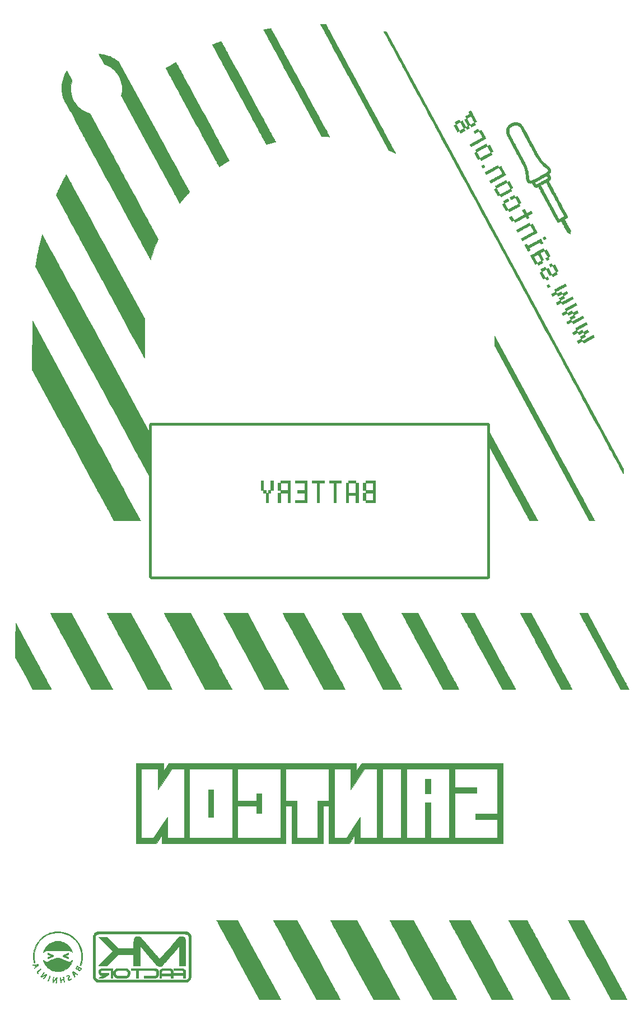
<source format=gbo>
G04 #@! TF.GenerationSoftware,KiCad,Pcbnew,(5.0.0-rc2-204-g01c2d93a8)*
G04 #@! TF.CreationDate,2018-07-30T15:31:50-06:00*
G04 #@! TF.ProjectId,Saintcon2018,5361696E74636F6E323031382E6B6963,rev?*
G04 #@! TF.SameCoordinates,Original*
G04 #@! TF.FileFunction,Legend,Bot*
G04 #@! TF.FilePolarity,Positive*
%FSLAX46Y46*%
G04 Gerber Fmt 4.6, Leading zero omitted, Abs format (unit mm)*
G04 Created by KiCad (PCBNEW (5.0.0-rc2-204-g01c2d93a8)) date 07/30/18 15:31:50*
%MOMM*%
%LPD*%
G01*
G04 APERTURE LIST*
%ADD10C,0.010000*%
%ADD11C,1.879600*%
%ADD12C,1.851600*%
G04 APERTURE END LIST*
D10*
G04 #@! TO.C,G\002A\002A\002A*
G36*
X135243201Y-160183341D02*
X135091820Y-160183566D01*
X134947855Y-160183929D01*
X134812632Y-160184421D01*
X134687477Y-160185031D01*
X134573716Y-160185749D01*
X134472674Y-160186565D01*
X134385678Y-160187470D01*
X134314053Y-160188454D01*
X134259124Y-160189506D01*
X134222218Y-160190617D01*
X134204661Y-160191776D01*
X134203337Y-160192225D01*
X134208540Y-160201950D01*
X134223576Y-160229795D01*
X134248180Y-160275269D01*
X134282083Y-160337878D01*
X134325020Y-160417133D01*
X134376723Y-160512541D01*
X134436927Y-160623611D01*
X134505364Y-160749851D01*
X134581768Y-160890769D01*
X134665872Y-161045874D01*
X134757409Y-161214674D01*
X134856113Y-161396677D01*
X134961717Y-161591392D01*
X135073955Y-161798328D01*
X135192559Y-162016992D01*
X135317263Y-162246893D01*
X135447801Y-162487538D01*
X135583905Y-162738438D01*
X135725309Y-162999100D01*
X135871747Y-163269031D01*
X136022951Y-163547742D01*
X136178655Y-163834739D01*
X136338593Y-164129532D01*
X136502497Y-164431629D01*
X136670101Y-164740537D01*
X136841139Y-165055766D01*
X137015343Y-165376824D01*
X137192448Y-165703219D01*
X137372185Y-166034459D01*
X137462430Y-166200770D01*
X140717994Y-172200354D01*
X141917224Y-172200354D01*
X142074667Y-172200312D01*
X142226073Y-172200190D01*
X142370110Y-172199994D01*
X142505445Y-172199729D01*
X142630747Y-172199400D01*
X142744684Y-172199012D01*
X142845923Y-172198571D01*
X142933134Y-172198083D01*
X143004984Y-172197552D01*
X143060141Y-172196984D01*
X143097273Y-172196385D01*
X143115049Y-172195759D01*
X143116453Y-172195525D01*
X143111448Y-172186031D01*
X143096608Y-172158416D01*
X143072201Y-172113172D01*
X143038493Y-172050789D01*
X142995750Y-171971759D01*
X142944237Y-171876572D01*
X142884222Y-171765720D01*
X142815970Y-171639694D01*
X142739748Y-171498984D01*
X142655822Y-171344082D01*
X142564458Y-171175478D01*
X142465922Y-170993664D01*
X142360481Y-170799131D01*
X142248400Y-170592370D01*
X142129946Y-170373871D01*
X142005385Y-170144126D01*
X141874984Y-169903626D01*
X141739008Y-169652862D01*
X141597724Y-169392324D01*
X141451397Y-169122505D01*
X141300295Y-168843894D01*
X141144683Y-168556984D01*
X140984828Y-168262264D01*
X140820995Y-167960226D01*
X140653451Y-167651362D01*
X140482463Y-167336161D01*
X140308296Y-167015116D01*
X140131216Y-166688717D01*
X139951490Y-166357454D01*
X139858995Y-166186979D01*
X136601537Y-160183263D01*
X135400672Y-160183263D01*
X135243201Y-160183341D01*
X135243201Y-160183341D01*
G37*
X135243201Y-160183341D02*
X135091820Y-160183566D01*
X134947855Y-160183929D01*
X134812632Y-160184421D01*
X134687477Y-160185031D01*
X134573716Y-160185749D01*
X134472674Y-160186565D01*
X134385678Y-160187470D01*
X134314053Y-160188454D01*
X134259124Y-160189506D01*
X134222218Y-160190617D01*
X134204661Y-160191776D01*
X134203337Y-160192225D01*
X134208540Y-160201950D01*
X134223576Y-160229795D01*
X134248180Y-160275269D01*
X134282083Y-160337878D01*
X134325020Y-160417133D01*
X134376723Y-160512541D01*
X134436927Y-160623611D01*
X134505364Y-160749851D01*
X134581768Y-160890769D01*
X134665872Y-161045874D01*
X134757409Y-161214674D01*
X134856113Y-161396677D01*
X134961717Y-161591392D01*
X135073955Y-161798328D01*
X135192559Y-162016992D01*
X135317263Y-162246893D01*
X135447801Y-162487538D01*
X135583905Y-162738438D01*
X135725309Y-162999100D01*
X135871747Y-163269031D01*
X136022951Y-163547742D01*
X136178655Y-163834739D01*
X136338593Y-164129532D01*
X136502497Y-164431629D01*
X136670101Y-164740537D01*
X136841139Y-165055766D01*
X137015343Y-165376824D01*
X137192448Y-165703219D01*
X137372185Y-166034459D01*
X137462430Y-166200770D01*
X140717994Y-172200354D01*
X141917224Y-172200354D01*
X142074667Y-172200312D01*
X142226073Y-172200190D01*
X142370110Y-172199994D01*
X142505445Y-172199729D01*
X142630747Y-172199400D01*
X142744684Y-172199012D01*
X142845923Y-172198571D01*
X142933134Y-172198083D01*
X143004984Y-172197552D01*
X143060141Y-172196984D01*
X143097273Y-172196385D01*
X143115049Y-172195759D01*
X143116453Y-172195525D01*
X143111448Y-172186031D01*
X143096608Y-172158416D01*
X143072201Y-172113172D01*
X143038493Y-172050789D01*
X142995750Y-171971759D01*
X142944237Y-171876572D01*
X142884222Y-171765720D01*
X142815970Y-171639694D01*
X142739748Y-171498984D01*
X142655822Y-171344082D01*
X142564458Y-171175478D01*
X142465922Y-170993664D01*
X142360481Y-170799131D01*
X142248400Y-170592370D01*
X142129946Y-170373871D01*
X142005385Y-170144126D01*
X141874984Y-169903626D01*
X141739008Y-169652862D01*
X141597724Y-169392324D01*
X141451397Y-169122505D01*
X141300295Y-168843894D01*
X141144683Y-168556984D01*
X140984828Y-168262264D01*
X140820995Y-167960226D01*
X140653451Y-167651362D01*
X140482463Y-167336161D01*
X140308296Y-167015116D01*
X140131216Y-166688717D01*
X139951490Y-166357454D01*
X139858995Y-166186979D01*
X136601537Y-160183263D01*
X135400672Y-160183263D01*
X135243201Y-160183341D01*
G36*
X126809653Y-160185540D02*
X126641136Y-160185764D01*
X126581680Y-160185871D01*
X125183225Y-160188557D01*
X128440438Y-166191808D01*
X131697652Y-172195060D01*
X133098988Y-172197746D01*
X133300362Y-172198117D01*
X133481603Y-172198411D01*
X133643754Y-172198618D01*
X133787856Y-172198726D01*
X133914952Y-172198725D01*
X134026084Y-172198604D01*
X134122295Y-172198353D01*
X134204628Y-172197960D01*
X134274123Y-172197415D01*
X134331825Y-172196708D01*
X134378775Y-172195826D01*
X134416015Y-172194760D01*
X134444588Y-172193499D01*
X134465537Y-172192033D01*
X134479903Y-172190349D01*
X134488728Y-172188438D01*
X134493057Y-172186289D01*
X134493930Y-172183891D01*
X134493772Y-172183356D01*
X134488338Y-172173009D01*
X134473136Y-172144669D01*
X134448491Y-172098934D01*
X134414729Y-172036405D01*
X134372174Y-171957681D01*
X134321152Y-171863361D01*
X134261988Y-171754045D01*
X134195007Y-171630333D01*
X134120536Y-171492824D01*
X134038898Y-171342118D01*
X133950420Y-171178814D01*
X133855427Y-171003512D01*
X133754243Y-170816811D01*
X133647195Y-170619311D01*
X133534607Y-170411612D01*
X133416805Y-170194314D01*
X133294115Y-169968014D01*
X133166860Y-169733314D01*
X133035367Y-169490813D01*
X132899961Y-169241111D01*
X132760968Y-168984806D01*
X132618712Y-168722499D01*
X132473519Y-168454789D01*
X132325714Y-168182276D01*
X132175622Y-167905558D01*
X132023569Y-167625237D01*
X131869880Y-167341911D01*
X131714880Y-167056180D01*
X131558895Y-166768644D01*
X131402250Y-166479901D01*
X131245270Y-166190553D01*
X131088280Y-165901197D01*
X130931606Y-165612434D01*
X130775573Y-165324864D01*
X130620507Y-165039086D01*
X130466732Y-164755699D01*
X130314573Y-164475303D01*
X130164357Y-164198497D01*
X130016409Y-163925882D01*
X129871053Y-163658057D01*
X129728615Y-163395620D01*
X129589421Y-163139173D01*
X129453795Y-162889314D01*
X129322063Y-162646644D01*
X129194550Y-162411760D01*
X129071582Y-162185264D01*
X128953483Y-161967755D01*
X128840580Y-161759832D01*
X128733197Y-161562095D01*
X128631659Y-161375143D01*
X128536293Y-161199576D01*
X128447422Y-161035994D01*
X128365373Y-160884995D01*
X128290471Y-160747181D01*
X128223041Y-160623150D01*
X128163409Y-160513501D01*
X128111899Y-160418835D01*
X128068836Y-160339751D01*
X128034548Y-160276848D01*
X128009357Y-160230727D01*
X127993591Y-160201986D01*
X127987573Y-160191225D01*
X127987530Y-160191165D01*
X127976235Y-160190213D01*
X127945007Y-160189333D01*
X127895087Y-160188530D01*
X127827719Y-160187809D01*
X127744143Y-160187174D01*
X127645603Y-160186631D01*
X127533339Y-160186182D01*
X127408595Y-160185834D01*
X127272612Y-160185592D01*
X127126633Y-160185459D01*
X126971899Y-160185440D01*
X126809653Y-160185540D01*
X126809653Y-160185540D01*
G37*
X126809653Y-160185540D02*
X126641136Y-160185764D01*
X126581680Y-160185871D01*
X125183225Y-160188557D01*
X128440438Y-166191808D01*
X131697652Y-172195060D01*
X133098988Y-172197746D01*
X133300362Y-172198117D01*
X133481603Y-172198411D01*
X133643754Y-172198618D01*
X133787856Y-172198726D01*
X133914952Y-172198725D01*
X134026084Y-172198604D01*
X134122295Y-172198353D01*
X134204628Y-172197960D01*
X134274123Y-172197415D01*
X134331825Y-172196708D01*
X134378775Y-172195826D01*
X134416015Y-172194760D01*
X134444588Y-172193499D01*
X134465537Y-172192033D01*
X134479903Y-172190349D01*
X134488728Y-172188438D01*
X134493057Y-172186289D01*
X134493930Y-172183891D01*
X134493772Y-172183356D01*
X134488338Y-172173009D01*
X134473136Y-172144669D01*
X134448491Y-172098934D01*
X134414729Y-172036405D01*
X134372174Y-171957681D01*
X134321152Y-171863361D01*
X134261988Y-171754045D01*
X134195007Y-171630333D01*
X134120536Y-171492824D01*
X134038898Y-171342118D01*
X133950420Y-171178814D01*
X133855427Y-171003512D01*
X133754243Y-170816811D01*
X133647195Y-170619311D01*
X133534607Y-170411612D01*
X133416805Y-170194314D01*
X133294115Y-169968014D01*
X133166860Y-169733314D01*
X133035367Y-169490813D01*
X132899961Y-169241111D01*
X132760968Y-168984806D01*
X132618712Y-168722499D01*
X132473519Y-168454789D01*
X132325714Y-168182276D01*
X132175622Y-167905558D01*
X132023569Y-167625237D01*
X131869880Y-167341911D01*
X131714880Y-167056180D01*
X131558895Y-166768644D01*
X131402250Y-166479901D01*
X131245270Y-166190553D01*
X131088280Y-165901197D01*
X130931606Y-165612434D01*
X130775573Y-165324864D01*
X130620507Y-165039086D01*
X130466732Y-164755699D01*
X130314573Y-164475303D01*
X130164357Y-164198497D01*
X130016409Y-163925882D01*
X129871053Y-163658057D01*
X129728615Y-163395620D01*
X129589421Y-163139173D01*
X129453795Y-162889314D01*
X129322063Y-162646644D01*
X129194550Y-162411760D01*
X129071582Y-162185264D01*
X128953483Y-161967755D01*
X128840580Y-161759832D01*
X128733197Y-161562095D01*
X128631659Y-161375143D01*
X128536293Y-161199576D01*
X128447422Y-161035994D01*
X128365373Y-160884995D01*
X128290471Y-160747181D01*
X128223041Y-160623150D01*
X128163409Y-160513501D01*
X128111899Y-160418835D01*
X128068836Y-160339751D01*
X128034548Y-160276848D01*
X128009357Y-160230727D01*
X127993591Y-160201986D01*
X127987573Y-160191225D01*
X127987530Y-160191165D01*
X127976235Y-160190213D01*
X127945007Y-160189333D01*
X127895087Y-160188530D01*
X127827719Y-160187809D01*
X127744143Y-160187174D01*
X127645603Y-160186631D01*
X127533339Y-160186182D01*
X127408595Y-160185834D01*
X127272612Y-160185592D01*
X127126633Y-160185459D01*
X126971899Y-160185440D01*
X126809653Y-160185540D01*
G36*
X116262533Y-160298059D02*
X116271022Y-160313772D01*
X116289333Y-160347590D01*
X116317192Y-160399005D01*
X116354323Y-160467507D01*
X116400450Y-160552590D01*
X116455297Y-160653745D01*
X116518590Y-160770465D01*
X116590052Y-160902241D01*
X116669407Y-161048564D01*
X116756381Y-161208928D01*
X116850698Y-161382824D01*
X116952082Y-161569745D01*
X117060257Y-161769181D01*
X117174948Y-161980625D01*
X117295880Y-162203569D01*
X117422777Y-162437505D01*
X117555363Y-162681925D01*
X117693362Y-162936321D01*
X117836500Y-163200184D01*
X117984500Y-163473008D01*
X118137087Y-163754283D01*
X118293986Y-164043502D01*
X118454920Y-164340156D01*
X118619615Y-164643738D01*
X118787794Y-164953740D01*
X118959183Y-165269653D01*
X119133505Y-165590970D01*
X119310484Y-165917183D01*
X119489847Y-166247783D01*
X119521664Y-166306428D01*
X122719163Y-172200001D01*
X124321442Y-172200178D01*
X124530624Y-172200137D01*
X124728241Y-172199973D01*
X124913522Y-172199689D01*
X125085695Y-172199289D01*
X125243990Y-172198779D01*
X125387634Y-172198163D01*
X125515857Y-172197446D01*
X125627888Y-172196631D01*
X125722955Y-172195724D01*
X125800288Y-172194730D01*
X125859115Y-172193653D01*
X125898664Y-172192497D01*
X125918166Y-172191267D01*
X125920191Y-172190675D01*
X125914988Y-172180910D01*
X125899952Y-172153025D01*
X125875350Y-172107511D01*
X125841448Y-172044861D01*
X125798513Y-171965567D01*
X125746811Y-171870119D01*
X125686610Y-171759010D01*
X125618176Y-171632732D01*
X125541775Y-171491777D01*
X125457675Y-171336635D01*
X125366142Y-171167799D01*
X125267443Y-170985761D01*
X125161844Y-170791013D01*
X125049612Y-170584045D01*
X124931014Y-170365351D01*
X124806316Y-170135421D01*
X124675786Y-169894747D01*
X124539690Y-169643822D01*
X124398294Y-169383136D01*
X124251865Y-169113183D01*
X124100670Y-168834453D01*
X123944976Y-168547438D01*
X123785049Y-168252630D01*
X123621156Y-167950520D01*
X123453563Y-167641602D01*
X123282538Y-167326365D01*
X123108347Y-167005303D01*
X122931257Y-166678906D01*
X122751534Y-166347667D01*
X122661715Y-166182130D01*
X119406769Y-160183263D01*
X116200901Y-160183263D01*
X116262533Y-160298059D01*
X116262533Y-160298059D01*
G37*
X116262533Y-160298059D02*
X116271022Y-160313772D01*
X116289333Y-160347590D01*
X116317192Y-160399005D01*
X116354323Y-160467507D01*
X116400450Y-160552590D01*
X116455297Y-160653745D01*
X116518590Y-160770465D01*
X116590052Y-160902241D01*
X116669407Y-161048564D01*
X116756381Y-161208928D01*
X116850698Y-161382824D01*
X116952082Y-161569745D01*
X117060257Y-161769181D01*
X117174948Y-161980625D01*
X117295880Y-162203569D01*
X117422777Y-162437505D01*
X117555363Y-162681925D01*
X117693362Y-162936321D01*
X117836500Y-163200184D01*
X117984500Y-163473008D01*
X118137087Y-163754283D01*
X118293986Y-164043502D01*
X118454920Y-164340156D01*
X118619615Y-164643738D01*
X118787794Y-164953740D01*
X118959183Y-165269653D01*
X119133505Y-165590970D01*
X119310484Y-165917183D01*
X119489847Y-166247783D01*
X119521664Y-166306428D01*
X122719163Y-172200001D01*
X124321442Y-172200178D01*
X124530624Y-172200137D01*
X124728241Y-172199973D01*
X124913522Y-172199689D01*
X125085695Y-172199289D01*
X125243990Y-172198779D01*
X125387634Y-172198163D01*
X125515857Y-172197446D01*
X125627888Y-172196631D01*
X125722955Y-172195724D01*
X125800288Y-172194730D01*
X125859115Y-172193653D01*
X125898664Y-172192497D01*
X125918166Y-172191267D01*
X125920191Y-172190675D01*
X125914988Y-172180910D01*
X125899952Y-172153025D01*
X125875350Y-172107511D01*
X125841448Y-172044861D01*
X125798513Y-171965567D01*
X125746811Y-171870119D01*
X125686610Y-171759010D01*
X125618176Y-171632732D01*
X125541775Y-171491777D01*
X125457675Y-171336635D01*
X125366142Y-171167799D01*
X125267443Y-170985761D01*
X125161844Y-170791013D01*
X125049612Y-170584045D01*
X124931014Y-170365351D01*
X124806316Y-170135421D01*
X124675786Y-169894747D01*
X124539690Y-169643822D01*
X124398294Y-169383136D01*
X124251865Y-169113183D01*
X124100670Y-168834453D01*
X123944976Y-168547438D01*
X123785049Y-168252630D01*
X123621156Y-167950520D01*
X123453563Y-167641602D01*
X123282538Y-167326365D01*
X123108347Y-167005303D01*
X122931257Y-166678906D01*
X122751534Y-166347667D01*
X122661715Y-166182130D01*
X119406769Y-160183263D01*
X116200901Y-160183263D01*
X116262533Y-160298059D01*
G36*
X108676816Y-160183714D02*
X108495837Y-160183814D01*
X108322822Y-160183967D01*
X108158858Y-160184171D01*
X108005031Y-160184422D01*
X107862429Y-160184718D01*
X107732136Y-160185055D01*
X107615241Y-160185432D01*
X107512828Y-160185845D01*
X107425985Y-160186291D01*
X107355797Y-160186768D01*
X107303352Y-160187272D01*
X107269735Y-160187801D01*
X107256033Y-160188352D01*
X107255761Y-160188442D01*
X107260767Y-160197955D01*
X107275607Y-160225589D01*
X107300014Y-160270853D01*
X107333722Y-160333255D01*
X107376466Y-160412304D01*
X107427978Y-160507509D01*
X107487994Y-160618379D01*
X107556246Y-160744423D01*
X107632468Y-160885151D01*
X107716394Y-161040070D01*
X107807759Y-161208690D01*
X107906295Y-161390519D01*
X108011736Y-161585068D01*
X108123817Y-161791843D01*
X108242270Y-162010356D01*
X108366831Y-162240113D01*
X108497232Y-162480626D01*
X108633207Y-162731401D01*
X108774491Y-162991948D01*
X108920817Y-163261777D01*
X109071918Y-163540396D01*
X109227529Y-163827313D01*
X109387383Y-164122039D01*
X109551214Y-164424081D01*
X109718757Y-164732949D01*
X109889743Y-165048151D01*
X110063909Y-165369197D01*
X110240986Y-165695596D01*
X110420710Y-166026856D01*
X110513017Y-166196987D01*
X113770273Y-172200354D01*
X117378890Y-172200354D01*
X117333270Y-172116835D01*
X117325696Y-172102903D01*
X117308299Y-172070861D01*
X117281353Y-172021211D01*
X117245130Y-171954457D01*
X117199902Y-171871102D01*
X117145944Y-171771648D01*
X117083529Y-171656600D01*
X117012928Y-171526460D01*
X116934415Y-171381731D01*
X116848263Y-171222917D01*
X116754744Y-171050521D01*
X116654133Y-170865046D01*
X116546701Y-170666995D01*
X116432722Y-170456872D01*
X116312468Y-170235179D01*
X116186213Y-170002420D01*
X116054230Y-169759098D01*
X115916791Y-169505716D01*
X115774169Y-169242778D01*
X115626638Y-168970785D01*
X115474469Y-168690243D01*
X115317937Y-168401654D01*
X115157315Y-168105520D01*
X114992874Y-167802346D01*
X114824888Y-167492634D01*
X114653630Y-167176888D01*
X114479373Y-166855610D01*
X114302390Y-166529305D01*
X114122954Y-166198475D01*
X114074269Y-166108712D01*
X110860889Y-160184109D01*
X109058325Y-160183686D01*
X108864675Y-160183671D01*
X108676816Y-160183714D01*
X108676816Y-160183714D01*
G37*
X108676816Y-160183714D02*
X108495837Y-160183814D01*
X108322822Y-160183967D01*
X108158858Y-160184171D01*
X108005031Y-160184422D01*
X107862429Y-160184718D01*
X107732136Y-160185055D01*
X107615241Y-160185432D01*
X107512828Y-160185845D01*
X107425985Y-160186291D01*
X107355797Y-160186768D01*
X107303352Y-160187272D01*
X107269735Y-160187801D01*
X107256033Y-160188352D01*
X107255761Y-160188442D01*
X107260767Y-160197955D01*
X107275607Y-160225589D01*
X107300014Y-160270853D01*
X107333722Y-160333255D01*
X107376466Y-160412304D01*
X107427978Y-160507509D01*
X107487994Y-160618379D01*
X107556246Y-160744423D01*
X107632468Y-160885151D01*
X107716394Y-161040070D01*
X107807759Y-161208690D01*
X107906295Y-161390519D01*
X108011736Y-161585068D01*
X108123817Y-161791843D01*
X108242270Y-162010356D01*
X108366831Y-162240113D01*
X108497232Y-162480626D01*
X108633207Y-162731401D01*
X108774491Y-162991948D01*
X108920817Y-163261777D01*
X109071918Y-163540396D01*
X109227529Y-163827313D01*
X109387383Y-164122039D01*
X109551214Y-164424081D01*
X109718757Y-164732949D01*
X109889743Y-165048151D01*
X110063909Y-165369197D01*
X110240986Y-165695596D01*
X110420710Y-166026856D01*
X110513017Y-166196987D01*
X113770273Y-172200354D01*
X117378890Y-172200354D01*
X117333270Y-172116835D01*
X117325696Y-172102903D01*
X117308299Y-172070861D01*
X117281353Y-172021211D01*
X117245130Y-171954457D01*
X117199902Y-171871102D01*
X117145944Y-171771648D01*
X117083529Y-171656600D01*
X117012928Y-171526460D01*
X116934415Y-171381731D01*
X116848263Y-171222917D01*
X116754744Y-171050521D01*
X116654133Y-170865046D01*
X116546701Y-170666995D01*
X116432722Y-170456872D01*
X116312468Y-170235179D01*
X116186213Y-170002420D01*
X116054230Y-169759098D01*
X115916791Y-169505716D01*
X115774169Y-169242778D01*
X115626638Y-168970785D01*
X115474469Y-168690243D01*
X115317937Y-168401654D01*
X115157315Y-168105520D01*
X114992874Y-167802346D01*
X114824888Y-167492634D01*
X114653630Y-167176888D01*
X114479373Y-166855610D01*
X114302390Y-166529305D01*
X114122954Y-166198475D01*
X114074269Y-166108712D01*
X110860889Y-160184109D01*
X109058325Y-160183686D01*
X108864675Y-160183671D01*
X108676816Y-160183714D01*
G36*
X99501459Y-160185473D02*
X99326344Y-160185577D01*
X99161090Y-160185758D01*
X99006728Y-160186012D01*
X98864287Y-160186338D01*
X98734799Y-160186733D01*
X98619294Y-160187194D01*
X98518802Y-160187718D01*
X98434354Y-160188303D01*
X98366980Y-160188946D01*
X98317711Y-160189644D01*
X98287578Y-160190394D01*
X98277606Y-160191177D01*
X98282627Y-160200846D01*
X98297482Y-160228634D01*
X98321906Y-160274051D01*
X98355632Y-160336603D01*
X98398395Y-160415800D01*
X98449926Y-160511149D01*
X98509961Y-160622160D01*
X98578232Y-160748341D01*
X98654473Y-160889200D01*
X98738418Y-161044246D01*
X98829801Y-161212987D01*
X98928354Y-161394931D01*
X99033812Y-161589587D01*
X99145908Y-161796464D01*
X99264376Y-162015069D01*
X99388949Y-162244912D01*
X99519362Y-162485500D01*
X99655346Y-162736342D01*
X99796637Y-162996947D01*
X99942968Y-163266823D01*
X100094072Y-163545478D01*
X100249683Y-163832421D01*
X100409534Y-164127159D01*
X100573360Y-164429203D01*
X100740893Y-164738060D01*
X100911868Y-165053238D01*
X101086017Y-165374246D01*
X101263075Y-165700592D01*
X101442775Y-166031785D01*
X101532478Y-166197102D01*
X104787098Y-172195060D01*
X106793220Y-172197734D01*
X108799343Y-172200408D01*
X108726600Y-172065387D01*
X108717473Y-172048513D01*
X108698524Y-172013539D01*
X108670030Y-171960975D01*
X108632269Y-171891333D01*
X108585518Y-171805125D01*
X108530055Y-171702862D01*
X108466156Y-171585056D01*
X108394100Y-171452216D01*
X108314164Y-171304856D01*
X108226625Y-171143486D01*
X108131761Y-170968618D01*
X108029848Y-170780763D01*
X107921166Y-170580432D01*
X107805990Y-170368137D01*
X107684599Y-170144389D01*
X107557269Y-169909700D01*
X107424279Y-169664580D01*
X107285905Y-169409541D01*
X107142425Y-169145095D01*
X106994117Y-168871752D01*
X106841258Y-168590025D01*
X106684125Y-168300424D01*
X106522996Y-168003461D01*
X106358148Y-167699648D01*
X106189859Y-167389494D01*
X106018406Y-167073513D01*
X105844066Y-166752215D01*
X105667117Y-166426112D01*
X105487837Y-166095714D01*
X105468166Y-166059462D01*
X102282474Y-160188557D01*
X100279914Y-160185883D01*
X100075662Y-160185651D01*
X99877148Y-160185508D01*
X99685403Y-160185449D01*
X99501459Y-160185473D01*
X99501459Y-160185473D01*
G37*
X99501459Y-160185473D02*
X99326344Y-160185577D01*
X99161090Y-160185758D01*
X99006728Y-160186012D01*
X98864287Y-160186338D01*
X98734799Y-160186733D01*
X98619294Y-160187194D01*
X98518802Y-160187718D01*
X98434354Y-160188303D01*
X98366980Y-160188946D01*
X98317711Y-160189644D01*
X98287578Y-160190394D01*
X98277606Y-160191177D01*
X98282627Y-160200846D01*
X98297482Y-160228634D01*
X98321906Y-160274051D01*
X98355632Y-160336603D01*
X98398395Y-160415800D01*
X98449926Y-160511149D01*
X98509961Y-160622160D01*
X98578232Y-160748341D01*
X98654473Y-160889200D01*
X98738418Y-161044246D01*
X98829801Y-161212987D01*
X98928354Y-161394931D01*
X99033812Y-161589587D01*
X99145908Y-161796464D01*
X99264376Y-162015069D01*
X99388949Y-162244912D01*
X99519362Y-162485500D01*
X99655346Y-162736342D01*
X99796637Y-162996947D01*
X99942968Y-163266823D01*
X100094072Y-163545478D01*
X100249683Y-163832421D01*
X100409534Y-164127159D01*
X100573360Y-164429203D01*
X100740893Y-164738060D01*
X100911868Y-165053238D01*
X101086017Y-165374246D01*
X101263075Y-165700592D01*
X101442775Y-166031785D01*
X101532478Y-166197102D01*
X104787098Y-172195060D01*
X106793220Y-172197734D01*
X108799343Y-172200408D01*
X108726600Y-172065387D01*
X108717473Y-172048513D01*
X108698524Y-172013539D01*
X108670030Y-171960975D01*
X108632269Y-171891333D01*
X108585518Y-171805125D01*
X108530055Y-171702862D01*
X108466156Y-171585056D01*
X108394100Y-171452216D01*
X108314164Y-171304856D01*
X108226625Y-171143486D01*
X108131761Y-170968618D01*
X108029848Y-170780763D01*
X107921166Y-170580432D01*
X107805990Y-170368137D01*
X107684599Y-170144389D01*
X107557269Y-169909700D01*
X107424279Y-169664580D01*
X107285905Y-169409541D01*
X107142425Y-169145095D01*
X106994117Y-168871752D01*
X106841258Y-168590025D01*
X106684125Y-168300424D01*
X106522996Y-168003461D01*
X106358148Y-167699648D01*
X106189859Y-167389494D01*
X106018406Y-167073513D01*
X105844066Y-166752215D01*
X105667117Y-166426112D01*
X105487837Y-166095714D01*
X105468166Y-166059462D01*
X102282474Y-160188557D01*
X100279914Y-160185883D01*
X100075662Y-160185651D01*
X99877148Y-160185508D01*
X99685403Y-160185449D01*
X99501459Y-160185473D01*
G36*
X89692711Y-160287638D02*
X89700889Y-160302756D01*
X89718891Y-160335981D01*
X89746441Y-160386806D01*
X89783264Y-160454725D01*
X89829086Y-160539231D01*
X89883632Y-160639819D01*
X89946627Y-160755980D01*
X90017797Y-160887210D01*
X90096867Y-161033001D01*
X90183563Y-161192848D01*
X90277609Y-161366243D01*
X90378731Y-161552681D01*
X90486655Y-161751655D01*
X90601105Y-161962659D01*
X90721807Y-162185186D01*
X90848486Y-162418729D01*
X90980868Y-162662783D01*
X91118678Y-162916841D01*
X91261641Y-163180397D01*
X91409483Y-163452944D01*
X91561928Y-163733976D01*
X91718702Y-164022986D01*
X91879531Y-164319468D01*
X92044140Y-164622915D01*
X92212254Y-164932822D01*
X92383598Y-165248682D01*
X92557898Y-165569987D01*
X92734879Y-165896233D01*
X92914267Y-166226912D01*
X92951718Y-166295949D01*
X96154511Y-172199886D01*
X97957957Y-172200120D01*
X98176323Y-172200093D01*
X98383984Y-172199956D01*
X98580156Y-172199713D01*
X98764059Y-172199369D01*
X98934911Y-172198928D01*
X99091931Y-172198392D01*
X99234338Y-172197768D01*
X99361350Y-172197058D01*
X99472186Y-172196267D01*
X99566064Y-172195399D01*
X99642204Y-172194458D01*
X99699824Y-172193447D01*
X99738142Y-172192372D01*
X99756377Y-172191235D01*
X99757873Y-172190767D01*
X99752670Y-172181006D01*
X99737634Y-172153126D01*
X99713032Y-172107618D01*
X99679129Y-172044973D01*
X99636193Y-171965684D01*
X99584491Y-171870242D01*
X99524289Y-171759138D01*
X99455854Y-171632865D01*
X99379452Y-171491915D01*
X99295351Y-171336778D01*
X99203816Y-171167948D01*
X99105116Y-170985914D01*
X98999515Y-170791170D01*
X98887282Y-170584208D01*
X98768682Y-170365517D01*
X98643982Y-170135592D01*
X98513450Y-169894922D01*
X98377351Y-169644001D01*
X98235953Y-169383319D01*
X98089522Y-169113369D01*
X97938324Y-168834642D01*
X97782627Y-168547629D01*
X97622697Y-168252824D01*
X97458801Y-167950717D01*
X97291206Y-167641800D01*
X97120178Y-167326565D01*
X96945983Y-167005504D01*
X96768889Y-166679108D01*
X96589163Y-166347870D01*
X96499282Y-166182221D01*
X93244220Y-160183263D01*
X89636496Y-160183263D01*
X89692711Y-160287638D01*
X89692711Y-160287638D01*
G37*
X89692711Y-160287638D02*
X89700889Y-160302756D01*
X89718891Y-160335981D01*
X89746441Y-160386806D01*
X89783264Y-160454725D01*
X89829086Y-160539231D01*
X89883632Y-160639819D01*
X89946627Y-160755980D01*
X90017797Y-160887210D01*
X90096867Y-161033001D01*
X90183563Y-161192848D01*
X90277609Y-161366243D01*
X90378731Y-161552681D01*
X90486655Y-161751655D01*
X90601105Y-161962659D01*
X90721807Y-162185186D01*
X90848486Y-162418729D01*
X90980868Y-162662783D01*
X91118678Y-162916841D01*
X91261641Y-163180397D01*
X91409483Y-163452944D01*
X91561928Y-163733976D01*
X91718702Y-164022986D01*
X91879531Y-164319468D01*
X92044140Y-164622915D01*
X92212254Y-164932822D01*
X92383598Y-165248682D01*
X92557898Y-165569987D01*
X92734879Y-165896233D01*
X92914267Y-166226912D01*
X92951718Y-166295949D01*
X96154511Y-172199886D01*
X97957957Y-172200120D01*
X98176323Y-172200093D01*
X98383984Y-172199956D01*
X98580156Y-172199713D01*
X98764059Y-172199369D01*
X98934911Y-172198928D01*
X99091931Y-172198392D01*
X99234338Y-172197768D01*
X99361350Y-172197058D01*
X99472186Y-172196267D01*
X99566064Y-172195399D01*
X99642204Y-172194458D01*
X99699824Y-172193447D01*
X99738142Y-172192372D01*
X99756377Y-172191235D01*
X99757873Y-172190767D01*
X99752670Y-172181006D01*
X99737634Y-172153126D01*
X99713032Y-172107618D01*
X99679129Y-172044973D01*
X99636193Y-171965684D01*
X99584491Y-171870242D01*
X99524289Y-171759138D01*
X99455854Y-171632865D01*
X99379452Y-171491915D01*
X99295351Y-171336778D01*
X99203816Y-171167948D01*
X99105116Y-170985914D01*
X98999515Y-170791170D01*
X98887282Y-170584208D01*
X98768682Y-170365517D01*
X98643982Y-170135592D01*
X98513450Y-169894922D01*
X98377351Y-169644001D01*
X98235953Y-169383319D01*
X98089522Y-169113369D01*
X97938324Y-168834642D01*
X97782627Y-168547629D01*
X97622697Y-168252824D01*
X97458801Y-167950717D01*
X97291206Y-167641800D01*
X97120178Y-167326565D01*
X96945983Y-167005504D01*
X96768889Y-166679108D01*
X96589163Y-166347870D01*
X96499282Y-166182221D01*
X93244220Y-160183263D01*
X89636496Y-160183263D01*
X89692711Y-160287638D01*
G36*
X82456733Y-160183406D02*
X82262018Y-160183579D01*
X82078878Y-160183869D01*
X81908145Y-160184272D01*
X81750646Y-160184782D01*
X81607211Y-160185395D01*
X81478671Y-160186105D01*
X81365853Y-160186908D01*
X81269587Y-160187799D01*
X81190704Y-160188772D01*
X81130032Y-160189824D01*
X81088400Y-160190948D01*
X81066639Y-160192141D01*
X81063445Y-160192854D01*
X81068648Y-160202614D01*
X81083684Y-160230494D01*
X81108287Y-160276003D01*
X81142190Y-160338647D01*
X81185126Y-160417937D01*
X81236829Y-160513379D01*
X81297031Y-160624482D01*
X81365466Y-160750755D01*
X81441869Y-160891706D01*
X81525970Y-161046842D01*
X81617505Y-161215673D01*
X81716207Y-161397706D01*
X81821808Y-161592450D01*
X81934042Y-161799413D01*
X82052642Y-162018103D01*
X82177343Y-162248028D01*
X82307876Y-162488697D01*
X82443975Y-162739619D01*
X82585374Y-163000300D01*
X82731806Y-163270250D01*
X82883005Y-163548977D01*
X83038703Y-163835989D01*
X83198633Y-164130794D01*
X83362530Y-164432900D01*
X83530127Y-164741817D01*
X83701156Y-165057051D01*
X83875351Y-165378112D01*
X84052446Y-165704508D01*
X84232174Y-166035746D01*
X84322058Y-166201399D01*
X87577141Y-172200354D01*
X90781570Y-172200354D01*
X90752284Y-172143438D01*
X90745633Y-172131015D01*
X90729153Y-172100480D01*
X90703114Y-172052332D01*
X90667787Y-171987068D01*
X90623443Y-171905188D01*
X90570353Y-171807192D01*
X90508786Y-171693577D01*
X90439014Y-171564843D01*
X90361306Y-171421489D01*
X90275935Y-171264014D01*
X90183169Y-171092917D01*
X90083281Y-170908697D01*
X89976539Y-170711852D01*
X89863216Y-170502881D01*
X89743582Y-170282285D01*
X89617906Y-170050561D01*
X89486461Y-169808208D01*
X89349516Y-169555726D01*
X89207342Y-169293613D01*
X89060209Y-169022369D01*
X88908389Y-168742492D01*
X88752152Y-168454481D01*
X88591768Y-168158835D01*
X88427508Y-167856054D01*
X88259642Y-167546635D01*
X88088442Y-167231079D01*
X87914177Y-166909884D01*
X87737119Y-166583549D01*
X87557538Y-166252572D01*
X87493736Y-166134984D01*
X84264473Y-160183447D01*
X82662195Y-160183355D01*
X82456733Y-160183406D01*
X82456733Y-160183406D01*
G37*
X82456733Y-160183406D02*
X82262018Y-160183579D01*
X82078878Y-160183869D01*
X81908145Y-160184272D01*
X81750646Y-160184782D01*
X81607211Y-160185395D01*
X81478671Y-160186105D01*
X81365853Y-160186908D01*
X81269587Y-160187799D01*
X81190704Y-160188772D01*
X81130032Y-160189824D01*
X81088400Y-160190948D01*
X81066639Y-160192141D01*
X81063445Y-160192854D01*
X81068648Y-160202614D01*
X81083684Y-160230494D01*
X81108287Y-160276003D01*
X81142190Y-160338647D01*
X81185126Y-160417937D01*
X81236829Y-160513379D01*
X81297031Y-160624482D01*
X81365466Y-160750755D01*
X81441869Y-160891706D01*
X81525970Y-161046842D01*
X81617505Y-161215673D01*
X81716207Y-161397706D01*
X81821808Y-161592450D01*
X81934042Y-161799413D01*
X82052642Y-162018103D01*
X82177343Y-162248028D01*
X82307876Y-162488697D01*
X82443975Y-162739619D01*
X82585374Y-163000300D01*
X82731806Y-163270250D01*
X82883005Y-163548977D01*
X83038703Y-163835989D01*
X83198633Y-164130794D01*
X83362530Y-164432900D01*
X83530127Y-164741817D01*
X83701156Y-165057051D01*
X83875351Y-165378112D01*
X84052446Y-165704508D01*
X84232174Y-166035746D01*
X84322058Y-166201399D01*
X87577141Y-172200354D01*
X90781570Y-172200354D01*
X90752284Y-172143438D01*
X90745633Y-172131015D01*
X90729153Y-172100480D01*
X90703114Y-172052332D01*
X90667787Y-171987068D01*
X90623443Y-171905188D01*
X90570353Y-171807192D01*
X90508786Y-171693577D01*
X90439014Y-171564843D01*
X90361306Y-171421489D01*
X90275935Y-171264014D01*
X90183169Y-171092917D01*
X90083281Y-170908697D01*
X89976539Y-170711852D01*
X89863216Y-170502881D01*
X89743582Y-170282285D01*
X89617906Y-170050561D01*
X89486461Y-169808208D01*
X89349516Y-169555726D01*
X89207342Y-169293613D01*
X89060209Y-169022369D01*
X88908389Y-168742492D01*
X88752152Y-168454481D01*
X88591768Y-168158835D01*
X88427508Y-167856054D01*
X88259642Y-167546635D01*
X88088442Y-167231079D01*
X87914177Y-166909884D01*
X87737119Y-166583549D01*
X87557538Y-166252572D01*
X87493736Y-166134984D01*
X84264473Y-160183447D01*
X82662195Y-160183355D01*
X82456733Y-160183406D01*
G36*
X56365766Y-168804559D02*
X56363891Y-168805327D01*
X56361860Y-168816080D01*
X56357492Y-168844987D01*
X56351163Y-168889233D01*
X56343249Y-168946001D01*
X56334124Y-169012475D01*
X56324166Y-169085841D01*
X56313750Y-169163281D01*
X56303252Y-169241980D01*
X56293047Y-169319123D01*
X56283512Y-169391892D01*
X56275022Y-169457472D01*
X56267952Y-169513048D01*
X56262680Y-169555803D01*
X56259580Y-169582922D01*
X56258956Y-169591630D01*
X56268964Y-169593545D01*
X56293330Y-169597104D01*
X56309262Y-169599242D01*
X56358635Y-169605699D01*
X56544502Y-169379504D01*
X56596977Y-169315257D01*
X56648268Y-169251745D01*
X56695843Y-169192161D01*
X56737167Y-169139696D01*
X56769705Y-169097541D01*
X56788938Y-169071675D01*
X56815747Y-169035156D01*
X56833466Y-169014561D01*
X56843089Y-169010853D01*
X56845609Y-169024992D01*
X56842021Y-169057939D01*
X56833317Y-169110655D01*
X56832731Y-169114026D01*
X56826256Y-169153895D01*
X56818557Y-169205570D01*
X56810058Y-169265721D01*
X56801185Y-169331023D01*
X56792361Y-169398148D01*
X56784011Y-169463767D01*
X56776559Y-169524555D01*
X56770430Y-169577183D01*
X56766048Y-169618323D01*
X56763839Y-169644650D01*
X56763984Y-169652893D01*
X56776104Y-169656930D01*
X56800878Y-169662370D01*
X56807496Y-169663606D01*
X56833752Y-169666807D01*
X56846407Y-169661890D01*
X56852258Y-169646482D01*
X56854863Y-169630453D01*
X56859594Y-169597102D01*
X56866088Y-169549275D01*
X56873982Y-169489821D01*
X56882913Y-169421587D01*
X56892517Y-169347420D01*
X56902432Y-169270168D01*
X56912294Y-169192677D01*
X56921740Y-169117796D01*
X56930406Y-169048372D01*
X56937930Y-168987253D01*
X56943949Y-168937284D01*
X56948098Y-168901315D01*
X56950015Y-168882193D01*
X56950049Y-168879839D01*
X56939391Y-168877691D01*
X56914295Y-168874004D01*
X56895153Y-168871483D01*
X56842214Y-168864771D01*
X56664333Y-169079831D01*
X56612350Y-169143154D01*
X56561146Y-169206392D01*
X56513448Y-169266113D01*
X56471984Y-169318885D01*
X56439479Y-169361275D01*
X56423462Y-169383012D01*
X56397562Y-169418033D01*
X56376829Y-169443761D01*
X56363754Y-169457251D01*
X56360472Y-169457514D01*
X56362331Y-169441266D01*
X56367271Y-169410137D01*
X56374338Y-169370034D01*
X56376612Y-169357760D01*
X56382938Y-169320647D01*
X56391190Y-169267254D01*
X56400678Y-169202315D01*
X56410715Y-169130563D01*
X56420612Y-169056732D01*
X56422401Y-169043005D01*
X56452049Y-168814388D01*
X56410141Y-168807687D01*
X56382722Y-168804438D01*
X56365766Y-168804559D01*
X56365766Y-168804559D01*
G37*
X56365766Y-168804559D02*
X56363891Y-168805327D01*
X56361860Y-168816080D01*
X56357492Y-168844987D01*
X56351163Y-168889233D01*
X56343249Y-168946001D01*
X56334124Y-169012475D01*
X56324166Y-169085841D01*
X56313750Y-169163281D01*
X56303252Y-169241980D01*
X56293047Y-169319123D01*
X56283512Y-169391892D01*
X56275022Y-169457472D01*
X56267952Y-169513048D01*
X56262680Y-169555803D01*
X56259580Y-169582922D01*
X56258956Y-169591630D01*
X56268964Y-169593545D01*
X56293330Y-169597104D01*
X56309262Y-169599242D01*
X56358635Y-169605699D01*
X56544502Y-169379504D01*
X56596977Y-169315257D01*
X56648268Y-169251745D01*
X56695843Y-169192161D01*
X56737167Y-169139696D01*
X56769705Y-169097541D01*
X56788938Y-169071675D01*
X56815747Y-169035156D01*
X56833466Y-169014561D01*
X56843089Y-169010853D01*
X56845609Y-169024992D01*
X56842021Y-169057939D01*
X56833317Y-169110655D01*
X56832731Y-169114026D01*
X56826256Y-169153895D01*
X56818557Y-169205570D01*
X56810058Y-169265721D01*
X56801185Y-169331023D01*
X56792361Y-169398148D01*
X56784011Y-169463767D01*
X56776559Y-169524555D01*
X56770430Y-169577183D01*
X56766048Y-169618323D01*
X56763839Y-169644650D01*
X56763984Y-169652893D01*
X56776104Y-169656930D01*
X56800878Y-169662370D01*
X56807496Y-169663606D01*
X56833752Y-169666807D01*
X56846407Y-169661890D01*
X56852258Y-169646482D01*
X56854863Y-169630453D01*
X56859594Y-169597102D01*
X56866088Y-169549275D01*
X56873982Y-169489821D01*
X56882913Y-169421587D01*
X56892517Y-169347420D01*
X56902432Y-169270168D01*
X56912294Y-169192677D01*
X56921740Y-169117796D01*
X56930406Y-169048372D01*
X56937930Y-168987253D01*
X56943949Y-168937284D01*
X56948098Y-168901315D01*
X56950015Y-168882193D01*
X56950049Y-168879839D01*
X56939391Y-168877691D01*
X56914295Y-168874004D01*
X56895153Y-168871483D01*
X56842214Y-168864771D01*
X56664333Y-169079831D01*
X56612350Y-169143154D01*
X56561146Y-169206392D01*
X56513448Y-169266113D01*
X56471984Y-169318885D01*
X56439479Y-169361275D01*
X56423462Y-169383012D01*
X56397562Y-169418033D01*
X56376829Y-169443761D01*
X56363754Y-169457251D01*
X56360472Y-169457514D01*
X56362331Y-169441266D01*
X56367271Y-169410137D01*
X56374338Y-169370034D01*
X56376612Y-169357760D01*
X56382938Y-169320647D01*
X56391190Y-169267254D01*
X56400678Y-169202315D01*
X56410715Y-169130563D01*
X56420612Y-169056732D01*
X56422401Y-169043005D01*
X56452049Y-168814388D01*
X56410141Y-168807687D01*
X56382722Y-168804438D01*
X56365766Y-168804559D01*
G36*
X57918423Y-168763678D02*
X57892780Y-168769118D01*
X57870881Y-168775239D01*
X57861379Y-168779584D01*
X57860425Y-168791957D01*
X57863032Y-168821299D01*
X57868722Y-168863795D01*
X57877019Y-168915627D01*
X57881725Y-168942357D01*
X57891206Y-168997182D01*
X57898518Y-169044366D01*
X57903141Y-169080123D01*
X57904554Y-169100669D01*
X57903948Y-169104009D01*
X57892065Y-169107765D01*
X57862820Y-169114474D01*
X57819701Y-169123408D01*
X57766200Y-169133840D01*
X57716092Y-169143173D01*
X57644786Y-169155721D01*
X57592152Y-169163835D01*
X57556207Y-169167735D01*
X57534963Y-169167639D01*
X57526601Y-169164061D01*
X57522150Y-169149638D01*
X57515122Y-169118430D01*
X57506364Y-169074549D01*
X57496724Y-169022107D01*
X57493227Y-169002080D01*
X57467459Y-168852405D01*
X57421654Y-168857568D01*
X57392886Y-168861533D01*
X57374624Y-168865410D01*
X57371955Y-168866625D01*
X57372918Y-168877556D01*
X57377358Y-168906987D01*
X57384879Y-168952599D01*
X57395081Y-169012075D01*
X57407566Y-169083096D01*
X57421938Y-169163343D01*
X57437796Y-169250500D01*
X57438967Y-169256882D01*
X57458463Y-169362090D01*
X57474828Y-169447963D01*
X57488408Y-169516055D01*
X57499550Y-169567918D01*
X57508600Y-169605106D01*
X57515906Y-169629173D01*
X57521813Y-169641671D01*
X57525439Y-169644382D01*
X57546574Y-169643899D01*
X57575415Y-169641148D01*
X57598771Y-169637650D01*
X57609641Y-169634972D01*
X57609743Y-169634802D01*
X57607876Y-169624282D01*
X57602768Y-169596455D01*
X57595066Y-169554829D01*
X57585420Y-169502909D01*
X57578062Y-169463422D01*
X57567368Y-169405125D01*
X57558211Y-169353384D01*
X57551259Y-169312115D01*
X57547178Y-169285232D01*
X57546382Y-169277400D01*
X57550421Y-169270501D01*
X57564221Y-169263468D01*
X57590205Y-169255644D01*
X57630795Y-169246371D01*
X57688411Y-169234992D01*
X57733334Y-169226667D01*
X57800890Y-169214951D01*
X57856299Y-169206573D01*
X57897193Y-169201827D01*
X57921207Y-169201007D01*
X57926577Y-169202597D01*
X57930421Y-169215917D01*
X57937133Y-169246434D01*
X57945970Y-169290480D01*
X57956190Y-169344388D01*
X57964177Y-169388310D01*
X57976282Y-169454191D01*
X57985933Y-169501677D01*
X57993838Y-169533310D01*
X58000703Y-169551633D01*
X58007238Y-169559189D01*
X58011805Y-169559488D01*
X58033719Y-169554203D01*
X58060376Y-169548529D01*
X58092710Y-169542059D01*
X58020786Y-169153345D01*
X58004552Y-169065544D01*
X57989594Y-168984517D01*
X57976335Y-168912567D01*
X57965199Y-168852002D01*
X57956610Y-168805125D01*
X57950991Y-168774244D01*
X57948767Y-168761662D01*
X57948748Y-168761504D01*
X57939762Y-168760584D01*
X57918423Y-168763678D01*
X57918423Y-168763678D01*
G37*
X57918423Y-168763678D02*
X57892780Y-168769118D01*
X57870881Y-168775239D01*
X57861379Y-168779584D01*
X57860425Y-168791957D01*
X57863032Y-168821299D01*
X57868722Y-168863795D01*
X57877019Y-168915627D01*
X57881725Y-168942357D01*
X57891206Y-168997182D01*
X57898518Y-169044366D01*
X57903141Y-169080123D01*
X57904554Y-169100669D01*
X57903948Y-169104009D01*
X57892065Y-169107765D01*
X57862820Y-169114474D01*
X57819701Y-169123408D01*
X57766200Y-169133840D01*
X57716092Y-169143173D01*
X57644786Y-169155721D01*
X57592152Y-169163835D01*
X57556207Y-169167735D01*
X57534963Y-169167639D01*
X57526601Y-169164061D01*
X57522150Y-169149638D01*
X57515122Y-169118430D01*
X57506364Y-169074549D01*
X57496724Y-169022107D01*
X57493227Y-169002080D01*
X57467459Y-168852405D01*
X57421654Y-168857568D01*
X57392886Y-168861533D01*
X57374624Y-168865410D01*
X57371955Y-168866625D01*
X57372918Y-168877556D01*
X57377358Y-168906987D01*
X57384879Y-168952599D01*
X57395081Y-169012075D01*
X57407566Y-169083096D01*
X57421938Y-169163343D01*
X57437796Y-169250500D01*
X57438967Y-169256882D01*
X57458463Y-169362090D01*
X57474828Y-169447963D01*
X57488408Y-169516055D01*
X57499550Y-169567918D01*
X57508600Y-169605106D01*
X57515906Y-169629173D01*
X57521813Y-169641671D01*
X57525439Y-169644382D01*
X57546574Y-169643899D01*
X57575415Y-169641148D01*
X57598771Y-169637650D01*
X57609641Y-169634972D01*
X57609743Y-169634802D01*
X57607876Y-169624282D01*
X57602768Y-169596455D01*
X57595066Y-169554829D01*
X57585420Y-169502909D01*
X57578062Y-169463422D01*
X57567368Y-169405125D01*
X57558211Y-169353384D01*
X57551259Y-169312115D01*
X57547178Y-169285232D01*
X57546382Y-169277400D01*
X57550421Y-169270501D01*
X57564221Y-169263468D01*
X57590205Y-169255644D01*
X57630795Y-169246371D01*
X57688411Y-169234992D01*
X57733334Y-169226667D01*
X57800890Y-169214951D01*
X57856299Y-169206573D01*
X57897193Y-169201827D01*
X57921207Y-169201007D01*
X57926577Y-169202597D01*
X57930421Y-169215917D01*
X57937133Y-169246434D01*
X57945970Y-169290480D01*
X57956190Y-169344388D01*
X57964177Y-169388310D01*
X57976282Y-169454191D01*
X57985933Y-169501677D01*
X57993838Y-169533310D01*
X58000703Y-169551633D01*
X58007238Y-169559189D01*
X58011805Y-169559488D01*
X58033719Y-169554203D01*
X58060376Y-169548529D01*
X58092710Y-169542059D01*
X58020786Y-169153345D01*
X58004552Y-169065544D01*
X57989594Y-168984517D01*
X57976335Y-168912567D01*
X57965199Y-168852002D01*
X57956610Y-168805125D01*
X57950991Y-168774244D01*
X57948767Y-168761662D01*
X57948748Y-168761504D01*
X57939762Y-168760584D01*
X57918423Y-168763678D01*
G36*
X67042975Y-161930177D02*
X66724439Y-161930203D01*
X66423152Y-161930250D01*
X66138624Y-161930323D01*
X65870365Y-161930426D01*
X65617883Y-161930563D01*
X65380688Y-161930739D01*
X65158289Y-161930958D01*
X64950196Y-161931223D01*
X64755917Y-161931541D01*
X64574961Y-161931913D01*
X64406839Y-161932346D01*
X64251060Y-161932842D01*
X64107132Y-161933407D01*
X63974565Y-161934045D01*
X63852869Y-161934760D01*
X63741552Y-161935555D01*
X63640124Y-161936436D01*
X63548094Y-161937407D01*
X63464971Y-161938472D01*
X63390265Y-161939635D01*
X63323485Y-161940900D01*
X63264140Y-161942272D01*
X63211740Y-161943755D01*
X63165793Y-161945353D01*
X63125810Y-161947071D01*
X63091298Y-161948912D01*
X63061769Y-161950882D01*
X63036730Y-161952983D01*
X63015691Y-161955221D01*
X62998162Y-161957600D01*
X62983651Y-161960124D01*
X62971669Y-161962798D01*
X62961723Y-161965625D01*
X62953324Y-161968609D01*
X62945981Y-161971756D01*
X62939203Y-161975069D01*
X62932499Y-161978553D01*
X62925379Y-161982212D01*
X62917352Y-161986049D01*
X62908002Y-161990040D01*
X62798013Y-162045061D01*
X62696265Y-162117623D01*
X62605780Y-162204811D01*
X62529582Y-162303713D01*
X62470692Y-162411413D01*
X62470439Y-162411984D01*
X62456277Y-162449043D01*
X62440933Y-162496960D01*
X62427549Y-162545864D01*
X62426633Y-162549624D01*
X62424637Y-162558296D01*
X62422775Y-162567662D01*
X62421044Y-162578455D01*
X62419437Y-162591409D01*
X62417951Y-162607256D01*
X62416580Y-162626730D01*
X62415321Y-162650564D01*
X62414168Y-162679490D01*
X62413116Y-162714243D01*
X62412162Y-162755555D01*
X62411300Y-162804160D01*
X62410525Y-162860790D01*
X62409834Y-162926179D01*
X62409221Y-163001059D01*
X62408681Y-163086164D01*
X62408210Y-163182228D01*
X62407803Y-163289983D01*
X62407456Y-163410162D01*
X62407164Y-163543498D01*
X62406921Y-163690725D01*
X62406724Y-163852576D01*
X62406568Y-164029784D01*
X62406448Y-164223082D01*
X62406360Y-164433203D01*
X62406297Y-164660880D01*
X62406257Y-164906847D01*
X62406235Y-165171837D01*
X62406225Y-165456582D01*
X62406222Y-165741829D01*
X62406225Y-166045762D01*
X62406236Y-166329251D01*
X62406260Y-166593032D01*
X62406302Y-166837836D01*
X62406367Y-167064397D01*
X62406458Y-167273448D01*
X62406581Y-167465723D01*
X62406741Y-167641953D01*
X62406942Y-167802873D01*
X62407188Y-167949215D01*
X62407485Y-168081712D01*
X62407837Y-168201098D01*
X62408249Y-168308106D01*
X62408725Y-168403468D01*
X62409270Y-168487918D01*
X62409889Y-168562189D01*
X62410587Y-168627015D01*
X62411367Y-168683127D01*
X62412236Y-168731259D01*
X62413197Y-168772145D01*
X62414254Y-168806517D01*
X62415414Y-168835108D01*
X62416680Y-168858653D01*
X62418058Y-168877882D01*
X62419551Y-168893531D01*
X62421164Y-168906331D01*
X62422903Y-168917017D01*
X62424771Y-168926320D01*
X62426547Y-168934034D01*
X62449359Y-169015898D01*
X62476887Y-169085994D01*
X62513194Y-169153722D01*
X62539148Y-169194528D01*
X62615292Y-169290539D01*
X62707577Y-169375335D01*
X62812975Y-169446701D01*
X62928458Y-169502419D01*
X62988690Y-169523611D01*
X63067808Y-169548124D01*
X69769851Y-169549850D01*
X70228423Y-169549963D01*
X70666284Y-169550059D01*
X71083900Y-169550139D01*
X71481735Y-169550201D01*
X71860255Y-169550243D01*
X72219923Y-169550266D01*
X72561205Y-169550268D01*
X72884566Y-169550249D01*
X73190472Y-169550206D01*
X73479385Y-169550141D01*
X73751773Y-169550051D01*
X74008099Y-169549936D01*
X74248828Y-169549795D01*
X74474426Y-169549626D01*
X74685357Y-169549430D01*
X74882087Y-169549205D01*
X75065079Y-169548950D01*
X75234800Y-169548665D01*
X75391713Y-169548348D01*
X75536285Y-169547998D01*
X75668979Y-169547615D01*
X75790261Y-169547198D01*
X75900595Y-169546746D01*
X76000447Y-169546258D01*
X76090282Y-169545733D01*
X76170563Y-169545170D01*
X76241757Y-169544568D01*
X76304328Y-169543927D01*
X76358742Y-169543245D01*
X76405462Y-169542521D01*
X76444954Y-169541756D01*
X76477683Y-169540947D01*
X76504114Y-169540094D01*
X76524711Y-169539196D01*
X76539940Y-169538252D01*
X76550265Y-169537261D01*
X76553910Y-169536716D01*
X76676952Y-169503986D01*
X76791447Y-169451908D01*
X76897488Y-169380432D01*
X76970249Y-169315343D01*
X77054466Y-169216672D01*
X77120709Y-169107006D01*
X77168527Y-168987244D01*
X77196183Y-168866832D01*
X77197449Y-168850925D01*
X77198632Y-168819831D01*
X77199735Y-168773209D01*
X77200758Y-168710724D01*
X77201702Y-168632037D01*
X77202570Y-168536811D01*
X77203361Y-168424707D01*
X77204077Y-168295389D01*
X77204719Y-168148518D01*
X77205289Y-167983758D01*
X77205788Y-167800769D01*
X77206217Y-167599215D01*
X77206577Y-167378758D01*
X77206869Y-167139061D01*
X77207095Y-166879784D01*
X77207256Y-166600592D01*
X77207352Y-166301146D01*
X77207386Y-165981108D01*
X77207379Y-165847272D01*
X76848573Y-165847272D01*
X76848518Y-166069900D01*
X76848402Y-166291010D01*
X76848227Y-166509568D01*
X76847991Y-166724545D01*
X76847695Y-166934908D01*
X76847338Y-167139625D01*
X76846922Y-167337666D01*
X76846445Y-167527998D01*
X76845907Y-167709590D01*
X76845309Y-167881411D01*
X76844651Y-168042429D01*
X76843933Y-168191612D01*
X76843154Y-168327928D01*
X76842314Y-168450347D01*
X76841414Y-168557837D01*
X76840454Y-168649365D01*
X76839433Y-168723901D01*
X76838352Y-168780413D01*
X76837210Y-168817869D01*
X76836008Y-168835238D01*
X76835943Y-168835577D01*
X76806431Y-168926329D01*
X76759311Y-169007457D01*
X76696821Y-169076651D01*
X76621201Y-169131598D01*
X76534689Y-169169986D01*
X76503656Y-169178743D01*
X76489786Y-169179560D01*
X76455434Y-169180356D01*
X76401292Y-169181131D01*
X76328055Y-169181884D01*
X76236416Y-169182617D01*
X76127067Y-169183327D01*
X76000703Y-169184015D01*
X75858015Y-169184682D01*
X75699699Y-169185325D01*
X75526447Y-169185947D01*
X75338951Y-169186545D01*
X75137906Y-169187121D01*
X74924005Y-169187673D01*
X74697941Y-169188202D01*
X74460407Y-169188707D01*
X74212097Y-169189189D01*
X73953703Y-169189646D01*
X73685920Y-169190079D01*
X73409440Y-169190488D01*
X73124956Y-169190872D01*
X72833163Y-169191231D01*
X72534752Y-169191565D01*
X72230418Y-169191873D01*
X71920854Y-169192157D01*
X71606752Y-169192414D01*
X71288807Y-169192646D01*
X70967711Y-169192851D01*
X70644158Y-169193030D01*
X70318841Y-169193183D01*
X69992453Y-169193309D01*
X69665688Y-169193408D01*
X69339239Y-169193479D01*
X69013798Y-169193523D01*
X68690061Y-169193540D01*
X68368718Y-169193529D01*
X68050465Y-169193490D01*
X67735993Y-169193423D01*
X67425998Y-169193327D01*
X67121170Y-169193203D01*
X66822205Y-169193049D01*
X66529795Y-169192867D01*
X66244634Y-169192656D01*
X65967414Y-169192415D01*
X65698829Y-169192144D01*
X65439573Y-169191844D01*
X65190338Y-169191513D01*
X64951818Y-169191152D01*
X64724706Y-169190761D01*
X64509696Y-169190339D01*
X64307480Y-169189886D01*
X64118752Y-169189401D01*
X63944205Y-169188886D01*
X63784532Y-169188339D01*
X63640428Y-169187760D01*
X63512584Y-169187149D01*
X63401694Y-169186506D01*
X63308452Y-169185831D01*
X63233551Y-169185123D01*
X63177684Y-169184382D01*
X63141544Y-169183609D01*
X63125825Y-169182802D01*
X63125614Y-169182765D01*
X63033235Y-169154961D01*
X62951401Y-169109149D01*
X62881571Y-169046448D01*
X62825208Y-168967980D01*
X62811223Y-168941694D01*
X62771351Y-168861018D01*
X62771351Y-162623738D01*
X62805323Y-162552019D01*
X62854399Y-162471607D01*
X62918415Y-162403225D01*
X62994186Y-162349376D01*
X63078524Y-162312563D01*
X63124839Y-162300960D01*
X63139399Y-162300204D01*
X63174439Y-162299474D01*
X63229265Y-162298771D01*
X63303181Y-162298094D01*
X63395494Y-162297443D01*
X63505507Y-162296819D01*
X63632527Y-162296221D01*
X63775857Y-162295649D01*
X63934804Y-162295104D01*
X64108672Y-162294584D01*
X64296767Y-162294091D01*
X64498393Y-162293623D01*
X64712856Y-162293182D01*
X64939461Y-162292767D01*
X65177513Y-162292377D01*
X65426316Y-162292014D01*
X65685177Y-162291676D01*
X65953399Y-162291364D01*
X66230289Y-162291078D01*
X66515151Y-162290818D01*
X66807291Y-162290583D01*
X67106013Y-162290374D01*
X67410623Y-162290190D01*
X67720425Y-162290033D01*
X68034726Y-162289900D01*
X68352829Y-162289793D01*
X68674040Y-162289712D01*
X68997665Y-162289656D01*
X69323007Y-162289625D01*
X69649373Y-162289620D01*
X69976068Y-162289640D01*
X70302396Y-162289685D01*
X70627662Y-162289756D01*
X70951172Y-162289851D01*
X71272231Y-162289972D01*
X71590144Y-162290118D01*
X71904216Y-162290289D01*
X72213752Y-162290484D01*
X72518057Y-162290705D01*
X72816437Y-162290951D01*
X73108196Y-162291221D01*
X73392639Y-162291517D01*
X73669072Y-162291837D01*
X73936800Y-162292182D01*
X74195127Y-162292551D01*
X74443360Y-162292946D01*
X74680802Y-162293365D01*
X74906759Y-162293808D01*
X75120537Y-162294276D01*
X75321440Y-162294769D01*
X75508773Y-162295286D01*
X75681842Y-162295827D01*
X75839951Y-162296393D01*
X75982406Y-162296983D01*
X76108512Y-162297597D01*
X76217573Y-162298236D01*
X76308896Y-162298899D01*
X76381784Y-162299586D01*
X76435544Y-162300297D01*
X76469480Y-162301033D01*
X76482690Y-162301747D01*
X76571322Y-162328522D01*
X76651837Y-162373218D01*
X76721674Y-162433323D01*
X76778269Y-162506324D01*
X76819061Y-162589708D01*
X76835844Y-162648082D01*
X76837050Y-162664318D01*
X76838196Y-162700699D01*
X76839283Y-162756191D01*
X76840309Y-162829765D01*
X76841275Y-162920387D01*
X76842182Y-163027027D01*
X76843028Y-163148653D01*
X76843815Y-163284233D01*
X76844541Y-163432737D01*
X76845208Y-163593131D01*
X76845814Y-163764386D01*
X76846360Y-163945468D01*
X76846847Y-164135348D01*
X76847273Y-164332992D01*
X76847639Y-164537370D01*
X76847945Y-164747449D01*
X76848191Y-164962199D01*
X76848377Y-165180588D01*
X76848502Y-165401584D01*
X76848567Y-165624156D01*
X76848573Y-165847272D01*
X77207379Y-165847272D01*
X77207372Y-165734507D01*
X77207342Y-165429073D01*
X77207320Y-165144076D01*
X77207293Y-164878778D01*
X77207249Y-164632441D01*
X77207174Y-164404327D01*
X77207057Y-164193696D01*
X77206883Y-163999812D01*
X77206642Y-163821936D01*
X77206319Y-163659329D01*
X77205902Y-163511254D01*
X77205378Y-163376972D01*
X77204735Y-163255745D01*
X77203960Y-163146834D01*
X77203041Y-163049502D01*
X77201963Y-162963010D01*
X77200715Y-162886620D01*
X77199285Y-162819594D01*
X77197658Y-162761194D01*
X77195823Y-162710681D01*
X77193767Y-162667316D01*
X77191477Y-162630363D01*
X77188940Y-162599082D01*
X77186143Y-162572736D01*
X77183075Y-162550586D01*
X77179721Y-162531894D01*
X77176070Y-162515921D01*
X77172109Y-162501930D01*
X77167824Y-162489182D01*
X77163204Y-162476939D01*
X77158235Y-162464463D01*
X77152905Y-162451015D01*
X77150642Y-162445130D01*
X77098003Y-162334987D01*
X77027631Y-162232291D01*
X76942668Y-162140946D01*
X76846260Y-162064856D01*
X76842464Y-162062351D01*
X76770630Y-162022366D01*
X76686401Y-161986762D01*
X76598527Y-161958776D01*
X76516125Y-161941692D01*
X76502416Y-161940837D01*
X76473766Y-161940019D01*
X76429943Y-161939236D01*
X76370716Y-161938489D01*
X76295851Y-161937778D01*
X76205117Y-161937101D01*
X76098282Y-161936459D01*
X75975113Y-161935851D01*
X75835379Y-161935277D01*
X75678846Y-161934736D01*
X75505284Y-161934228D01*
X75314459Y-161933752D01*
X75106141Y-161933309D01*
X74880096Y-161932897D01*
X74636092Y-161932517D01*
X74373897Y-161932167D01*
X74093280Y-161931848D01*
X73794007Y-161931559D01*
X73475847Y-161931300D01*
X73138568Y-161931071D01*
X72781937Y-161930870D01*
X72405723Y-161930698D01*
X72009693Y-161930553D01*
X71593615Y-161930437D01*
X71157256Y-161930348D01*
X70700386Y-161930286D01*
X70222771Y-161930251D01*
X69796941Y-161930241D01*
X69343916Y-161930236D01*
X68911577Y-161930222D01*
X68499431Y-161930204D01*
X68106989Y-161930186D01*
X67733759Y-161930173D01*
X67379251Y-161930168D01*
X67042975Y-161930177D01*
X67042975Y-161930177D01*
G37*
X67042975Y-161930177D02*
X66724439Y-161930203D01*
X66423152Y-161930250D01*
X66138624Y-161930323D01*
X65870365Y-161930426D01*
X65617883Y-161930563D01*
X65380688Y-161930739D01*
X65158289Y-161930958D01*
X64950196Y-161931223D01*
X64755917Y-161931541D01*
X64574961Y-161931913D01*
X64406839Y-161932346D01*
X64251060Y-161932842D01*
X64107132Y-161933407D01*
X63974565Y-161934045D01*
X63852869Y-161934760D01*
X63741552Y-161935555D01*
X63640124Y-161936436D01*
X63548094Y-161937407D01*
X63464971Y-161938472D01*
X63390265Y-161939635D01*
X63323485Y-161940900D01*
X63264140Y-161942272D01*
X63211740Y-161943755D01*
X63165793Y-161945353D01*
X63125810Y-161947071D01*
X63091298Y-161948912D01*
X63061769Y-161950882D01*
X63036730Y-161952983D01*
X63015691Y-161955221D01*
X62998162Y-161957600D01*
X62983651Y-161960124D01*
X62971669Y-161962798D01*
X62961723Y-161965625D01*
X62953324Y-161968609D01*
X62945981Y-161971756D01*
X62939203Y-161975069D01*
X62932499Y-161978553D01*
X62925379Y-161982212D01*
X62917352Y-161986049D01*
X62908002Y-161990040D01*
X62798013Y-162045061D01*
X62696265Y-162117623D01*
X62605780Y-162204811D01*
X62529582Y-162303713D01*
X62470692Y-162411413D01*
X62470439Y-162411984D01*
X62456277Y-162449043D01*
X62440933Y-162496960D01*
X62427549Y-162545864D01*
X62426633Y-162549624D01*
X62424637Y-162558296D01*
X62422775Y-162567662D01*
X62421044Y-162578455D01*
X62419437Y-162591409D01*
X62417951Y-162607256D01*
X62416580Y-162626730D01*
X62415321Y-162650564D01*
X62414168Y-162679490D01*
X62413116Y-162714243D01*
X62412162Y-162755555D01*
X62411300Y-162804160D01*
X62410525Y-162860790D01*
X62409834Y-162926179D01*
X62409221Y-163001059D01*
X62408681Y-163086164D01*
X62408210Y-163182228D01*
X62407803Y-163289983D01*
X62407456Y-163410162D01*
X62407164Y-163543498D01*
X62406921Y-163690725D01*
X62406724Y-163852576D01*
X62406568Y-164029784D01*
X62406448Y-164223082D01*
X62406360Y-164433203D01*
X62406297Y-164660880D01*
X62406257Y-164906847D01*
X62406235Y-165171837D01*
X62406225Y-165456582D01*
X62406222Y-165741829D01*
X62406225Y-166045762D01*
X62406236Y-166329251D01*
X62406260Y-166593032D01*
X62406302Y-166837836D01*
X62406367Y-167064397D01*
X62406458Y-167273448D01*
X62406581Y-167465723D01*
X62406741Y-167641953D01*
X62406942Y-167802873D01*
X62407188Y-167949215D01*
X62407485Y-168081712D01*
X62407837Y-168201098D01*
X62408249Y-168308106D01*
X62408725Y-168403468D01*
X62409270Y-168487918D01*
X62409889Y-168562189D01*
X62410587Y-168627015D01*
X62411367Y-168683127D01*
X62412236Y-168731259D01*
X62413197Y-168772145D01*
X62414254Y-168806517D01*
X62415414Y-168835108D01*
X62416680Y-168858653D01*
X62418058Y-168877882D01*
X62419551Y-168893531D01*
X62421164Y-168906331D01*
X62422903Y-168917017D01*
X62424771Y-168926320D01*
X62426547Y-168934034D01*
X62449359Y-169015898D01*
X62476887Y-169085994D01*
X62513194Y-169153722D01*
X62539148Y-169194528D01*
X62615292Y-169290539D01*
X62707577Y-169375335D01*
X62812975Y-169446701D01*
X62928458Y-169502419D01*
X62988690Y-169523611D01*
X63067808Y-169548124D01*
X69769851Y-169549850D01*
X70228423Y-169549963D01*
X70666284Y-169550059D01*
X71083900Y-169550139D01*
X71481735Y-169550201D01*
X71860255Y-169550243D01*
X72219923Y-169550266D01*
X72561205Y-169550268D01*
X72884566Y-169550249D01*
X73190472Y-169550206D01*
X73479385Y-169550141D01*
X73751773Y-169550051D01*
X74008099Y-169549936D01*
X74248828Y-169549795D01*
X74474426Y-169549626D01*
X74685357Y-169549430D01*
X74882087Y-169549205D01*
X75065079Y-169548950D01*
X75234800Y-169548665D01*
X75391713Y-169548348D01*
X75536285Y-169547998D01*
X75668979Y-169547615D01*
X75790261Y-169547198D01*
X75900595Y-169546746D01*
X76000447Y-169546258D01*
X76090282Y-169545733D01*
X76170563Y-169545170D01*
X76241757Y-169544568D01*
X76304328Y-169543927D01*
X76358742Y-169543245D01*
X76405462Y-169542521D01*
X76444954Y-169541756D01*
X76477683Y-169540947D01*
X76504114Y-169540094D01*
X76524711Y-169539196D01*
X76539940Y-169538252D01*
X76550265Y-169537261D01*
X76553910Y-169536716D01*
X76676952Y-169503986D01*
X76791447Y-169451908D01*
X76897488Y-169380432D01*
X76970249Y-169315343D01*
X77054466Y-169216672D01*
X77120709Y-169107006D01*
X77168527Y-168987244D01*
X77196183Y-168866832D01*
X77197449Y-168850925D01*
X77198632Y-168819831D01*
X77199735Y-168773209D01*
X77200758Y-168710724D01*
X77201702Y-168632037D01*
X77202570Y-168536811D01*
X77203361Y-168424707D01*
X77204077Y-168295389D01*
X77204719Y-168148518D01*
X77205289Y-167983758D01*
X77205788Y-167800769D01*
X77206217Y-167599215D01*
X77206577Y-167378758D01*
X77206869Y-167139061D01*
X77207095Y-166879784D01*
X77207256Y-166600592D01*
X77207352Y-166301146D01*
X77207386Y-165981108D01*
X77207379Y-165847272D01*
X76848573Y-165847272D01*
X76848518Y-166069900D01*
X76848402Y-166291010D01*
X76848227Y-166509568D01*
X76847991Y-166724545D01*
X76847695Y-166934908D01*
X76847338Y-167139625D01*
X76846922Y-167337666D01*
X76846445Y-167527998D01*
X76845907Y-167709590D01*
X76845309Y-167881411D01*
X76844651Y-168042429D01*
X76843933Y-168191612D01*
X76843154Y-168327928D01*
X76842314Y-168450347D01*
X76841414Y-168557837D01*
X76840454Y-168649365D01*
X76839433Y-168723901D01*
X76838352Y-168780413D01*
X76837210Y-168817869D01*
X76836008Y-168835238D01*
X76835943Y-168835577D01*
X76806431Y-168926329D01*
X76759311Y-169007457D01*
X76696821Y-169076651D01*
X76621201Y-169131598D01*
X76534689Y-169169986D01*
X76503656Y-169178743D01*
X76489786Y-169179560D01*
X76455434Y-169180356D01*
X76401292Y-169181131D01*
X76328055Y-169181884D01*
X76236416Y-169182617D01*
X76127067Y-169183327D01*
X76000703Y-169184015D01*
X75858015Y-169184682D01*
X75699699Y-169185325D01*
X75526447Y-169185947D01*
X75338951Y-169186545D01*
X75137906Y-169187121D01*
X74924005Y-169187673D01*
X74697941Y-169188202D01*
X74460407Y-169188707D01*
X74212097Y-169189189D01*
X73953703Y-169189646D01*
X73685920Y-169190079D01*
X73409440Y-169190488D01*
X73124956Y-169190872D01*
X72833163Y-169191231D01*
X72534752Y-169191565D01*
X72230418Y-169191873D01*
X71920854Y-169192157D01*
X71606752Y-169192414D01*
X71288807Y-169192646D01*
X70967711Y-169192851D01*
X70644158Y-169193030D01*
X70318841Y-169193183D01*
X69992453Y-169193309D01*
X69665688Y-169193408D01*
X69339239Y-169193479D01*
X69013798Y-169193523D01*
X68690061Y-169193540D01*
X68368718Y-169193529D01*
X68050465Y-169193490D01*
X67735993Y-169193423D01*
X67425998Y-169193327D01*
X67121170Y-169193203D01*
X66822205Y-169193049D01*
X66529795Y-169192867D01*
X66244634Y-169192656D01*
X65967414Y-169192415D01*
X65698829Y-169192144D01*
X65439573Y-169191844D01*
X65190338Y-169191513D01*
X64951818Y-169191152D01*
X64724706Y-169190761D01*
X64509696Y-169190339D01*
X64307480Y-169189886D01*
X64118752Y-169189401D01*
X63944205Y-169188886D01*
X63784532Y-169188339D01*
X63640428Y-169187760D01*
X63512584Y-169187149D01*
X63401694Y-169186506D01*
X63308452Y-169185831D01*
X63233551Y-169185123D01*
X63177684Y-169184382D01*
X63141544Y-169183609D01*
X63125825Y-169182802D01*
X63125614Y-169182765D01*
X63033235Y-169154961D01*
X62951401Y-169109149D01*
X62881571Y-169046448D01*
X62825208Y-168967980D01*
X62811223Y-168941694D01*
X62771351Y-168861018D01*
X62771351Y-162623738D01*
X62805323Y-162552019D01*
X62854399Y-162471607D01*
X62918415Y-162403225D01*
X62994186Y-162349376D01*
X63078524Y-162312563D01*
X63124839Y-162300960D01*
X63139399Y-162300204D01*
X63174439Y-162299474D01*
X63229265Y-162298771D01*
X63303181Y-162298094D01*
X63395494Y-162297443D01*
X63505507Y-162296819D01*
X63632527Y-162296221D01*
X63775857Y-162295649D01*
X63934804Y-162295104D01*
X64108672Y-162294584D01*
X64296767Y-162294091D01*
X64498393Y-162293623D01*
X64712856Y-162293182D01*
X64939461Y-162292767D01*
X65177513Y-162292377D01*
X65426316Y-162292014D01*
X65685177Y-162291676D01*
X65953399Y-162291364D01*
X66230289Y-162291078D01*
X66515151Y-162290818D01*
X66807291Y-162290583D01*
X67106013Y-162290374D01*
X67410623Y-162290190D01*
X67720425Y-162290033D01*
X68034726Y-162289900D01*
X68352829Y-162289793D01*
X68674040Y-162289712D01*
X68997665Y-162289656D01*
X69323007Y-162289625D01*
X69649373Y-162289620D01*
X69976068Y-162289640D01*
X70302396Y-162289685D01*
X70627662Y-162289756D01*
X70951172Y-162289851D01*
X71272231Y-162289972D01*
X71590144Y-162290118D01*
X71904216Y-162290289D01*
X72213752Y-162290484D01*
X72518057Y-162290705D01*
X72816437Y-162290951D01*
X73108196Y-162291221D01*
X73392639Y-162291517D01*
X73669072Y-162291837D01*
X73936800Y-162292182D01*
X74195127Y-162292551D01*
X74443360Y-162292946D01*
X74680802Y-162293365D01*
X74906759Y-162293808D01*
X75120537Y-162294276D01*
X75321440Y-162294769D01*
X75508773Y-162295286D01*
X75681842Y-162295827D01*
X75839951Y-162296393D01*
X75982406Y-162296983D01*
X76108512Y-162297597D01*
X76217573Y-162298236D01*
X76308896Y-162298899D01*
X76381784Y-162299586D01*
X76435544Y-162300297D01*
X76469480Y-162301033D01*
X76482690Y-162301747D01*
X76571322Y-162328522D01*
X76651837Y-162373218D01*
X76721674Y-162433323D01*
X76778269Y-162506324D01*
X76819061Y-162589708D01*
X76835844Y-162648082D01*
X76837050Y-162664318D01*
X76838196Y-162700699D01*
X76839283Y-162756191D01*
X76840309Y-162829765D01*
X76841275Y-162920387D01*
X76842182Y-163027027D01*
X76843028Y-163148653D01*
X76843815Y-163284233D01*
X76844541Y-163432737D01*
X76845208Y-163593131D01*
X76845814Y-163764386D01*
X76846360Y-163945468D01*
X76846847Y-164135348D01*
X76847273Y-164332992D01*
X76847639Y-164537370D01*
X76847945Y-164747449D01*
X76848191Y-164962199D01*
X76848377Y-165180588D01*
X76848502Y-165401584D01*
X76848567Y-165624156D01*
X76848573Y-165847272D01*
X77207379Y-165847272D01*
X77207372Y-165734507D01*
X77207342Y-165429073D01*
X77207320Y-165144076D01*
X77207293Y-164878778D01*
X77207249Y-164632441D01*
X77207174Y-164404327D01*
X77207057Y-164193696D01*
X77206883Y-163999812D01*
X77206642Y-163821936D01*
X77206319Y-163659329D01*
X77205902Y-163511254D01*
X77205378Y-163376972D01*
X77204735Y-163255745D01*
X77203960Y-163146834D01*
X77203041Y-163049502D01*
X77201963Y-162963010D01*
X77200715Y-162886620D01*
X77199285Y-162819594D01*
X77197658Y-162761194D01*
X77195823Y-162710681D01*
X77193767Y-162667316D01*
X77191477Y-162630363D01*
X77188940Y-162599082D01*
X77186143Y-162572736D01*
X77183075Y-162550586D01*
X77179721Y-162531894D01*
X77176070Y-162515921D01*
X77172109Y-162501930D01*
X77167824Y-162489182D01*
X77163204Y-162476939D01*
X77158235Y-162464463D01*
X77152905Y-162451015D01*
X77150642Y-162445130D01*
X77098003Y-162334987D01*
X77027631Y-162232291D01*
X76942668Y-162140946D01*
X76846260Y-162064856D01*
X76842464Y-162062351D01*
X76770630Y-162022366D01*
X76686401Y-161986762D01*
X76598527Y-161958776D01*
X76516125Y-161941692D01*
X76502416Y-161940837D01*
X76473766Y-161940019D01*
X76429943Y-161939236D01*
X76370716Y-161938489D01*
X76295851Y-161937778D01*
X76205117Y-161937101D01*
X76098282Y-161936459D01*
X75975113Y-161935851D01*
X75835379Y-161935277D01*
X75678846Y-161934736D01*
X75505284Y-161934228D01*
X75314459Y-161933752D01*
X75106141Y-161933309D01*
X74880096Y-161932897D01*
X74636092Y-161932517D01*
X74373897Y-161932167D01*
X74093280Y-161931848D01*
X73794007Y-161931559D01*
X73475847Y-161931300D01*
X73138568Y-161931071D01*
X72781937Y-161930870D01*
X72405723Y-161930698D01*
X72009693Y-161930553D01*
X71593615Y-161930437D01*
X71157256Y-161930348D01*
X70700386Y-161930286D01*
X70222771Y-161930251D01*
X69796941Y-161930241D01*
X69343916Y-161930236D01*
X68911577Y-161930222D01*
X68499431Y-161930204D01*
X68106989Y-161930186D01*
X67733759Y-161930173D01*
X67379251Y-161930168D01*
X67042975Y-161930177D01*
G36*
X55830056Y-168629394D02*
X55824477Y-168640827D01*
X55811804Y-168670241D01*
X55792732Y-168715922D01*
X55767955Y-168776161D01*
X55738170Y-168849245D01*
X55704071Y-168933463D01*
X55666353Y-169027105D01*
X55625711Y-169128458D01*
X55582840Y-169235811D01*
X55538435Y-169347453D01*
X55538083Y-169348342D01*
X55543364Y-169359863D01*
X55562711Y-169370941D01*
X55563095Y-169371081D01*
X55590516Y-169381250D01*
X55609240Y-169388533D01*
X55614987Y-169386904D01*
X55623084Y-169377027D01*
X55634255Y-169357303D01*
X55649223Y-169326137D01*
X55668712Y-169281933D01*
X55693446Y-169223093D01*
X55724148Y-169148021D01*
X55761540Y-169055121D01*
X55770704Y-169032215D01*
X55803658Y-168949559D01*
X55833988Y-168873096D01*
X55860822Y-168805051D01*
X55883289Y-168747651D01*
X55900518Y-168703123D01*
X55911638Y-168673690D01*
X55915778Y-168661581D01*
X55915786Y-168661477D01*
X55906812Y-168651958D01*
X55885403Y-168641092D01*
X55859828Y-168631977D01*
X55838357Y-168627706D01*
X55830056Y-168629394D01*
X55830056Y-168629394D01*
G37*
X55830056Y-168629394D02*
X55824477Y-168640827D01*
X55811804Y-168670241D01*
X55792732Y-168715922D01*
X55767955Y-168776161D01*
X55738170Y-168849245D01*
X55704071Y-168933463D01*
X55666353Y-169027105D01*
X55625711Y-169128458D01*
X55582840Y-169235811D01*
X55538435Y-169347453D01*
X55538083Y-169348342D01*
X55543364Y-169359863D01*
X55562711Y-169370941D01*
X55563095Y-169371081D01*
X55590516Y-169381250D01*
X55609240Y-169388533D01*
X55614987Y-169386904D01*
X55623084Y-169377027D01*
X55634255Y-169357303D01*
X55649223Y-169326137D01*
X55668712Y-169281933D01*
X55693446Y-169223093D01*
X55724148Y-169148021D01*
X55761540Y-169055121D01*
X55770704Y-169032215D01*
X55803658Y-168949559D01*
X55833988Y-168873096D01*
X55860822Y-168805051D01*
X55883289Y-168747651D01*
X55900518Y-168703123D01*
X55911638Y-168673690D01*
X55915778Y-168661581D01*
X55915786Y-168661477D01*
X55906812Y-168651958D01*
X55885403Y-168641092D01*
X55859828Y-168631977D01*
X55838357Y-168627706D01*
X55830056Y-168629394D01*
G36*
X58615531Y-168486886D02*
X58545840Y-168502021D01*
X58476239Y-168532601D01*
X58415139Y-168574603D01*
X58397239Y-168591339D01*
X58357004Y-168632544D01*
X58414234Y-168689774D01*
X58454068Y-168651564D01*
X58508899Y-168607889D01*
X58564124Y-168580334D01*
X58616979Y-168569530D01*
X58664702Y-168576111D01*
X58698773Y-168595513D01*
X58728372Y-168628500D01*
X58741376Y-168665050D01*
X58737498Y-168706974D01*
X58716455Y-168756084D01*
X58677961Y-168814189D01*
X58660924Y-168836220D01*
X58618864Y-168891366D01*
X58589834Y-168935954D01*
X58571772Y-168974281D01*
X58562614Y-169010641D01*
X58560279Y-169045817D01*
X58569469Y-169102508D01*
X58594503Y-169157311D01*
X58631584Y-169204510D01*
X58676913Y-169238388D01*
X58693112Y-169245699D01*
X58734717Y-169254434D01*
X58787187Y-169255789D01*
X58841689Y-169250152D01*
X58889390Y-169237913D01*
X58891921Y-169236947D01*
X58949513Y-169208890D01*
X59005841Y-169171914D01*
X59052609Y-169131711D01*
X59064984Y-169118169D01*
X59093235Y-169084595D01*
X59064501Y-169054604D01*
X59035768Y-169024613D01*
X58985187Y-169075998D01*
X58929632Y-169123298D01*
X58873243Y-169154836D01*
X58818519Y-169170577D01*
X58767959Y-169170485D01*
X58724062Y-169154524D01*
X58689329Y-169122657D01*
X58668038Y-169080559D01*
X58661452Y-169044445D01*
X58666898Y-169007402D01*
X58685702Y-168965860D01*
X58719195Y-168916248D01*
X58738332Y-168891683D01*
X58785946Y-168828642D01*
X58818530Y-168775839D01*
X58837367Y-168730009D01*
X58843739Y-168687890D01*
X58838929Y-168646217D01*
X58837329Y-168639828D01*
X58811142Y-168578334D01*
X58770360Y-168531204D01*
X58717269Y-168500012D01*
X58654151Y-168486333D01*
X58615531Y-168486886D01*
X58615531Y-168486886D01*
G37*
X58615531Y-168486886D02*
X58545840Y-168502021D01*
X58476239Y-168532601D01*
X58415139Y-168574603D01*
X58397239Y-168591339D01*
X58357004Y-168632544D01*
X58414234Y-168689774D01*
X58454068Y-168651564D01*
X58508899Y-168607889D01*
X58564124Y-168580334D01*
X58616979Y-168569530D01*
X58664702Y-168576111D01*
X58698773Y-168595513D01*
X58728372Y-168628500D01*
X58741376Y-168665050D01*
X58737498Y-168706974D01*
X58716455Y-168756084D01*
X58677961Y-168814189D01*
X58660924Y-168836220D01*
X58618864Y-168891366D01*
X58589834Y-168935954D01*
X58571772Y-168974281D01*
X58562614Y-169010641D01*
X58560279Y-169045817D01*
X58569469Y-169102508D01*
X58594503Y-169157311D01*
X58631584Y-169204510D01*
X58676913Y-169238388D01*
X58693112Y-169245699D01*
X58734717Y-169254434D01*
X58787187Y-169255789D01*
X58841689Y-169250152D01*
X58889390Y-169237913D01*
X58891921Y-169236947D01*
X58949513Y-169208890D01*
X59005841Y-169171914D01*
X59052609Y-169131711D01*
X59064984Y-169118169D01*
X59093235Y-169084595D01*
X59064501Y-169054604D01*
X59035768Y-169024613D01*
X58985187Y-169075998D01*
X58929632Y-169123298D01*
X58873243Y-169154836D01*
X58818519Y-169170577D01*
X58767959Y-169170485D01*
X58724062Y-169154524D01*
X58689329Y-169122657D01*
X58668038Y-169080559D01*
X58661452Y-169044445D01*
X58666898Y-169007402D01*
X58685702Y-168965860D01*
X58719195Y-168916248D01*
X58738332Y-168891683D01*
X58785946Y-168828642D01*
X58818530Y-168775839D01*
X58837367Y-168730009D01*
X58843739Y-168687890D01*
X58838929Y-168646217D01*
X58837329Y-168639828D01*
X58811142Y-168578334D01*
X58770360Y-168531204D01*
X58717269Y-168500012D01*
X58654151Y-168486333D01*
X58615531Y-168486886D01*
G36*
X54926557Y-168089665D02*
X54908170Y-168106929D01*
X54883875Y-168136213D01*
X54851324Y-168179186D01*
X54811990Y-168232344D01*
X54724974Y-168350164D01*
X54650439Y-168451395D01*
X54588425Y-168535983D01*
X54538969Y-168603877D01*
X54502109Y-168655025D01*
X54477884Y-168689373D01*
X54466330Y-168706871D01*
X54465265Y-168709160D01*
X54472902Y-168718187D01*
X54492170Y-168734776D01*
X54502787Y-168743092D01*
X54540309Y-168771711D01*
X54817773Y-168660650D01*
X54894825Y-168629638D01*
X54969948Y-168599088D01*
X55039561Y-168570481D01*
X55100084Y-168545294D01*
X55147936Y-168525010D01*
X55178613Y-168511529D01*
X55216706Y-168494384D01*
X55246908Y-168481248D01*
X55264500Y-168474156D01*
X55266948Y-168473468D01*
X55263413Y-168480798D01*
X55249286Y-168499915D01*
X55230026Y-168523759D01*
X55212027Y-168546317D01*
X55183759Y-168582909D01*
X55147512Y-168630520D01*
X55105574Y-168686133D01*
X55060232Y-168746731D01*
X55027263Y-168791080D01*
X54866378Y-169008109D01*
X54896105Y-169031899D01*
X54918843Y-169047804D01*
X54935585Y-169055587D01*
X54937018Y-169055741D01*
X54945632Y-169047507D01*
X54965239Y-169024047D01*
X54994374Y-168987257D01*
X55031575Y-168939034D01*
X55075377Y-168881278D01*
X55124318Y-168815885D01*
X55176933Y-168744752D01*
X55177889Y-168743451D01*
X55230251Y-168672029D01*
X55278408Y-168605922D01*
X55320967Y-168547076D01*
X55356534Y-168497436D01*
X55383716Y-168458948D01*
X55401119Y-168433557D01*
X55407347Y-168423209D01*
X55407349Y-168423172D01*
X55399303Y-168412896D01*
X55379149Y-168395851D01*
X55366287Y-168386359D01*
X55325452Y-168357483D01*
X55067409Y-168458481D01*
X54991441Y-168488534D01*
X54916154Y-168518897D01*
X54845626Y-168547882D01*
X54783936Y-168573802D01*
X54735160Y-168594970D01*
X54711430Y-168605797D01*
X54670830Y-168624539D01*
X54638444Y-168638612D01*
X54618250Y-168646343D01*
X54613494Y-168647030D01*
X54619774Y-168637022D01*
X54636363Y-168615264D01*
X54659878Y-168586164D01*
X54663786Y-168581449D01*
X54684930Y-168555039D01*
X54715969Y-168514973D01*
X54754292Y-168464685D01*
X54797288Y-168407609D01*
X54842349Y-168347178D01*
X54860983Y-168322001D01*
X54907593Y-168258697D01*
X54942814Y-168210167D01*
X54967939Y-168174229D01*
X54984262Y-168148700D01*
X54993075Y-168131395D01*
X54995672Y-168120132D01*
X54993346Y-168112729D01*
X54988036Y-168107500D01*
X54969777Y-168093341D01*
X54955011Y-168084538D01*
X54941388Y-168082757D01*
X54926557Y-168089665D01*
X54926557Y-168089665D01*
G37*
X54926557Y-168089665D02*
X54908170Y-168106929D01*
X54883875Y-168136213D01*
X54851324Y-168179186D01*
X54811990Y-168232344D01*
X54724974Y-168350164D01*
X54650439Y-168451395D01*
X54588425Y-168535983D01*
X54538969Y-168603877D01*
X54502109Y-168655025D01*
X54477884Y-168689373D01*
X54466330Y-168706871D01*
X54465265Y-168709160D01*
X54472902Y-168718187D01*
X54492170Y-168734776D01*
X54502787Y-168743092D01*
X54540309Y-168771711D01*
X54817773Y-168660650D01*
X54894825Y-168629638D01*
X54969948Y-168599088D01*
X55039561Y-168570481D01*
X55100084Y-168545294D01*
X55147936Y-168525010D01*
X55178613Y-168511529D01*
X55216706Y-168494384D01*
X55246908Y-168481248D01*
X55264500Y-168474156D01*
X55266948Y-168473468D01*
X55263413Y-168480798D01*
X55249286Y-168499915D01*
X55230026Y-168523759D01*
X55212027Y-168546317D01*
X55183759Y-168582909D01*
X55147512Y-168630520D01*
X55105574Y-168686133D01*
X55060232Y-168746731D01*
X55027263Y-168791080D01*
X54866378Y-169008109D01*
X54896105Y-169031899D01*
X54918843Y-169047804D01*
X54935585Y-169055587D01*
X54937018Y-169055741D01*
X54945632Y-169047507D01*
X54965239Y-169024047D01*
X54994374Y-168987257D01*
X55031575Y-168939034D01*
X55075377Y-168881278D01*
X55124318Y-168815885D01*
X55176933Y-168744752D01*
X55177889Y-168743451D01*
X55230251Y-168672029D01*
X55278408Y-168605922D01*
X55320967Y-168547076D01*
X55356534Y-168497436D01*
X55383716Y-168458948D01*
X55401119Y-168433557D01*
X55407347Y-168423209D01*
X55407349Y-168423172D01*
X55399303Y-168412896D01*
X55379149Y-168395851D01*
X55366287Y-168386359D01*
X55325452Y-168357483D01*
X55067409Y-168458481D01*
X54991441Y-168488534D01*
X54916154Y-168518897D01*
X54845626Y-168547882D01*
X54783936Y-168573802D01*
X54735160Y-168594970D01*
X54711430Y-168605797D01*
X54670830Y-168624539D01*
X54638444Y-168638612D01*
X54618250Y-168646343D01*
X54613494Y-168647030D01*
X54619774Y-168637022D01*
X54636363Y-168615264D01*
X54659878Y-168586164D01*
X54663786Y-168581449D01*
X54684930Y-168555039D01*
X54715969Y-168514973D01*
X54754292Y-168464685D01*
X54797288Y-168407609D01*
X54842349Y-168347178D01*
X54860983Y-168322001D01*
X54907593Y-168258697D01*
X54942814Y-168210167D01*
X54967939Y-168174229D01*
X54984262Y-168148700D01*
X54993075Y-168131395D01*
X54995672Y-168120132D01*
X54993346Y-168112729D01*
X54988036Y-168107500D01*
X54969777Y-168093341D01*
X54955011Y-168084538D01*
X54941388Y-168082757D01*
X54926557Y-168089665D01*
G36*
X59226117Y-168038021D02*
X59388088Y-168396032D01*
X59425287Y-168478162D01*
X59460116Y-168554883D01*
X59491523Y-168623890D01*
X59518455Y-168682879D01*
X59539860Y-168729543D01*
X59554685Y-168761579D01*
X59561878Y-168776681D01*
X59561956Y-168776831D01*
X59569842Y-168789880D01*
X59578348Y-168792188D01*
X59592987Y-168782590D01*
X59612031Y-168766243D01*
X59650209Y-168732867D01*
X59594670Y-168611108D01*
X59570315Y-168555922D01*
X59555260Y-168517113D01*
X59548765Y-168492417D01*
X59550087Y-168479569D01*
X59551198Y-168478247D01*
X59563274Y-168466862D01*
X59587148Y-168444148D01*
X59619330Y-168413432D01*
X59655210Y-168379114D01*
X59747155Y-168291082D01*
X59857949Y-168350511D01*
X59902606Y-168373818D01*
X59941337Y-168392833D01*
X59969879Y-168405542D01*
X59983719Y-168409941D01*
X60000127Y-168402795D01*
X60022271Y-168385041D01*
X60028218Y-168379125D01*
X60046242Y-168359050D01*
X60050460Y-168348010D01*
X60042252Y-168340288D01*
X60038140Y-168338058D01*
X60024598Y-168330901D01*
X59994547Y-168314972D01*
X59950174Y-168291431D01*
X59893669Y-168261441D01*
X59868803Y-168248239D01*
X59674436Y-168248239D01*
X59669189Y-168256675D01*
X59651838Y-168275584D01*
X59626141Y-168301411D01*
X59595853Y-168330596D01*
X59564732Y-168359584D01*
X59536532Y-168384817D01*
X59515012Y-168402738D01*
X59503928Y-168409790D01*
X59503824Y-168409796D01*
X59497337Y-168400756D01*
X59483983Y-168375833D01*
X59465509Y-168338488D01*
X59443663Y-168292182D01*
X59435748Y-168274947D01*
X59411672Y-168222901D01*
X59389004Y-168175223D01*
X59369988Y-168136546D01*
X59356870Y-168111506D01*
X59354941Y-168108190D01*
X59339646Y-168079948D01*
X59338288Y-168067325D01*
X59351602Y-168069384D01*
X59375332Y-168082175D01*
X59399683Y-168096181D01*
X59437749Y-168117441D01*
X59484578Y-168143216D01*
X59535218Y-168170764D01*
X59542089Y-168174476D01*
X59588921Y-168199917D01*
X59628775Y-168221872D01*
X59658072Y-168238349D01*
X59673235Y-168247353D01*
X59674436Y-168248239D01*
X59868803Y-168248239D01*
X59827223Y-168226164D01*
X59753023Y-168186762D01*
X59673261Y-168144397D01*
X59665152Y-168140090D01*
X59311766Y-167952372D01*
X59226117Y-168038021D01*
X59226117Y-168038021D01*
G37*
X59226117Y-168038021D02*
X59388088Y-168396032D01*
X59425287Y-168478162D01*
X59460116Y-168554883D01*
X59491523Y-168623890D01*
X59518455Y-168682879D01*
X59539860Y-168729543D01*
X59554685Y-168761579D01*
X59561878Y-168776681D01*
X59561956Y-168776831D01*
X59569842Y-168789880D01*
X59578348Y-168792188D01*
X59592987Y-168782590D01*
X59612031Y-168766243D01*
X59650209Y-168732867D01*
X59594670Y-168611108D01*
X59570315Y-168555922D01*
X59555260Y-168517113D01*
X59548765Y-168492417D01*
X59550087Y-168479569D01*
X59551198Y-168478247D01*
X59563274Y-168466862D01*
X59587148Y-168444148D01*
X59619330Y-168413432D01*
X59655210Y-168379114D01*
X59747155Y-168291082D01*
X59857949Y-168350511D01*
X59902606Y-168373818D01*
X59941337Y-168392833D01*
X59969879Y-168405542D01*
X59983719Y-168409941D01*
X60000127Y-168402795D01*
X60022271Y-168385041D01*
X60028218Y-168379125D01*
X60046242Y-168359050D01*
X60050460Y-168348010D01*
X60042252Y-168340288D01*
X60038140Y-168338058D01*
X60024598Y-168330901D01*
X59994547Y-168314972D01*
X59950174Y-168291431D01*
X59893669Y-168261441D01*
X59868803Y-168248239D01*
X59674436Y-168248239D01*
X59669189Y-168256675D01*
X59651838Y-168275584D01*
X59626141Y-168301411D01*
X59595853Y-168330596D01*
X59564732Y-168359584D01*
X59536532Y-168384817D01*
X59515012Y-168402738D01*
X59503928Y-168409790D01*
X59503824Y-168409796D01*
X59497337Y-168400756D01*
X59483983Y-168375833D01*
X59465509Y-168338488D01*
X59443663Y-168292182D01*
X59435748Y-168274947D01*
X59411672Y-168222901D01*
X59389004Y-168175223D01*
X59369988Y-168136546D01*
X59356870Y-168111506D01*
X59354941Y-168108190D01*
X59339646Y-168079948D01*
X59338288Y-168067325D01*
X59351602Y-168069384D01*
X59375332Y-168082175D01*
X59399683Y-168096181D01*
X59437749Y-168117441D01*
X59484578Y-168143216D01*
X59535218Y-168170764D01*
X59542089Y-168174476D01*
X59588921Y-168199917D01*
X59628775Y-168221872D01*
X59658072Y-168238349D01*
X59673235Y-168247353D01*
X59674436Y-168248239D01*
X59868803Y-168248239D01*
X59827223Y-168226164D01*
X59753023Y-168186762D01*
X59673261Y-168144397D01*
X59665152Y-168140090D01*
X59311766Y-167952372D01*
X59226117Y-168038021D01*
G36*
X54450726Y-167548096D02*
X54425923Y-167565753D01*
X54390002Y-167592634D01*
X54345605Y-167626652D01*
X54295374Y-167665721D01*
X54241951Y-167707757D01*
X54187977Y-167750674D01*
X54136094Y-167792385D01*
X54088944Y-167830806D01*
X54049169Y-167863851D01*
X54019411Y-167889434D01*
X54007070Y-167900711D01*
X53956475Y-167958010D01*
X53926438Y-168014129D01*
X53916522Y-168070649D01*
X53926293Y-168129151D01*
X53936674Y-168155835D01*
X53951787Y-168182370D01*
X53974131Y-168213812D01*
X53999659Y-168245359D01*
X54024321Y-168272209D01*
X54044068Y-168289557D01*
X54052702Y-168293476D01*
X54063641Y-168286512D01*
X54081748Y-168269483D01*
X54084255Y-168266848D01*
X54109271Y-168240221D01*
X54071471Y-168200675D01*
X54032897Y-168153824D01*
X54012950Y-168111906D01*
X54010740Y-168071639D01*
X54025189Y-168030108D01*
X54033133Y-168016669D01*
X54044276Y-168002171D01*
X54060415Y-167985047D01*
X54083346Y-167963733D01*
X54114870Y-167936664D01*
X54156782Y-167902273D01*
X54210880Y-167858996D01*
X54278964Y-167805267D01*
X54324116Y-167769837D01*
X54526196Y-167611475D01*
X54498378Y-167576611D01*
X54479216Y-167554986D01*
X54464686Y-167542763D01*
X54461770Y-167541746D01*
X54450726Y-167548096D01*
X54450726Y-167548096D01*
G37*
X54450726Y-167548096D02*
X54425923Y-167565753D01*
X54390002Y-167592634D01*
X54345605Y-167626652D01*
X54295374Y-167665721D01*
X54241951Y-167707757D01*
X54187977Y-167750674D01*
X54136094Y-167792385D01*
X54088944Y-167830806D01*
X54049169Y-167863851D01*
X54019411Y-167889434D01*
X54007070Y-167900711D01*
X53956475Y-167958010D01*
X53926438Y-168014129D01*
X53916522Y-168070649D01*
X53926293Y-168129151D01*
X53936674Y-168155835D01*
X53951787Y-168182370D01*
X53974131Y-168213812D01*
X53999659Y-168245359D01*
X54024321Y-168272209D01*
X54044068Y-168289557D01*
X54052702Y-168293476D01*
X54063641Y-168286512D01*
X54081748Y-168269483D01*
X54084255Y-168266848D01*
X54109271Y-168240221D01*
X54071471Y-168200675D01*
X54032897Y-168153824D01*
X54012950Y-168111906D01*
X54010740Y-168071639D01*
X54025189Y-168030108D01*
X54033133Y-168016669D01*
X54044276Y-168002171D01*
X54060415Y-167985047D01*
X54083346Y-167963733D01*
X54114870Y-167936664D01*
X54156782Y-167902273D01*
X54210880Y-167858996D01*
X54278964Y-167805267D01*
X54324116Y-167769837D01*
X54526196Y-167611475D01*
X54498378Y-167576611D01*
X54479216Y-167554986D01*
X54464686Y-167542763D01*
X54461770Y-167541746D01*
X54450726Y-167548096D01*
G36*
X56957421Y-165903569D02*
X56858087Y-165924449D01*
X56742457Y-165956270D01*
X56611033Y-165998859D01*
X56464319Y-166052040D01*
X56302818Y-166115641D01*
X56127031Y-166189487D01*
X55937463Y-166273405D01*
X55734616Y-166367220D01*
X55716089Y-166375970D01*
X55642572Y-166410530D01*
X55585159Y-166436840D01*
X55540950Y-166455994D01*
X55507047Y-166469085D01*
X55480550Y-166477206D01*
X55458560Y-166481451D01*
X55438179Y-166482912D01*
X55432310Y-166482971D01*
X55341973Y-166474479D01*
X55244816Y-166450285D01*
X55145756Y-166412319D01*
X55049707Y-166362507D01*
X54961582Y-166302776D01*
X54950469Y-166293985D01*
X54915127Y-166264685D01*
X54886235Y-166239246D01*
X54867726Y-166221210D01*
X54863245Y-166215427D01*
X54860830Y-166215679D01*
X54862251Y-166232474D01*
X54863318Y-166239453D01*
X54876491Y-166296333D01*
X54899011Y-166367344D01*
X54929162Y-166448558D01*
X54965229Y-166536051D01*
X55005495Y-166625896D01*
X55048246Y-166714168D01*
X55091766Y-166796940D01*
X55134339Y-166870286D01*
X55149306Y-166893938D01*
X55277870Y-167072761D01*
X55421352Y-167237338D01*
X55578626Y-167386793D01*
X55748567Y-167520252D01*
X55930049Y-167636838D01*
X56121948Y-167735677D01*
X56323138Y-167815894D01*
X56343013Y-167822620D01*
X56548633Y-167880606D01*
X56759922Y-167919916D01*
X56973242Y-167940094D01*
X57184954Y-167940682D01*
X57249842Y-167936802D01*
X57314352Y-167930118D01*
X57391689Y-167919259D01*
X57474216Y-167905499D01*
X57554298Y-167890113D01*
X57624298Y-167874376D01*
X57625145Y-167874166D01*
X57832144Y-167811940D01*
X58030744Y-167730903D01*
X58219821Y-167632084D01*
X58398248Y-167516514D01*
X58564900Y-167385220D01*
X58718651Y-167239234D01*
X58858376Y-167079585D01*
X58982949Y-166907302D01*
X59091244Y-166723415D01*
X59182136Y-166528953D01*
X59227588Y-166408389D01*
X59244788Y-166357351D01*
X59260004Y-166310201D01*
X59271496Y-166272456D01*
X59277261Y-166250885D01*
X59285164Y-166214671D01*
X59223047Y-166268229D01*
X59119925Y-166346304D01*
X59011752Y-166407831D01*
X58901142Y-166451718D01*
X58790705Y-166476873D01*
X58709989Y-166482788D01*
X58687537Y-166481952D01*
X58664860Y-166478516D01*
X58638659Y-166471300D01*
X58605638Y-166459127D01*
X58562497Y-166440820D01*
X58505939Y-166415201D01*
X58456732Y-166392347D01*
X58243992Y-166294927D01*
X58044295Y-166207405D01*
X57858259Y-166130011D01*
X57686506Y-166062972D01*
X57529655Y-166006516D01*
X57388327Y-165960872D01*
X57263142Y-165926268D01*
X57154720Y-165902932D01*
X57105191Y-165895328D01*
X57039957Y-165893804D01*
X56957421Y-165903569D01*
X56957421Y-165903569D01*
G37*
X56957421Y-165903569D02*
X56858087Y-165924449D01*
X56742457Y-165956270D01*
X56611033Y-165998859D01*
X56464319Y-166052040D01*
X56302818Y-166115641D01*
X56127031Y-166189487D01*
X55937463Y-166273405D01*
X55734616Y-166367220D01*
X55716089Y-166375970D01*
X55642572Y-166410530D01*
X55585159Y-166436840D01*
X55540950Y-166455994D01*
X55507047Y-166469085D01*
X55480550Y-166477206D01*
X55458560Y-166481451D01*
X55438179Y-166482912D01*
X55432310Y-166482971D01*
X55341973Y-166474479D01*
X55244816Y-166450285D01*
X55145756Y-166412319D01*
X55049707Y-166362507D01*
X54961582Y-166302776D01*
X54950469Y-166293985D01*
X54915127Y-166264685D01*
X54886235Y-166239246D01*
X54867726Y-166221210D01*
X54863245Y-166215427D01*
X54860830Y-166215679D01*
X54862251Y-166232474D01*
X54863318Y-166239453D01*
X54876491Y-166296333D01*
X54899011Y-166367344D01*
X54929162Y-166448558D01*
X54965229Y-166536051D01*
X55005495Y-166625896D01*
X55048246Y-166714168D01*
X55091766Y-166796940D01*
X55134339Y-166870286D01*
X55149306Y-166893938D01*
X55277870Y-167072761D01*
X55421352Y-167237338D01*
X55578626Y-167386793D01*
X55748567Y-167520252D01*
X55930049Y-167636838D01*
X56121948Y-167735677D01*
X56323138Y-167815894D01*
X56343013Y-167822620D01*
X56548633Y-167880606D01*
X56759922Y-167919916D01*
X56973242Y-167940094D01*
X57184954Y-167940682D01*
X57249842Y-167936802D01*
X57314352Y-167930118D01*
X57391689Y-167919259D01*
X57474216Y-167905499D01*
X57554298Y-167890113D01*
X57624298Y-167874376D01*
X57625145Y-167874166D01*
X57832144Y-167811940D01*
X58030744Y-167730903D01*
X58219821Y-167632084D01*
X58398248Y-167516514D01*
X58564900Y-167385220D01*
X58718651Y-167239234D01*
X58858376Y-167079585D01*
X58982949Y-166907302D01*
X59091244Y-166723415D01*
X59182136Y-166528953D01*
X59227588Y-166408389D01*
X59244788Y-166357351D01*
X59260004Y-166310201D01*
X59271496Y-166272456D01*
X59277261Y-166250885D01*
X59285164Y-166214671D01*
X59223047Y-166268229D01*
X59119925Y-166346304D01*
X59011752Y-166407831D01*
X58901142Y-166451718D01*
X58790705Y-166476873D01*
X58709989Y-166482788D01*
X58687537Y-166481952D01*
X58664860Y-166478516D01*
X58638659Y-166471300D01*
X58605638Y-166459127D01*
X58562497Y-166440820D01*
X58505939Y-166415201D01*
X58456732Y-166392347D01*
X58243992Y-166294927D01*
X58044295Y-166207405D01*
X57858259Y-166130011D01*
X57686506Y-166062972D01*
X57529655Y-166006516D01*
X57388327Y-165960872D01*
X57263142Y-165926268D01*
X57154720Y-165902932D01*
X57105191Y-165895328D01*
X57039957Y-165893804D01*
X56957421Y-165903569D01*
G36*
X59958321Y-167089068D02*
X59954570Y-167093046D01*
X59914379Y-167149261D01*
X59875117Y-167211385D01*
X59842621Y-167270021D01*
X59835269Y-167285089D01*
X59814021Y-167346038D01*
X59805463Y-167407620D01*
X59809684Y-167464393D01*
X59826772Y-167510911D01*
X59831497Y-167518163D01*
X59873265Y-167559681D01*
X59925147Y-167585028D01*
X59982315Y-167593040D01*
X60039943Y-167582552D01*
X60060889Y-167573509D01*
X60086662Y-167560689D01*
X60103006Y-167553163D01*
X60105478Y-167552334D01*
X60107226Y-167561890D01*
X60108437Y-167586435D01*
X60108766Y-167607919D01*
X60117839Y-167676657D01*
X60143593Y-167733029D01*
X60184767Y-167775693D01*
X60240097Y-167803309D01*
X60302994Y-167814303D01*
X60354966Y-167813453D01*
X60394524Y-167803800D01*
X60404990Y-167799060D01*
X60452853Y-167765951D01*
X60502956Y-167714640D01*
X60553135Y-167647640D01*
X60595321Y-167578262D01*
X60620112Y-167532473D01*
X60626205Y-167519889D01*
X60530015Y-167519889D01*
X60527332Y-167537155D01*
X60514701Y-167565572D01*
X60495201Y-167599599D01*
X60471911Y-167633694D01*
X60455414Y-167654164D01*
X60408821Y-167694754D01*
X60358792Y-167715735D01*
X60307551Y-167716722D01*
X60257319Y-167697333D01*
X60246510Y-167690214D01*
X60208133Y-167652678D01*
X60188190Y-167607333D01*
X60186611Y-167553352D01*
X60203328Y-167489910D01*
X60225625Y-167439928D01*
X60243459Y-167405889D01*
X60258002Y-167380124D01*
X60266365Y-167367727D01*
X60266762Y-167367411D01*
X60277879Y-167370877D01*
X60302951Y-167383171D01*
X60337941Y-167401953D01*
X60378809Y-167424884D01*
X60421520Y-167449626D01*
X60462035Y-167473841D01*
X60496317Y-167495190D01*
X60520327Y-167511334D01*
X60530015Y-167519889D01*
X60626205Y-167519889D01*
X60635184Y-167501346D01*
X60641782Y-167481430D01*
X60641152Y-167469271D01*
X60636801Y-167463270D01*
X60624449Y-167454989D01*
X60595922Y-167437459D01*
X60553409Y-167411978D01*
X60499101Y-167379840D01*
X60435186Y-167342344D01*
X60400933Y-167322387D01*
X60199749Y-167322387D01*
X60197938Y-167333613D01*
X60187646Y-167356251D01*
X60180989Y-167368361D01*
X60137365Y-167434224D01*
X60094212Y-167479343D01*
X60050830Y-167504120D01*
X60006520Y-167508954D01*
X59960714Y-167494313D01*
X59922301Y-167465824D01*
X59896019Y-167428930D01*
X59886200Y-167389726D01*
X59886199Y-167389443D01*
X59891241Y-167362540D01*
X59904365Y-167324485D01*
X59922583Y-167282176D01*
X59942908Y-167242513D01*
X59962350Y-167212395D01*
X59963515Y-167210928D01*
X59971122Y-167203777D01*
X59981149Y-167201860D01*
X59997083Y-167206426D01*
X60022410Y-167218720D01*
X60060618Y-167239989D01*
X60086631Y-167254951D01*
X60129352Y-167279799D01*
X60164990Y-167300844D01*
X60189743Y-167315816D01*
X60199749Y-167322387D01*
X60400933Y-167322387D01*
X60363854Y-167300784D01*
X60295987Y-167261476D01*
X60209970Y-167211865D01*
X60140400Y-167171999D01*
X60085423Y-167140965D01*
X60043187Y-167117849D01*
X60011842Y-167101738D01*
X59989534Y-167091718D01*
X59974413Y-167086875D01*
X59964626Y-167086296D01*
X59958321Y-167089068D01*
X59958321Y-167089068D01*
G37*
X59958321Y-167089068D02*
X59954570Y-167093046D01*
X59914379Y-167149261D01*
X59875117Y-167211385D01*
X59842621Y-167270021D01*
X59835269Y-167285089D01*
X59814021Y-167346038D01*
X59805463Y-167407620D01*
X59809684Y-167464393D01*
X59826772Y-167510911D01*
X59831497Y-167518163D01*
X59873265Y-167559681D01*
X59925147Y-167585028D01*
X59982315Y-167593040D01*
X60039943Y-167582552D01*
X60060889Y-167573509D01*
X60086662Y-167560689D01*
X60103006Y-167553163D01*
X60105478Y-167552334D01*
X60107226Y-167561890D01*
X60108437Y-167586435D01*
X60108766Y-167607919D01*
X60117839Y-167676657D01*
X60143593Y-167733029D01*
X60184767Y-167775693D01*
X60240097Y-167803309D01*
X60302994Y-167814303D01*
X60354966Y-167813453D01*
X60394524Y-167803800D01*
X60404990Y-167799060D01*
X60452853Y-167765951D01*
X60502956Y-167714640D01*
X60553135Y-167647640D01*
X60595321Y-167578262D01*
X60620112Y-167532473D01*
X60626205Y-167519889D01*
X60530015Y-167519889D01*
X60527332Y-167537155D01*
X60514701Y-167565572D01*
X60495201Y-167599599D01*
X60471911Y-167633694D01*
X60455414Y-167654164D01*
X60408821Y-167694754D01*
X60358792Y-167715735D01*
X60307551Y-167716722D01*
X60257319Y-167697333D01*
X60246510Y-167690214D01*
X60208133Y-167652678D01*
X60188190Y-167607333D01*
X60186611Y-167553352D01*
X60203328Y-167489910D01*
X60225625Y-167439928D01*
X60243459Y-167405889D01*
X60258002Y-167380124D01*
X60266365Y-167367727D01*
X60266762Y-167367411D01*
X60277879Y-167370877D01*
X60302951Y-167383171D01*
X60337941Y-167401953D01*
X60378809Y-167424884D01*
X60421520Y-167449626D01*
X60462035Y-167473841D01*
X60496317Y-167495190D01*
X60520327Y-167511334D01*
X60530015Y-167519889D01*
X60626205Y-167519889D01*
X60635184Y-167501346D01*
X60641782Y-167481430D01*
X60641152Y-167469271D01*
X60636801Y-167463270D01*
X60624449Y-167454989D01*
X60595922Y-167437459D01*
X60553409Y-167411978D01*
X60499101Y-167379840D01*
X60435186Y-167342344D01*
X60400933Y-167322387D01*
X60199749Y-167322387D01*
X60197938Y-167333613D01*
X60187646Y-167356251D01*
X60180989Y-167368361D01*
X60137365Y-167434224D01*
X60094212Y-167479343D01*
X60050830Y-167504120D01*
X60006520Y-167508954D01*
X59960714Y-167494313D01*
X59922301Y-167465824D01*
X59896019Y-167428930D01*
X59886200Y-167389726D01*
X59886199Y-167389443D01*
X59891241Y-167362540D01*
X59904365Y-167324485D01*
X59922583Y-167282176D01*
X59942908Y-167242513D01*
X59962350Y-167212395D01*
X59963515Y-167210928D01*
X59971122Y-167203777D01*
X59981149Y-167201860D01*
X59997083Y-167206426D01*
X60022410Y-167218720D01*
X60060618Y-167239989D01*
X60086631Y-167254951D01*
X60129352Y-167279799D01*
X60164990Y-167300844D01*
X60189743Y-167315816D01*
X60199749Y-167322387D01*
X60400933Y-167322387D01*
X60363854Y-167300784D01*
X60295987Y-167261476D01*
X60209970Y-167211865D01*
X60140400Y-167171999D01*
X60085423Y-167140965D01*
X60043187Y-167117849D01*
X60011842Y-167101738D01*
X59989534Y-167091718D01*
X59974413Y-167086875D01*
X59964626Y-167086296D01*
X59958321Y-167089068D01*
G36*
X54057284Y-166859687D02*
X54054212Y-166860020D01*
X54034729Y-166861772D01*
X53996834Y-166864844D01*
X53943235Y-166869028D01*
X53876639Y-166874117D01*
X53799756Y-166879902D01*
X53715294Y-166886179D01*
X53639421Y-166891754D01*
X53552532Y-166898179D01*
X53472568Y-166904231D01*
X53401923Y-166909718D01*
X53342995Y-166914447D01*
X53298180Y-166918228D01*
X53269873Y-166920866D01*
X53260466Y-166922125D01*
X53262167Y-166932706D01*
X53270028Y-166956147D01*
X53275201Y-166969563D01*
X53293027Y-167014112D01*
X53562221Y-166999224D01*
X53616703Y-167128227D01*
X53636853Y-167176171D01*
X53653637Y-167216545D01*
X53665526Y-167245642D01*
X53670995Y-167259755D01*
X53671185Y-167260475D01*
X53663657Y-167268225D01*
X53643164Y-167286925D01*
X53612837Y-167313769D01*
X53575895Y-167345873D01*
X53538649Y-167379390D01*
X53508302Y-167409378D01*
X53488043Y-167432498D01*
X53481049Y-167445181D01*
X53486248Y-167465815D01*
X53498301Y-167492942D01*
X53499577Y-167495308D01*
X53517662Y-167528279D01*
X53782356Y-167290350D01*
X53847712Y-167231619D01*
X53910028Y-167175653D01*
X53967035Y-167124486D01*
X54016469Y-167080150D01*
X54056062Y-167044679D01*
X54083548Y-167020104D01*
X54093346Y-167011383D01*
X54139642Y-166970346D01*
X54130377Y-166947518D01*
X54036462Y-166947518D01*
X53989156Y-166987879D01*
X53961878Y-167011601D01*
X53924297Y-167044880D01*
X53881733Y-167082982D01*
X53846221Y-167115070D01*
X53808523Y-167148581D01*
X53776005Y-167176151D01*
X53752076Y-167194980D01*
X53740142Y-167202271D01*
X53740005Y-167202282D01*
X53731884Y-167193271D01*
X53717996Y-167168554D01*
X53700409Y-167132098D01*
X53684284Y-167095295D01*
X53666366Y-167051912D01*
X53652342Y-167016489D01*
X53643769Y-166993065D01*
X53641933Y-166985604D01*
X53652892Y-166984059D01*
X53681249Y-166981340D01*
X53723276Y-166977772D01*
X53775248Y-166973677D01*
X53804023Y-166971518D01*
X53863096Y-166966930D01*
X53917488Y-166962296D01*
X53962358Y-166958056D01*
X53992861Y-166954653D01*
X53999896Y-166953635D01*
X54036462Y-166947518D01*
X54130377Y-166947518D01*
X54116390Y-166913056D01*
X54102731Y-166881055D01*
X54091731Y-166864397D01*
X54078285Y-166858727D01*
X54057284Y-166859687D01*
X54057284Y-166859687D01*
G37*
X54057284Y-166859687D02*
X54054212Y-166860020D01*
X54034729Y-166861772D01*
X53996834Y-166864844D01*
X53943235Y-166869028D01*
X53876639Y-166874117D01*
X53799756Y-166879902D01*
X53715294Y-166886179D01*
X53639421Y-166891754D01*
X53552532Y-166898179D01*
X53472568Y-166904231D01*
X53401923Y-166909718D01*
X53342995Y-166914447D01*
X53298180Y-166918228D01*
X53269873Y-166920866D01*
X53260466Y-166922125D01*
X53262167Y-166932706D01*
X53270028Y-166956147D01*
X53275201Y-166969563D01*
X53293027Y-167014112D01*
X53562221Y-166999224D01*
X53616703Y-167128227D01*
X53636853Y-167176171D01*
X53653637Y-167216545D01*
X53665526Y-167245642D01*
X53670995Y-167259755D01*
X53671185Y-167260475D01*
X53663657Y-167268225D01*
X53643164Y-167286925D01*
X53612837Y-167313769D01*
X53575895Y-167345873D01*
X53538649Y-167379390D01*
X53508302Y-167409378D01*
X53488043Y-167432498D01*
X53481049Y-167445181D01*
X53486248Y-167465815D01*
X53498301Y-167492942D01*
X53499577Y-167495308D01*
X53517662Y-167528279D01*
X53782356Y-167290350D01*
X53847712Y-167231619D01*
X53910028Y-167175653D01*
X53967035Y-167124486D01*
X54016469Y-167080150D01*
X54056062Y-167044679D01*
X54083548Y-167020104D01*
X54093346Y-167011383D01*
X54139642Y-166970346D01*
X54130377Y-166947518D01*
X54036462Y-166947518D01*
X53989156Y-166987879D01*
X53961878Y-167011601D01*
X53924297Y-167044880D01*
X53881733Y-167082982D01*
X53846221Y-167115070D01*
X53808523Y-167148581D01*
X53776005Y-167176151D01*
X53752076Y-167194980D01*
X53740142Y-167202271D01*
X53740005Y-167202282D01*
X53731884Y-167193271D01*
X53717996Y-167168554D01*
X53700409Y-167132098D01*
X53684284Y-167095295D01*
X53666366Y-167051912D01*
X53652342Y-167016489D01*
X53643769Y-166993065D01*
X53641933Y-166985604D01*
X53652892Y-166984059D01*
X53681249Y-166981340D01*
X53723276Y-166977772D01*
X53775248Y-166973677D01*
X53804023Y-166971518D01*
X53863096Y-166966930D01*
X53917488Y-166962296D01*
X53962358Y-166958056D01*
X53992861Y-166954653D01*
X53999896Y-166953635D01*
X54036462Y-166947518D01*
X54130377Y-166947518D01*
X54116390Y-166913056D01*
X54102731Y-166881055D01*
X54091731Y-166864397D01*
X54078285Y-166858727D01*
X54057284Y-166859687D01*
G36*
X56988001Y-161937235D02*
X56884151Y-161939245D01*
X56790765Y-161943228D01*
X56713029Y-161949221D01*
X56709867Y-161949551D01*
X56425372Y-161989879D01*
X56148584Y-162049743D01*
X55879998Y-162128909D01*
X55620106Y-162227144D01*
X55369403Y-162344213D01*
X55128380Y-162479883D01*
X54897532Y-162633921D01*
X54677351Y-162806093D01*
X54468331Y-162996165D01*
X54438450Y-163025727D01*
X54246588Y-163232211D01*
X54072042Y-163450411D01*
X53915239Y-163679576D01*
X53776606Y-163918957D01*
X53656569Y-164167804D01*
X53555556Y-164425369D01*
X53473993Y-164690903D01*
X53460722Y-164742228D01*
X53422632Y-164905616D01*
X53393428Y-165058991D01*
X53372333Y-165208762D01*
X53358569Y-165361340D01*
X53351359Y-165523135D01*
X53349784Y-165657127D01*
X53352161Y-165822103D01*
X53359805Y-165972881D01*
X53373482Y-166115959D01*
X53393962Y-166257831D01*
X53422011Y-166404993D01*
X53455634Y-166552587D01*
X53484064Y-166669847D01*
X53556434Y-166647876D01*
X53595669Y-166634700D01*
X53617053Y-166623890D01*
X53623519Y-166613773D01*
X53622778Y-166610024D01*
X53614274Y-166582476D01*
X53603043Y-166538783D01*
X53590123Y-166483641D01*
X53576554Y-166421742D01*
X53563372Y-166357781D01*
X53551617Y-166296453D01*
X53544669Y-166256864D01*
X53509037Y-165980247D01*
X53494442Y-165705041D01*
X53500759Y-165431910D01*
X53527863Y-165161520D01*
X53575629Y-164894536D01*
X53643932Y-164631621D01*
X53732647Y-164373442D01*
X53841648Y-164120662D01*
X53970811Y-163873947D01*
X54003711Y-163817534D01*
X54141941Y-163604811D01*
X54298567Y-163399611D01*
X54471526Y-163203997D01*
X54658755Y-163020029D01*
X54858191Y-162849767D01*
X55067772Y-162695274D01*
X55232877Y-162589487D01*
X55470993Y-162458710D01*
X55716444Y-162347344D01*
X55968060Y-162255406D01*
X56224670Y-162182913D01*
X56485105Y-162129885D01*
X56748194Y-162096338D01*
X57012768Y-162082291D01*
X57277656Y-162087761D01*
X57541689Y-162112766D01*
X57803696Y-162157323D01*
X58062506Y-162221452D01*
X58316951Y-162305169D01*
X58565860Y-162408493D01*
X58808063Y-162531441D01*
X58814303Y-162534923D01*
X58991083Y-162640135D01*
X59156000Y-162751992D01*
X59313803Y-162874116D01*
X59469241Y-163010128D01*
X59590263Y-163126557D01*
X59679660Y-163217290D01*
X59756440Y-163298996D01*
X59824329Y-163376110D01*
X59887056Y-163453067D01*
X59948347Y-163534301D01*
X60011930Y-163624248D01*
X60026745Y-163645864D01*
X60170048Y-163872814D01*
X60294117Y-164105705D01*
X60399472Y-164345916D01*
X60486631Y-164594820D01*
X60556113Y-164853796D01*
X60608437Y-165124218D01*
X60623837Y-165229579D01*
X60631458Y-165303472D01*
X60637159Y-165393751D01*
X60640940Y-165495712D01*
X60642801Y-165604652D01*
X60642742Y-165715868D01*
X60640764Y-165824658D01*
X60636867Y-165926317D01*
X60631051Y-166016143D01*
X60623789Y-166085931D01*
X60579363Y-166353438D01*
X60518441Y-166609923D01*
X60440259Y-166858536D01*
X60428730Y-166890600D01*
X60412877Y-166934264D01*
X60400078Y-166969907D01*
X60391858Y-166993257D01*
X60389607Y-167000186D01*
X60398301Y-167005407D01*
X60420960Y-167015418D01*
X60451634Y-167027810D01*
X60484376Y-167040174D01*
X60511448Y-167049529D01*
X60519762Y-167047427D01*
X60529651Y-167034414D01*
X60542296Y-167008077D01*
X60558877Y-166966001D01*
X60577507Y-166914480D01*
X60661996Y-166644247D01*
X60725825Y-166370849D01*
X60769008Y-166095256D01*
X60791561Y-165818438D01*
X60793497Y-165541365D01*
X60774832Y-165265008D01*
X60735581Y-164990336D01*
X60675759Y-164718320D01*
X60595380Y-164449929D01*
X60537396Y-164291308D01*
X60506240Y-164216531D01*
X60466808Y-164129394D01*
X60421917Y-164035572D01*
X60374385Y-163940744D01*
X60327029Y-163850585D01*
X60282665Y-163770774D01*
X60260287Y-163732892D01*
X60104900Y-163497204D01*
X59934319Y-163275910D01*
X59749338Y-163069516D01*
X59550750Y-162878532D01*
X59339349Y-162703465D01*
X59115927Y-162544822D01*
X58881279Y-162403111D01*
X58636198Y-162278841D01*
X58381478Y-162172518D01*
X58117911Y-162084650D01*
X57846291Y-162015746D01*
X57567412Y-161966314D01*
X57482773Y-161955394D01*
X57404364Y-161948132D01*
X57310497Y-161942645D01*
X57206359Y-161938974D01*
X57097132Y-161937158D01*
X56988001Y-161937235D01*
X56988001Y-161937235D01*
G37*
X56988001Y-161937235D02*
X56884151Y-161939245D01*
X56790765Y-161943228D01*
X56713029Y-161949221D01*
X56709867Y-161949551D01*
X56425372Y-161989879D01*
X56148584Y-162049743D01*
X55879998Y-162128909D01*
X55620106Y-162227144D01*
X55369403Y-162344213D01*
X55128380Y-162479883D01*
X54897532Y-162633921D01*
X54677351Y-162806093D01*
X54468331Y-162996165D01*
X54438450Y-163025727D01*
X54246588Y-163232211D01*
X54072042Y-163450411D01*
X53915239Y-163679576D01*
X53776606Y-163918957D01*
X53656569Y-164167804D01*
X53555556Y-164425369D01*
X53473993Y-164690903D01*
X53460722Y-164742228D01*
X53422632Y-164905616D01*
X53393428Y-165058991D01*
X53372333Y-165208762D01*
X53358569Y-165361340D01*
X53351359Y-165523135D01*
X53349784Y-165657127D01*
X53352161Y-165822103D01*
X53359805Y-165972881D01*
X53373482Y-166115959D01*
X53393962Y-166257831D01*
X53422011Y-166404993D01*
X53455634Y-166552587D01*
X53484064Y-166669847D01*
X53556434Y-166647876D01*
X53595669Y-166634700D01*
X53617053Y-166623890D01*
X53623519Y-166613773D01*
X53622778Y-166610024D01*
X53614274Y-166582476D01*
X53603043Y-166538783D01*
X53590123Y-166483641D01*
X53576554Y-166421742D01*
X53563372Y-166357781D01*
X53551617Y-166296453D01*
X53544669Y-166256864D01*
X53509037Y-165980247D01*
X53494442Y-165705041D01*
X53500759Y-165431910D01*
X53527863Y-165161520D01*
X53575629Y-164894536D01*
X53643932Y-164631621D01*
X53732647Y-164373442D01*
X53841648Y-164120662D01*
X53970811Y-163873947D01*
X54003711Y-163817534D01*
X54141941Y-163604811D01*
X54298567Y-163399611D01*
X54471526Y-163203997D01*
X54658755Y-163020029D01*
X54858191Y-162849767D01*
X55067772Y-162695274D01*
X55232877Y-162589487D01*
X55470993Y-162458710D01*
X55716444Y-162347344D01*
X55968060Y-162255406D01*
X56224670Y-162182913D01*
X56485105Y-162129885D01*
X56748194Y-162096338D01*
X57012768Y-162082291D01*
X57277656Y-162087761D01*
X57541689Y-162112766D01*
X57803696Y-162157323D01*
X58062506Y-162221452D01*
X58316951Y-162305169D01*
X58565860Y-162408493D01*
X58808063Y-162531441D01*
X58814303Y-162534923D01*
X58991083Y-162640135D01*
X59156000Y-162751992D01*
X59313803Y-162874116D01*
X59469241Y-163010128D01*
X59590263Y-163126557D01*
X59679660Y-163217290D01*
X59756440Y-163298996D01*
X59824329Y-163376110D01*
X59887056Y-163453067D01*
X59948347Y-163534301D01*
X60011930Y-163624248D01*
X60026745Y-163645864D01*
X60170048Y-163872814D01*
X60294117Y-164105705D01*
X60399472Y-164345916D01*
X60486631Y-164594820D01*
X60556113Y-164853796D01*
X60608437Y-165124218D01*
X60623837Y-165229579D01*
X60631458Y-165303472D01*
X60637159Y-165393751D01*
X60640940Y-165495712D01*
X60642801Y-165604652D01*
X60642742Y-165715868D01*
X60640764Y-165824658D01*
X60636867Y-165926317D01*
X60631051Y-166016143D01*
X60623789Y-166085931D01*
X60579363Y-166353438D01*
X60518441Y-166609923D01*
X60440259Y-166858536D01*
X60428730Y-166890600D01*
X60412877Y-166934264D01*
X60400078Y-166969907D01*
X60391858Y-166993257D01*
X60389607Y-167000186D01*
X60398301Y-167005407D01*
X60420960Y-167015418D01*
X60451634Y-167027810D01*
X60484376Y-167040174D01*
X60511448Y-167049529D01*
X60519762Y-167047427D01*
X60529651Y-167034414D01*
X60542296Y-167008077D01*
X60558877Y-166966001D01*
X60577507Y-166914480D01*
X60661996Y-166644247D01*
X60725825Y-166370849D01*
X60769008Y-166095256D01*
X60791561Y-165818438D01*
X60793497Y-165541365D01*
X60774832Y-165265008D01*
X60735581Y-164990336D01*
X60675759Y-164718320D01*
X60595380Y-164449929D01*
X60537396Y-164291308D01*
X60506240Y-164216531D01*
X60466808Y-164129394D01*
X60421917Y-164035572D01*
X60374385Y-163940744D01*
X60327029Y-163850585D01*
X60282665Y-163770774D01*
X60260287Y-163732892D01*
X60104900Y-163497204D01*
X59934319Y-163275910D01*
X59749338Y-163069516D01*
X59550750Y-162878532D01*
X59339349Y-162703465D01*
X59115927Y-162544822D01*
X58881279Y-162403111D01*
X58636198Y-162278841D01*
X58381478Y-162172518D01*
X58117911Y-162084650D01*
X57846291Y-162015746D01*
X57567412Y-161966314D01*
X57482773Y-161955394D01*
X57404364Y-161948132D01*
X57310497Y-161942645D01*
X57206359Y-161938974D01*
X57097132Y-161937158D01*
X56988001Y-161937235D01*
G36*
X58642803Y-165153058D02*
X58615129Y-165164873D01*
X58572290Y-165183447D01*
X58516378Y-165207864D01*
X58449490Y-165237208D01*
X58373720Y-165270564D01*
X58291162Y-165307016D01*
X58265608Y-165318320D01*
X58181230Y-165355557D01*
X58102823Y-165389962D01*
X58032513Y-165420618D01*
X57972427Y-165446605D01*
X57924691Y-165467004D01*
X57891434Y-165480898D01*
X57874782Y-165487367D01*
X57873364Y-165487723D01*
X57869169Y-165497513D01*
X57865933Y-165523696D01*
X57864139Y-165561499D01*
X57863932Y-165580930D01*
X57863932Y-165674137D01*
X57951280Y-165709691D01*
X57989932Y-165725894D01*
X58042731Y-165748688D01*
X58104576Y-165775837D01*
X58170365Y-165805105D01*
X58223915Y-165829225D01*
X58298220Y-165862541D01*
X58371966Y-165894945D01*
X58442422Y-165925299D01*
X58506857Y-165952463D01*
X58562537Y-165975298D01*
X58606734Y-165992664D01*
X58636713Y-166003423D01*
X58649038Y-166006523D01*
X58652910Y-165996646D01*
X58655388Y-165969795D01*
X58656212Y-165930142D01*
X58655736Y-165899444D01*
X58652718Y-165792365D01*
X58615661Y-165778199D01*
X58594519Y-165770033D01*
X58557340Y-165755589D01*
X58507811Y-165736301D01*
X58449616Y-165713604D01*
X58386441Y-165688935D01*
X58377437Y-165685416D01*
X58315255Y-165661162D01*
X58258847Y-165639249D01*
X58211541Y-165620962D01*
X58176665Y-165607587D01*
X58157545Y-165600409D01*
X58155971Y-165599853D01*
X58143075Y-165590545D01*
X58145383Y-165583219D01*
X58160462Y-165573993D01*
X58191894Y-165558750D01*
X58236215Y-165538943D01*
X58289963Y-165516021D01*
X58349676Y-165491436D01*
X58411890Y-165466637D01*
X58473142Y-165443076D01*
X58528223Y-165422827D01*
X58657834Y-165376552D01*
X58657923Y-165262734D01*
X58657544Y-165216511D01*
X58656447Y-165179316D01*
X58654812Y-165155473D01*
X58653216Y-165148916D01*
X58642803Y-165153058D01*
X58642803Y-165153058D01*
G37*
X58642803Y-165153058D02*
X58615129Y-165164873D01*
X58572290Y-165183447D01*
X58516378Y-165207864D01*
X58449490Y-165237208D01*
X58373720Y-165270564D01*
X58291162Y-165307016D01*
X58265608Y-165318320D01*
X58181230Y-165355557D01*
X58102823Y-165389962D01*
X58032513Y-165420618D01*
X57972427Y-165446605D01*
X57924691Y-165467004D01*
X57891434Y-165480898D01*
X57874782Y-165487367D01*
X57873364Y-165487723D01*
X57869169Y-165497513D01*
X57865933Y-165523696D01*
X57864139Y-165561499D01*
X57863932Y-165580930D01*
X57863932Y-165674137D01*
X57951280Y-165709691D01*
X57989932Y-165725894D01*
X58042731Y-165748688D01*
X58104576Y-165775837D01*
X58170365Y-165805105D01*
X58223915Y-165829225D01*
X58298220Y-165862541D01*
X58371966Y-165894945D01*
X58442422Y-165925299D01*
X58506857Y-165952463D01*
X58562537Y-165975298D01*
X58606734Y-165992664D01*
X58636713Y-166003423D01*
X58649038Y-166006523D01*
X58652910Y-165996646D01*
X58655388Y-165969795D01*
X58656212Y-165930142D01*
X58655736Y-165899444D01*
X58652718Y-165792365D01*
X58615661Y-165778199D01*
X58594519Y-165770033D01*
X58557340Y-165755589D01*
X58507811Y-165736301D01*
X58449616Y-165713604D01*
X58386441Y-165688935D01*
X58377437Y-165685416D01*
X58315255Y-165661162D01*
X58258847Y-165639249D01*
X58211541Y-165620962D01*
X58176665Y-165607587D01*
X58157545Y-165600409D01*
X58155971Y-165599853D01*
X58143075Y-165590545D01*
X58145383Y-165583219D01*
X58160462Y-165573993D01*
X58191894Y-165558750D01*
X58236215Y-165538943D01*
X58289963Y-165516021D01*
X58349676Y-165491436D01*
X58411890Y-165466637D01*
X58473142Y-165443076D01*
X58528223Y-165422827D01*
X58657834Y-165376552D01*
X58657923Y-165262734D01*
X58657544Y-165216511D01*
X58656447Y-165179316D01*
X58654812Y-165155473D01*
X58653216Y-165148916D01*
X58642803Y-165153058D01*
G36*
X55558659Y-165158782D02*
X55557113Y-165185500D01*
X55556139Y-165224747D01*
X55555892Y-165262734D01*
X55555981Y-165376552D01*
X55685592Y-165422827D01*
X55742620Y-165443810D01*
X55803958Y-165467434D01*
X55866145Y-165492249D01*
X55925718Y-165516803D01*
X55979213Y-165539646D01*
X56023169Y-165559327D01*
X56054122Y-165574396D01*
X56068432Y-165583219D01*
X56068713Y-165593731D01*
X56057845Y-165599853D01*
X56042087Y-165605711D01*
X56009943Y-165618010D01*
X55964737Y-165635465D01*
X55909799Y-165656789D01*
X55848456Y-165680698D01*
X55836378Y-165685416D01*
X55772801Y-165710247D01*
X55713690Y-165733305D01*
X55662730Y-165753155D01*
X55623607Y-165768362D01*
X55600005Y-165777490D01*
X55598154Y-165778199D01*
X55561097Y-165792365D01*
X55558080Y-165899444D01*
X55557293Y-165950436D01*
X55558565Y-165983230D01*
X55562186Y-166000727D01*
X55568445Y-166005830D01*
X55568667Y-166005822D01*
X55583236Y-166001665D01*
X55613033Y-165990839D01*
X55653796Y-165974961D01*
X55701266Y-165955646D01*
X55704032Y-165954498D01*
X55756674Y-165932201D01*
X55821951Y-165903931D01*
X55893265Y-165872579D01*
X55964021Y-165841037D01*
X56000488Y-165824572D01*
X56064340Y-165795827D01*
X56128795Y-165767229D01*
X56188444Y-165741150D01*
X56237877Y-165719962D01*
X56262535Y-165709704D01*
X56349884Y-165674137D01*
X56349884Y-165580930D01*
X56348893Y-165539473D01*
X56346243Y-165507496D01*
X56342418Y-165489775D01*
X56340451Y-165487723D01*
X56328997Y-165483572D01*
X56300323Y-165471731D01*
X56256556Y-165453119D01*
X56199823Y-165428653D01*
X56132251Y-165399253D01*
X56055967Y-165365838D01*
X55973097Y-165329325D01*
X55948207Y-165318320D01*
X55864035Y-165281123D01*
X55786027Y-165246751D01*
X55716278Y-165216118D01*
X55656883Y-165190140D01*
X55609937Y-165169733D01*
X55577534Y-165155811D01*
X55561769Y-165149291D01*
X55560599Y-165148916D01*
X55558659Y-165158782D01*
X55558659Y-165158782D01*
G37*
X55558659Y-165158782D02*
X55557113Y-165185500D01*
X55556139Y-165224747D01*
X55555892Y-165262734D01*
X55555981Y-165376552D01*
X55685592Y-165422827D01*
X55742620Y-165443810D01*
X55803958Y-165467434D01*
X55866145Y-165492249D01*
X55925718Y-165516803D01*
X55979213Y-165539646D01*
X56023169Y-165559327D01*
X56054122Y-165574396D01*
X56068432Y-165583219D01*
X56068713Y-165593731D01*
X56057845Y-165599853D01*
X56042087Y-165605711D01*
X56009943Y-165618010D01*
X55964737Y-165635465D01*
X55909799Y-165656789D01*
X55848456Y-165680698D01*
X55836378Y-165685416D01*
X55772801Y-165710247D01*
X55713690Y-165733305D01*
X55662730Y-165753155D01*
X55623607Y-165768362D01*
X55600005Y-165777490D01*
X55598154Y-165778199D01*
X55561097Y-165792365D01*
X55558080Y-165899444D01*
X55557293Y-165950436D01*
X55558565Y-165983230D01*
X55562186Y-166000727D01*
X55568445Y-166005830D01*
X55568667Y-166005822D01*
X55583236Y-166001665D01*
X55613033Y-165990839D01*
X55653796Y-165974961D01*
X55701266Y-165955646D01*
X55704032Y-165954498D01*
X55756674Y-165932201D01*
X55821951Y-165903931D01*
X55893265Y-165872579D01*
X55964021Y-165841037D01*
X56000488Y-165824572D01*
X56064340Y-165795827D01*
X56128795Y-165767229D01*
X56188444Y-165741150D01*
X56237877Y-165719962D01*
X56262535Y-165709704D01*
X56349884Y-165674137D01*
X56349884Y-165580930D01*
X56348893Y-165539473D01*
X56346243Y-165507496D01*
X56342418Y-165489775D01*
X56340451Y-165487723D01*
X56328997Y-165483572D01*
X56300323Y-165471731D01*
X56256556Y-165453119D01*
X56199823Y-165428653D01*
X56132251Y-165399253D01*
X56055967Y-165365838D01*
X55973097Y-165329325D01*
X55948207Y-165318320D01*
X55864035Y-165281123D01*
X55786027Y-165246751D01*
X55716278Y-165216118D01*
X55656883Y-165190140D01*
X55609937Y-165169733D01*
X55577534Y-165155811D01*
X55561769Y-165149291D01*
X55560599Y-165148916D01*
X55558659Y-165158782D01*
G36*
X57015700Y-163377823D02*
X56914422Y-163380939D01*
X56822294Y-163387079D01*
X56746924Y-163395984D01*
X56524443Y-163440820D01*
X56311821Y-163504356D01*
X56109200Y-163586521D01*
X55916725Y-163687241D01*
X55734539Y-163806444D01*
X55562785Y-163944058D01*
X55444815Y-164055353D01*
X55313146Y-164199672D01*
X55196884Y-164352393D01*
X55093258Y-164517473D01*
X55009529Y-164677761D01*
X54985878Y-164729347D01*
X54961004Y-164787550D01*
X54936370Y-164848481D01*
X54913441Y-164908252D01*
X54893679Y-164962974D01*
X54878549Y-165008758D01*
X54869515Y-165041715D01*
X54867600Y-165054847D01*
X54874628Y-165053878D01*
X54893241Y-165040919D01*
X54919730Y-165018630D01*
X54925875Y-165013078D01*
X55028544Y-164933428D01*
X55142535Y-164871409D01*
X55266435Y-164827737D01*
X55314560Y-164816361D01*
X55327078Y-164814121D01*
X55342580Y-164812085D01*
X55362069Y-164810245D01*
X55386546Y-164808590D01*
X55417015Y-164807112D01*
X55454475Y-164805800D01*
X55499930Y-164804645D01*
X55554382Y-164803637D01*
X55618831Y-164802767D01*
X55694280Y-164802025D01*
X55781731Y-164801401D01*
X55882186Y-164800886D01*
X55996646Y-164800470D01*
X56126114Y-164800144D01*
X56271591Y-164799898D01*
X56434080Y-164799722D01*
X56614581Y-164799607D01*
X56814098Y-164799543D01*
X57033631Y-164799520D01*
X57069851Y-164799520D01*
X57292745Y-164799537D01*
X57495463Y-164799595D01*
X57679006Y-164799704D01*
X57844373Y-164799872D01*
X57992563Y-164800109D01*
X58124578Y-164800426D01*
X58241416Y-164800831D01*
X58344077Y-164801334D01*
X58433561Y-164801944D01*
X58510869Y-164802671D01*
X58577000Y-164803525D01*
X58632953Y-164804515D01*
X58679729Y-164805651D01*
X58718327Y-164806942D01*
X58749748Y-164808397D01*
X58774991Y-164810027D01*
X58795056Y-164811840D01*
X58810942Y-164813846D01*
X58823650Y-164816055D01*
X58824549Y-164816239D01*
X58950783Y-164852337D01*
X59067172Y-164906029D01*
X59171706Y-164976271D01*
X59227256Y-165025298D01*
X59282995Y-165079674D01*
X59265954Y-165022291D01*
X59192891Y-164812572D01*
X59101305Y-164612414D01*
X58991809Y-164422861D01*
X58865019Y-164244958D01*
X58721550Y-164079748D01*
X58695069Y-164052518D01*
X58532789Y-163903158D01*
X58358987Y-163771476D01*
X58174189Y-163657739D01*
X57978921Y-163562213D01*
X57773711Y-163485162D01*
X57559084Y-163426852D01*
X57392777Y-163395659D01*
X57314666Y-163386649D01*
X57221798Y-163380675D01*
X57120150Y-163377734D01*
X57015700Y-163377823D01*
X57015700Y-163377823D01*
G37*
X57015700Y-163377823D02*
X56914422Y-163380939D01*
X56822294Y-163387079D01*
X56746924Y-163395984D01*
X56524443Y-163440820D01*
X56311821Y-163504356D01*
X56109200Y-163586521D01*
X55916725Y-163687241D01*
X55734539Y-163806444D01*
X55562785Y-163944058D01*
X55444815Y-164055353D01*
X55313146Y-164199672D01*
X55196884Y-164352393D01*
X55093258Y-164517473D01*
X55009529Y-164677761D01*
X54985878Y-164729347D01*
X54961004Y-164787550D01*
X54936370Y-164848481D01*
X54913441Y-164908252D01*
X54893679Y-164962974D01*
X54878549Y-165008758D01*
X54869515Y-165041715D01*
X54867600Y-165054847D01*
X54874628Y-165053878D01*
X54893241Y-165040919D01*
X54919730Y-165018630D01*
X54925875Y-165013078D01*
X55028544Y-164933428D01*
X55142535Y-164871409D01*
X55266435Y-164827737D01*
X55314560Y-164816361D01*
X55327078Y-164814121D01*
X55342580Y-164812085D01*
X55362069Y-164810245D01*
X55386546Y-164808590D01*
X55417015Y-164807112D01*
X55454475Y-164805800D01*
X55499930Y-164804645D01*
X55554382Y-164803637D01*
X55618831Y-164802767D01*
X55694280Y-164802025D01*
X55781731Y-164801401D01*
X55882186Y-164800886D01*
X55996646Y-164800470D01*
X56126114Y-164800144D01*
X56271591Y-164799898D01*
X56434080Y-164799722D01*
X56614581Y-164799607D01*
X56814098Y-164799543D01*
X57033631Y-164799520D01*
X57069851Y-164799520D01*
X57292745Y-164799537D01*
X57495463Y-164799595D01*
X57679006Y-164799704D01*
X57844373Y-164799872D01*
X57992563Y-164800109D01*
X58124578Y-164800426D01*
X58241416Y-164800831D01*
X58344077Y-164801334D01*
X58433561Y-164801944D01*
X58510869Y-164802671D01*
X58577000Y-164803525D01*
X58632953Y-164804515D01*
X58679729Y-164805651D01*
X58718327Y-164806942D01*
X58749748Y-164808397D01*
X58774991Y-164810027D01*
X58795056Y-164811840D01*
X58810942Y-164813846D01*
X58823650Y-164816055D01*
X58824549Y-164816239D01*
X58950783Y-164852337D01*
X59067172Y-164906029D01*
X59171706Y-164976271D01*
X59227256Y-165025298D01*
X59282995Y-165079674D01*
X59265954Y-165022291D01*
X59192891Y-164812572D01*
X59101305Y-164612414D01*
X58991809Y-164422861D01*
X58865019Y-164244958D01*
X58721550Y-164079748D01*
X58695069Y-164052518D01*
X58532789Y-163903158D01*
X58358987Y-163771476D01*
X58174189Y-163657739D01*
X57978921Y-163562213D01*
X57773711Y-163485162D01*
X57559084Y-163426852D01*
X57392777Y-163395659D01*
X57314666Y-163386649D01*
X57221798Y-163380675D01*
X57120150Y-163377734D01*
X57015700Y-163377823D01*
G36*
X68875186Y-148589683D02*
X70439526Y-148589394D01*
X72003865Y-148589106D01*
X72400905Y-147991475D01*
X72468098Y-147890503D01*
X72531944Y-147794886D01*
X72591469Y-147706061D01*
X72645698Y-147625468D01*
X72693659Y-147554543D01*
X72734377Y-147494724D01*
X72766877Y-147447451D01*
X72790187Y-147414160D01*
X72803332Y-147396291D01*
X72805886Y-147393556D01*
X72807351Y-147403775D01*
X72808728Y-147433285D01*
X72809993Y-147480201D01*
X72811120Y-147542639D01*
X72812085Y-147618714D01*
X72812862Y-147706541D01*
X72813426Y-147804236D01*
X72813753Y-147909915D01*
X72813827Y-147991475D01*
X72813827Y-148589683D01*
X91554136Y-148589683D01*
X91554136Y-147763839D01*
X90738901Y-147763839D01*
X84269767Y-147763839D01*
X84269767Y-142978178D01*
X87086107Y-142978178D01*
X87086107Y-144015777D01*
X87911952Y-144015777D01*
X87911952Y-141104147D01*
X87086107Y-141104147D01*
X87086107Y-142152334D01*
X84269767Y-142152334D01*
X84269767Y-137356085D01*
X83443923Y-137356085D01*
X83443923Y-147763839D01*
X76985399Y-147763839D01*
X76985399Y-137356085D01*
X76159555Y-137356085D01*
X76159555Y-147763839D01*
X73629084Y-147763839D01*
X73629084Y-144666935D01*
X72596767Y-146215387D01*
X71564451Y-147763839D01*
X69690421Y-147763839D01*
X69693079Y-142562609D01*
X69695736Y-137361379D01*
X72220914Y-137355999D01*
X72220918Y-138909794D01*
X72220922Y-140463588D01*
X74290818Y-137356696D01*
X75225186Y-137356390D01*
X76159555Y-137356085D01*
X76985399Y-137356085D01*
X83443923Y-137356085D01*
X84269767Y-137356085D01*
X84269767Y-137356051D01*
X87501676Y-137358715D01*
X90733586Y-137361379D01*
X90736243Y-142562609D01*
X90738901Y-147763839D01*
X91554136Y-147763839D01*
X91554136Y-142978178D01*
X92411743Y-142978178D01*
X92411743Y-148589683D01*
X97165641Y-148589683D01*
X97165641Y-142978178D01*
X98023248Y-142978178D01*
X98023248Y-148589683D01*
X101153746Y-148589683D01*
X101555170Y-147988828D01*
X101956595Y-147387974D01*
X101959329Y-147988828D01*
X101962064Y-148589683D01*
X124354969Y-148589683D01*
X124354969Y-144121654D01*
X123529125Y-144121654D01*
X120183398Y-144121654D01*
X120183398Y-144947498D01*
X123529125Y-144947498D01*
X123529125Y-147763839D01*
X117059980Y-147763839D01*
X116244778Y-147763839D01*
X113417829Y-147763839D01*
X113417829Y-142448791D01*
X112602573Y-142448791D01*
X112602573Y-147763839D01*
X109775645Y-147763839D01*
X109775645Y-137356085D01*
X108949801Y-137356085D01*
X108949801Y-147763839D01*
X106133460Y-147763839D01*
X106133460Y-137356085D01*
X105307616Y-137356085D01*
X105307616Y-147763839D01*
X102787803Y-147763839D01*
X102785121Y-146211394D01*
X102782439Y-144658950D01*
X101747483Y-146211394D01*
X100712527Y-147763839D01*
X98849092Y-147763839D01*
X98849092Y-142152334D01*
X98023248Y-142152334D01*
X96350384Y-142152334D01*
X96350384Y-147763839D01*
X93226999Y-147763839D01*
X93226999Y-142152334D01*
X91554090Y-142152334D01*
X91556760Y-139756856D01*
X91559430Y-137361379D01*
X98023248Y-137356051D01*
X98023248Y-142152334D01*
X98849092Y-142152334D01*
X98849092Y-137356085D01*
X101368905Y-137356085D01*
X101371587Y-138908530D01*
X101374269Y-140460974D01*
X102409225Y-138908530D01*
X103444181Y-137356085D01*
X105307616Y-137356085D01*
X106133460Y-137356085D01*
X108949801Y-137356085D01*
X109775645Y-137356085D01*
X109775645Y-137356051D01*
X116239463Y-137361379D01*
X116242121Y-142562609D01*
X116244778Y-147763839D01*
X117059980Y-147763839D01*
X117062644Y-144383701D01*
X117065307Y-141003563D01*
X118740818Y-141000884D01*
X120416328Y-140998204D01*
X120416328Y-140183013D01*
X117059936Y-140183013D01*
X117062622Y-138772196D01*
X117065307Y-137361379D01*
X123529125Y-137356051D01*
X123529125Y-144121654D01*
X124354969Y-144121654D01*
X124354969Y-136540829D01*
X113674582Y-136541124D01*
X102994194Y-136541419D01*
X102594518Y-137141979D01*
X102194842Y-137742538D01*
X102194831Y-137141683D01*
X102194819Y-136540829D01*
X88020476Y-136541124D01*
X73846132Y-136541419D01*
X73446456Y-137141979D01*
X73046780Y-137742538D01*
X73046769Y-137141683D01*
X73046758Y-136540829D01*
X68875186Y-136540829D01*
X68875186Y-148589683D01*
X68875186Y-148589683D01*
G37*
X68875186Y-148589683D02*
X70439526Y-148589394D01*
X72003865Y-148589106D01*
X72400905Y-147991475D01*
X72468098Y-147890503D01*
X72531944Y-147794886D01*
X72591469Y-147706061D01*
X72645698Y-147625468D01*
X72693659Y-147554543D01*
X72734377Y-147494724D01*
X72766877Y-147447451D01*
X72790187Y-147414160D01*
X72803332Y-147396291D01*
X72805886Y-147393556D01*
X72807351Y-147403775D01*
X72808728Y-147433285D01*
X72809993Y-147480201D01*
X72811120Y-147542639D01*
X72812085Y-147618714D01*
X72812862Y-147706541D01*
X72813426Y-147804236D01*
X72813753Y-147909915D01*
X72813827Y-147991475D01*
X72813827Y-148589683D01*
X91554136Y-148589683D01*
X91554136Y-147763839D01*
X90738901Y-147763839D01*
X84269767Y-147763839D01*
X84269767Y-142978178D01*
X87086107Y-142978178D01*
X87086107Y-144015777D01*
X87911952Y-144015777D01*
X87911952Y-141104147D01*
X87086107Y-141104147D01*
X87086107Y-142152334D01*
X84269767Y-142152334D01*
X84269767Y-137356085D01*
X83443923Y-137356085D01*
X83443923Y-147763839D01*
X76985399Y-147763839D01*
X76985399Y-137356085D01*
X76159555Y-137356085D01*
X76159555Y-147763839D01*
X73629084Y-147763839D01*
X73629084Y-144666935D01*
X72596767Y-146215387D01*
X71564451Y-147763839D01*
X69690421Y-147763839D01*
X69693079Y-142562609D01*
X69695736Y-137361379D01*
X72220914Y-137355999D01*
X72220918Y-138909794D01*
X72220922Y-140463588D01*
X74290818Y-137356696D01*
X75225186Y-137356390D01*
X76159555Y-137356085D01*
X76985399Y-137356085D01*
X83443923Y-137356085D01*
X84269767Y-137356085D01*
X84269767Y-137356051D01*
X87501676Y-137358715D01*
X90733586Y-137361379D01*
X90736243Y-142562609D01*
X90738901Y-147763839D01*
X91554136Y-147763839D01*
X91554136Y-142978178D01*
X92411743Y-142978178D01*
X92411743Y-148589683D01*
X97165641Y-148589683D01*
X97165641Y-142978178D01*
X98023248Y-142978178D01*
X98023248Y-148589683D01*
X101153746Y-148589683D01*
X101555170Y-147988828D01*
X101956595Y-147387974D01*
X101959329Y-147988828D01*
X101962064Y-148589683D01*
X124354969Y-148589683D01*
X124354969Y-144121654D01*
X123529125Y-144121654D01*
X120183398Y-144121654D01*
X120183398Y-144947498D01*
X123529125Y-144947498D01*
X123529125Y-147763839D01*
X117059980Y-147763839D01*
X116244778Y-147763839D01*
X113417829Y-147763839D01*
X113417829Y-142448791D01*
X112602573Y-142448791D01*
X112602573Y-147763839D01*
X109775645Y-147763839D01*
X109775645Y-137356085D01*
X108949801Y-137356085D01*
X108949801Y-147763839D01*
X106133460Y-147763839D01*
X106133460Y-137356085D01*
X105307616Y-137356085D01*
X105307616Y-147763839D01*
X102787803Y-147763839D01*
X102785121Y-146211394D01*
X102782439Y-144658950D01*
X101747483Y-146211394D01*
X100712527Y-147763839D01*
X98849092Y-147763839D01*
X98849092Y-142152334D01*
X98023248Y-142152334D01*
X96350384Y-142152334D01*
X96350384Y-147763839D01*
X93226999Y-147763839D01*
X93226999Y-142152334D01*
X91554090Y-142152334D01*
X91556760Y-139756856D01*
X91559430Y-137361379D01*
X98023248Y-137356051D01*
X98023248Y-142152334D01*
X98849092Y-142152334D01*
X98849092Y-137356085D01*
X101368905Y-137356085D01*
X101371587Y-138908530D01*
X101374269Y-140460974D01*
X102409225Y-138908530D01*
X103444181Y-137356085D01*
X105307616Y-137356085D01*
X106133460Y-137356085D01*
X108949801Y-137356085D01*
X109775645Y-137356085D01*
X109775645Y-137356051D01*
X116239463Y-137361379D01*
X116242121Y-142562609D01*
X116244778Y-147763839D01*
X117059980Y-147763839D01*
X117062644Y-144383701D01*
X117065307Y-141003563D01*
X118740818Y-141000884D01*
X120416328Y-140998204D01*
X120416328Y-140183013D01*
X117059936Y-140183013D01*
X117062622Y-138772196D01*
X117065307Y-137361379D01*
X123529125Y-137356051D01*
X123529125Y-144121654D01*
X124354969Y-144121654D01*
X124354969Y-136540829D01*
X113674582Y-136541124D01*
X102994194Y-136541419D01*
X102594518Y-137141979D01*
X102194842Y-137742538D01*
X102194831Y-137141683D01*
X102194819Y-136540829D01*
X88020476Y-136541124D01*
X73846132Y-136541419D01*
X73446456Y-137141979D01*
X73046780Y-137742538D01*
X73046769Y-137141683D01*
X73046758Y-136540829D01*
X68875186Y-136540829D01*
X68875186Y-148589683D01*
G36*
X136009787Y-113923822D02*
X136017058Y-113937226D01*
X136034147Y-113968729D01*
X136060774Y-114017817D01*
X136096662Y-114083978D01*
X136141532Y-114166696D01*
X136195104Y-114265458D01*
X136257101Y-114379751D01*
X136327243Y-114509059D01*
X136405251Y-114652870D01*
X136490847Y-114810669D01*
X136583753Y-114981943D01*
X136683688Y-115166177D01*
X136790375Y-115362858D01*
X136903535Y-115571471D01*
X137022889Y-115791504D01*
X137148158Y-116022442D01*
X137279064Y-116263770D01*
X137415327Y-116514976D01*
X137556670Y-116775545D01*
X137702813Y-117044964D01*
X137853477Y-117322718D01*
X138008384Y-117608294D01*
X138167255Y-117901178D01*
X138329811Y-118200855D01*
X138495773Y-118506813D01*
X138664864Y-118818536D01*
X138836803Y-119135512D01*
X139011312Y-119457226D01*
X139119580Y-119656820D01*
X142190026Y-125317287D01*
X142790523Y-125317553D01*
X143391019Y-125317819D01*
X143351673Y-125245273D01*
X143344402Y-125231868D01*
X143327314Y-125200364D01*
X143300686Y-125151275D01*
X143264797Y-125085114D01*
X143219927Y-125002395D01*
X143166355Y-124903632D01*
X143104358Y-124789339D01*
X143034215Y-124660030D01*
X142956206Y-124516219D01*
X142870609Y-124358419D01*
X142777703Y-124187145D01*
X142677767Y-124002911D01*
X142571079Y-123806230D01*
X142457919Y-123597616D01*
X142338564Y-123377583D01*
X142213294Y-123146646D01*
X142082387Y-122905317D01*
X141946123Y-122654112D01*
X141804779Y-122393543D01*
X141658636Y-122124124D01*
X141507971Y-121846371D01*
X141353063Y-121560796D01*
X141194191Y-121267913D01*
X141031634Y-120968236D01*
X140865670Y-120662280D01*
X140696579Y-120350557D01*
X140524638Y-120033583D01*
X140350128Y-119711870D01*
X140241881Y-119512315D01*
X137171435Y-113851904D01*
X135970441Y-113851292D01*
X136009787Y-113923822D01*
X136009787Y-113923822D01*
G37*
X136009787Y-113923822D02*
X136017058Y-113937226D01*
X136034147Y-113968729D01*
X136060774Y-114017817D01*
X136096662Y-114083978D01*
X136141532Y-114166696D01*
X136195104Y-114265458D01*
X136257101Y-114379751D01*
X136327243Y-114509059D01*
X136405251Y-114652870D01*
X136490847Y-114810669D01*
X136583753Y-114981943D01*
X136683688Y-115166177D01*
X136790375Y-115362858D01*
X136903535Y-115571471D01*
X137022889Y-115791504D01*
X137148158Y-116022442D01*
X137279064Y-116263770D01*
X137415327Y-116514976D01*
X137556670Y-116775545D01*
X137702813Y-117044964D01*
X137853477Y-117322718D01*
X138008384Y-117608294D01*
X138167255Y-117901178D01*
X138329811Y-118200855D01*
X138495773Y-118506813D01*
X138664864Y-118818536D01*
X138836803Y-119135512D01*
X139011312Y-119457226D01*
X139119580Y-119656820D01*
X142190026Y-125317287D01*
X142790523Y-125317553D01*
X143391019Y-125317819D01*
X143351673Y-125245273D01*
X143344402Y-125231868D01*
X143327314Y-125200364D01*
X143300686Y-125151275D01*
X143264797Y-125085114D01*
X143219927Y-125002395D01*
X143166355Y-124903632D01*
X143104358Y-124789339D01*
X143034215Y-124660030D01*
X142956206Y-124516219D01*
X142870609Y-124358419D01*
X142777703Y-124187145D01*
X142677767Y-124002911D01*
X142571079Y-123806230D01*
X142457919Y-123597616D01*
X142338564Y-123377583D01*
X142213294Y-123146646D01*
X142082387Y-122905317D01*
X141946123Y-122654112D01*
X141804779Y-122393543D01*
X141658636Y-122124124D01*
X141507971Y-121846371D01*
X141353063Y-121560796D01*
X141194191Y-121267913D01*
X141031634Y-120968236D01*
X140865670Y-120662280D01*
X140696579Y-120350557D01*
X140524638Y-120033583D01*
X140350128Y-119711870D01*
X140241881Y-119512315D01*
X137171435Y-113851904D01*
X135970441Y-113851292D01*
X136009787Y-113923822D01*
G36*
X127014904Y-113897372D02*
X127021291Y-113909250D01*
X127037502Y-113939230D01*
X127063261Y-113986803D01*
X127098291Y-114051459D01*
X127142315Y-114132688D01*
X127195058Y-114229982D01*
X127256244Y-114342831D01*
X127325594Y-114470725D01*
X127402835Y-114613155D01*
X127487688Y-114769611D01*
X127579878Y-114939585D01*
X127679128Y-115122566D01*
X127785162Y-115318046D01*
X127897704Y-115525514D01*
X128016477Y-115744462D01*
X128141205Y-115974380D01*
X128271612Y-116214758D01*
X128407420Y-116465087D01*
X128548355Y-116724858D01*
X128694139Y-116993560D01*
X128844496Y-117270686D01*
X128999149Y-117555725D01*
X129157824Y-117848168D01*
X129320242Y-118147505D01*
X129486128Y-118453227D01*
X129655205Y-118764825D01*
X129827198Y-119081788D01*
X130001829Y-119403609D01*
X130125060Y-119630703D01*
X133211157Y-125317819D01*
X134008115Y-125317819D01*
X134135926Y-125317717D01*
X134257389Y-125317419D01*
X134370871Y-125316943D01*
X134474740Y-125316305D01*
X134567362Y-125315521D01*
X134647105Y-125314608D01*
X134712336Y-125313581D01*
X134761422Y-125312457D01*
X134792731Y-125311253D01*
X134804630Y-125309984D01*
X134804694Y-125309879D01*
X134799667Y-125300202D01*
X134784811Y-125272419D01*
X134760399Y-125227031D01*
X134726703Y-125164543D01*
X134683996Y-125085457D01*
X134632552Y-124990276D01*
X134572643Y-124879505D01*
X134504541Y-124753647D01*
X134428519Y-124613204D01*
X134344851Y-124458680D01*
X134253808Y-124290578D01*
X134155664Y-124109402D01*
X134050692Y-123915654D01*
X133939164Y-123709839D01*
X133821352Y-123492459D01*
X133697531Y-123264018D01*
X133567971Y-123025019D01*
X133432947Y-122775965D01*
X133292731Y-122517360D01*
X133147596Y-122249707D01*
X132997814Y-121973509D01*
X132843659Y-121689269D01*
X132685402Y-121397491D01*
X132523318Y-121098678D01*
X132357677Y-120793334D01*
X132188755Y-120481961D01*
X132016822Y-120165063D01*
X131842152Y-119843143D01*
X131698963Y-119579262D01*
X128593612Y-113856585D01*
X127792228Y-113853872D01*
X126990844Y-113851158D01*
X127014904Y-113897372D01*
X127014904Y-113897372D01*
G37*
X127014904Y-113897372D02*
X127021291Y-113909250D01*
X127037502Y-113939230D01*
X127063261Y-113986803D01*
X127098291Y-114051459D01*
X127142315Y-114132688D01*
X127195058Y-114229982D01*
X127256244Y-114342831D01*
X127325594Y-114470725D01*
X127402835Y-114613155D01*
X127487688Y-114769611D01*
X127579878Y-114939585D01*
X127679128Y-115122566D01*
X127785162Y-115318046D01*
X127897704Y-115525514D01*
X128016477Y-115744462D01*
X128141205Y-115974380D01*
X128271612Y-116214758D01*
X128407420Y-116465087D01*
X128548355Y-116724858D01*
X128694139Y-116993560D01*
X128844496Y-117270686D01*
X128999149Y-117555725D01*
X129157824Y-117848168D01*
X129320242Y-118147505D01*
X129486128Y-118453227D01*
X129655205Y-118764825D01*
X129827198Y-119081788D01*
X130001829Y-119403609D01*
X130125060Y-119630703D01*
X133211157Y-125317819D01*
X134008115Y-125317819D01*
X134135926Y-125317717D01*
X134257389Y-125317419D01*
X134370871Y-125316943D01*
X134474740Y-125316305D01*
X134567362Y-125315521D01*
X134647105Y-125314608D01*
X134712336Y-125313581D01*
X134761422Y-125312457D01*
X134792731Y-125311253D01*
X134804630Y-125309984D01*
X134804694Y-125309879D01*
X134799667Y-125300202D01*
X134784811Y-125272419D01*
X134760399Y-125227031D01*
X134726703Y-125164543D01*
X134683996Y-125085457D01*
X134632552Y-124990276D01*
X134572643Y-124879505D01*
X134504541Y-124753647D01*
X134428519Y-124613204D01*
X134344851Y-124458680D01*
X134253808Y-124290578D01*
X134155664Y-124109402D01*
X134050692Y-123915654D01*
X133939164Y-123709839D01*
X133821352Y-123492459D01*
X133697531Y-123264018D01*
X133567971Y-123025019D01*
X133432947Y-122775965D01*
X133292731Y-122517360D01*
X133147596Y-122249707D01*
X132997814Y-121973509D01*
X132843659Y-121689269D01*
X132685402Y-121397491D01*
X132523318Y-121098678D01*
X132357677Y-120793334D01*
X132188755Y-120481961D01*
X132016822Y-120165063D01*
X131842152Y-119843143D01*
X131698963Y-119579262D01*
X128593612Y-113856585D01*
X127792228Y-113853872D01*
X126990844Y-113851158D01*
X127014904Y-113897372D01*
G36*
X118868652Y-113851342D02*
X118714959Y-113851503D01*
X118580317Y-113851789D01*
X118463664Y-113852214D01*
X118363936Y-113852792D01*
X118280073Y-113853537D01*
X118211011Y-113854463D01*
X118155689Y-113855585D01*
X118113044Y-113856916D01*
X118082014Y-113858471D01*
X118061537Y-113860264D01*
X118050550Y-113862308D01*
X118047947Y-113864526D01*
X118053269Y-113874506D01*
X118068418Y-113902594D01*
X118093121Y-113948284D01*
X118127104Y-114011073D01*
X118170094Y-114090456D01*
X118221817Y-114185930D01*
X118281999Y-114296991D01*
X118350369Y-114423133D01*
X118426651Y-114563853D01*
X118510573Y-114718647D01*
X118601861Y-114887011D01*
X118700241Y-115068440D01*
X118805441Y-115262431D01*
X118917186Y-115468478D01*
X119035204Y-115686078D01*
X119159221Y-115914727D01*
X119288963Y-116153921D01*
X119424157Y-116403155D01*
X119564530Y-116661925D01*
X119709808Y-116929727D01*
X119859717Y-117206057D01*
X120013985Y-117490410D01*
X120172337Y-117782283D01*
X120334501Y-118081172D01*
X120500203Y-118386571D01*
X120669169Y-118697978D01*
X120841126Y-119014887D01*
X121015801Y-119336795D01*
X121155990Y-119595143D01*
X124258494Y-125312525D01*
X125260578Y-125315226D01*
X126262661Y-125317927D01*
X126218515Y-125235818D01*
X126210964Y-125221858D01*
X126193595Y-125189801D01*
X126166687Y-125140163D01*
X126130520Y-125073458D01*
X126085372Y-124990202D01*
X126031525Y-124890911D01*
X125969258Y-124776100D01*
X125898849Y-124646284D01*
X125820579Y-124501980D01*
X125734728Y-124343701D01*
X125641575Y-124171965D01*
X125541399Y-123987286D01*
X125434480Y-123790180D01*
X125321098Y-123581162D01*
X125201533Y-123360748D01*
X125076063Y-123129453D01*
X124944969Y-122887792D01*
X124808530Y-122636281D01*
X124667027Y-122375436D01*
X124520737Y-122105772D01*
X124369942Y-121827804D01*
X124214920Y-121542048D01*
X124055951Y-121249019D01*
X123893316Y-120949233D01*
X123727293Y-120643205D01*
X123558162Y-120331451D01*
X123386202Y-120014486D01*
X123211694Y-119692825D01*
X123108438Y-119502500D01*
X120042508Y-113851292D01*
X119042458Y-113851292D01*
X118868652Y-113851342D01*
X118868652Y-113851342D01*
G37*
X118868652Y-113851342D02*
X118714959Y-113851503D01*
X118580317Y-113851789D01*
X118463664Y-113852214D01*
X118363936Y-113852792D01*
X118280073Y-113853537D01*
X118211011Y-113854463D01*
X118155689Y-113855585D01*
X118113044Y-113856916D01*
X118082014Y-113858471D01*
X118061537Y-113860264D01*
X118050550Y-113862308D01*
X118047947Y-113864526D01*
X118053269Y-113874506D01*
X118068418Y-113902594D01*
X118093121Y-113948284D01*
X118127104Y-114011073D01*
X118170094Y-114090456D01*
X118221817Y-114185930D01*
X118281999Y-114296991D01*
X118350369Y-114423133D01*
X118426651Y-114563853D01*
X118510573Y-114718647D01*
X118601861Y-114887011D01*
X118700241Y-115068440D01*
X118805441Y-115262431D01*
X118917186Y-115468478D01*
X119035204Y-115686078D01*
X119159221Y-115914727D01*
X119288963Y-116153921D01*
X119424157Y-116403155D01*
X119564530Y-116661925D01*
X119709808Y-116929727D01*
X119859717Y-117206057D01*
X120013985Y-117490410D01*
X120172337Y-117782283D01*
X120334501Y-118081172D01*
X120500203Y-118386571D01*
X120669169Y-118697978D01*
X120841126Y-119014887D01*
X121015801Y-119336795D01*
X121155990Y-119595143D01*
X124258494Y-125312525D01*
X125260578Y-125315226D01*
X126262661Y-125317927D01*
X126218515Y-125235818D01*
X126210964Y-125221858D01*
X126193595Y-125189801D01*
X126166687Y-125140163D01*
X126130520Y-125073458D01*
X126085372Y-124990202D01*
X126031525Y-124890911D01*
X125969258Y-124776100D01*
X125898849Y-124646284D01*
X125820579Y-124501980D01*
X125734728Y-124343701D01*
X125641575Y-124171965D01*
X125541399Y-123987286D01*
X125434480Y-123790180D01*
X125321098Y-123581162D01*
X125201533Y-123360748D01*
X125076063Y-123129453D01*
X124944969Y-122887792D01*
X124808530Y-122636281D01*
X124667027Y-122375436D01*
X124520737Y-122105772D01*
X124369942Y-121827804D01*
X124214920Y-121542048D01*
X124055951Y-121249019D01*
X123893316Y-120949233D01*
X123727293Y-120643205D01*
X123558162Y-120331451D01*
X123386202Y-120014486D01*
X123211694Y-119692825D01*
X123108438Y-119502500D01*
X120042508Y-113851292D01*
X119042458Y-113851292D01*
X118868652Y-113851342D01*
G36*
X110107907Y-113851488D02*
X109956530Y-113851670D01*
X109812530Y-113851975D01*
X109677237Y-113852394D01*
X109551984Y-113852920D01*
X109438100Y-113853544D01*
X109336917Y-113854256D01*
X109249768Y-113855049D01*
X109177982Y-113855913D01*
X109122892Y-113856840D01*
X109085828Y-113857821D01*
X109068122Y-113858848D01*
X109066743Y-113859232D01*
X109071775Y-113868909D01*
X109086638Y-113896692D01*
X109111056Y-113942079D01*
X109144758Y-114004567D01*
X109187471Y-114083653D01*
X109238922Y-114178832D01*
X109298839Y-114289602D01*
X109366948Y-114415460D01*
X109442977Y-114555902D01*
X109526653Y-114710425D01*
X109617703Y-114878525D01*
X109715854Y-115059700D01*
X109820834Y-115253446D01*
X109932370Y-115459260D01*
X110050189Y-115676638D01*
X110174019Y-115905078D01*
X110303586Y-116144075D01*
X110438618Y-116393128D01*
X110578841Y-116651731D01*
X110723984Y-116919383D01*
X110873774Y-117195579D01*
X111027937Y-117479817D01*
X111186201Y-117771593D01*
X111348293Y-118070404D01*
X111513940Y-118375747D01*
X111682870Y-118687118D01*
X111854810Y-119004014D01*
X112029487Y-119325932D01*
X112172701Y-119589849D01*
X115278183Y-125312525D01*
X116481387Y-125315217D01*
X117684592Y-125317909D01*
X117634349Y-125224600D01*
X117626443Y-125209988D01*
X117608719Y-125177280D01*
X117581459Y-125126995D01*
X117544941Y-125059649D01*
X117499448Y-124975759D01*
X117445260Y-124875844D01*
X117382658Y-124760421D01*
X117311921Y-124630006D01*
X117233332Y-124485118D01*
X117147169Y-124326273D01*
X117053715Y-124153989D01*
X116953250Y-123968783D01*
X116846054Y-123771173D01*
X116732408Y-123561676D01*
X116612592Y-123340808D01*
X116486888Y-123109089D01*
X116355576Y-122867034D01*
X116218936Y-122615161D01*
X116077250Y-122353988D01*
X115930797Y-122084032D01*
X115779859Y-121805810D01*
X115624716Y-121519840D01*
X115465649Y-121226639D01*
X115302938Y-120926723D01*
X115136865Y-120620612D01*
X114967709Y-120308821D01*
X114795751Y-119991868D01*
X114621272Y-119670272D01*
X114524248Y-119491439D01*
X111464390Y-113851586D01*
X110265328Y-113851439D01*
X110107907Y-113851488D01*
X110107907Y-113851488D01*
G37*
X110107907Y-113851488D02*
X109956530Y-113851670D01*
X109812530Y-113851975D01*
X109677237Y-113852394D01*
X109551984Y-113852920D01*
X109438100Y-113853544D01*
X109336917Y-113854256D01*
X109249768Y-113855049D01*
X109177982Y-113855913D01*
X109122892Y-113856840D01*
X109085828Y-113857821D01*
X109068122Y-113858848D01*
X109066743Y-113859232D01*
X109071775Y-113868909D01*
X109086638Y-113896692D01*
X109111056Y-113942079D01*
X109144758Y-114004567D01*
X109187471Y-114083653D01*
X109238922Y-114178832D01*
X109298839Y-114289602D01*
X109366948Y-114415460D01*
X109442977Y-114555902D01*
X109526653Y-114710425D01*
X109617703Y-114878525D01*
X109715854Y-115059700D01*
X109820834Y-115253446D01*
X109932370Y-115459260D01*
X110050189Y-115676638D01*
X110174019Y-115905078D01*
X110303586Y-116144075D01*
X110438618Y-116393128D01*
X110578841Y-116651731D01*
X110723984Y-116919383D01*
X110873774Y-117195579D01*
X111027937Y-117479817D01*
X111186201Y-117771593D01*
X111348293Y-118070404D01*
X111513940Y-118375747D01*
X111682870Y-118687118D01*
X111854810Y-119004014D01*
X112029487Y-119325932D01*
X112172701Y-119589849D01*
X115278183Y-125312525D01*
X116481387Y-125315217D01*
X117684592Y-125317909D01*
X117634349Y-125224600D01*
X117626443Y-125209988D01*
X117608719Y-125177280D01*
X117581459Y-125126995D01*
X117544941Y-125059649D01*
X117499448Y-124975759D01*
X117445260Y-124875844D01*
X117382658Y-124760421D01*
X117311921Y-124630006D01*
X117233332Y-124485118D01*
X117147169Y-124326273D01*
X117053715Y-124153989D01*
X116953250Y-123968783D01*
X116846054Y-123771173D01*
X116732408Y-123561676D01*
X116612592Y-123340808D01*
X116486888Y-123109089D01*
X116355576Y-122867034D01*
X116218936Y-122615161D01*
X116077250Y-122353988D01*
X115930797Y-122084032D01*
X115779859Y-121805810D01*
X115624716Y-121519840D01*
X115465649Y-121226639D01*
X115302938Y-120926723D01*
X115136865Y-120620612D01*
X114967709Y-120308821D01*
X114795751Y-119991868D01*
X114621272Y-119670272D01*
X114524248Y-119491439D01*
X111464390Y-113851586D01*
X110265328Y-113851439D01*
X110107907Y-113851488D01*
G36*
X100057000Y-113875114D02*
X100062706Y-113885703D01*
X100078234Y-113914398D01*
X100103311Y-113960695D01*
X100137663Y-114024087D01*
X100181015Y-114104069D01*
X100233093Y-114200135D01*
X100293623Y-114311778D01*
X100362330Y-114438493D01*
X100438940Y-114579775D01*
X100523178Y-114735116D01*
X100614770Y-114904013D01*
X100713443Y-115085958D01*
X100818920Y-115280446D01*
X100930929Y-115486971D01*
X101049195Y-115705027D01*
X101173443Y-115934108D01*
X101303399Y-116173709D01*
X101438789Y-116423324D01*
X101579338Y-116682446D01*
X101724773Y-116950571D01*
X101874818Y-117227191D01*
X102029199Y-117511802D01*
X102187643Y-117803897D01*
X102349874Y-118102971D01*
X102515618Y-118408518D01*
X102684602Y-118720032D01*
X102856550Y-119037007D01*
X103031189Y-119358937D01*
X103166505Y-119608378D01*
X106263771Y-125317819D01*
X107665643Y-125317819D01*
X107836008Y-125317761D01*
X108000380Y-125317589D01*
X108157532Y-125317311D01*
X108306236Y-125316935D01*
X108445266Y-125316466D01*
X108573396Y-125315913D01*
X108689397Y-125315281D01*
X108792044Y-125314578D01*
X108880108Y-125313812D01*
X108952364Y-125312988D01*
X109007585Y-125312114D01*
X109044543Y-125311197D01*
X109062011Y-125310243D01*
X109063287Y-125309879D01*
X109058042Y-125300201D01*
X109042973Y-125272414D01*
X109018352Y-125227020D01*
X108984454Y-125164522D01*
X108941551Y-125085425D01*
X108889916Y-124990230D01*
X108829822Y-124879442D01*
X108761542Y-124753564D01*
X108685349Y-124613099D01*
X108601516Y-124458550D01*
X108510316Y-124290420D01*
X108412023Y-124109214D01*
X108306908Y-123915434D01*
X108195245Y-123709583D01*
X108077307Y-123492164D01*
X107953367Y-123263682D01*
X107823699Y-123024639D01*
X107688574Y-122775538D01*
X107548266Y-122516883D01*
X107403049Y-122249178D01*
X107253194Y-121972924D01*
X107098976Y-121688626D01*
X106940666Y-121396788D01*
X106778539Y-121097911D01*
X106612867Y-120792500D01*
X106443923Y-120481057D01*
X106271979Y-120164087D01*
X106097310Y-119842092D01*
X105953300Y-119576615D01*
X102847541Y-113851292D01*
X100044762Y-113851292D01*
X100057000Y-113875114D01*
X100057000Y-113875114D01*
G37*
X100057000Y-113875114D02*
X100062706Y-113885703D01*
X100078234Y-113914398D01*
X100103311Y-113960695D01*
X100137663Y-114024087D01*
X100181015Y-114104069D01*
X100233093Y-114200135D01*
X100293623Y-114311778D01*
X100362330Y-114438493D01*
X100438940Y-114579775D01*
X100523178Y-114735116D01*
X100614770Y-114904013D01*
X100713443Y-115085958D01*
X100818920Y-115280446D01*
X100930929Y-115486971D01*
X101049195Y-115705027D01*
X101173443Y-115934108D01*
X101303399Y-116173709D01*
X101438789Y-116423324D01*
X101579338Y-116682446D01*
X101724773Y-116950571D01*
X101874818Y-117227191D01*
X102029199Y-117511802D01*
X102187643Y-117803897D01*
X102349874Y-118102971D01*
X102515618Y-118408518D01*
X102684602Y-118720032D01*
X102856550Y-119037007D01*
X103031189Y-119358937D01*
X103166505Y-119608378D01*
X106263771Y-125317819D01*
X107665643Y-125317819D01*
X107836008Y-125317761D01*
X108000380Y-125317589D01*
X108157532Y-125317311D01*
X108306236Y-125316935D01*
X108445266Y-125316466D01*
X108573396Y-125315913D01*
X108689397Y-125315281D01*
X108792044Y-125314578D01*
X108880108Y-125313812D01*
X108952364Y-125312988D01*
X109007585Y-125312114D01*
X109044543Y-125311197D01*
X109062011Y-125310243D01*
X109063287Y-125309879D01*
X109058042Y-125300201D01*
X109042973Y-125272414D01*
X109018352Y-125227020D01*
X108984454Y-125164522D01*
X108941551Y-125085425D01*
X108889916Y-124990230D01*
X108829822Y-124879442D01*
X108761542Y-124753564D01*
X108685349Y-124613099D01*
X108601516Y-124458550D01*
X108510316Y-124290420D01*
X108412023Y-124109214D01*
X108306908Y-123915434D01*
X108195245Y-123709583D01*
X108077307Y-123492164D01*
X107953367Y-123263682D01*
X107823699Y-123024639D01*
X107688574Y-122775538D01*
X107548266Y-122516883D01*
X107403049Y-122249178D01*
X107253194Y-121972924D01*
X107098976Y-121688626D01*
X106940666Y-121396788D01*
X106778539Y-121097911D01*
X106612867Y-120792500D01*
X106443923Y-120481057D01*
X106271979Y-120164087D01*
X106097310Y-119842092D01*
X105953300Y-119576615D01*
X102847541Y-113851292D01*
X100044762Y-113851292D01*
X100057000Y-113875114D01*
G36*
X92444677Y-113851484D02*
X92242321Y-113851558D01*
X92059449Y-113851707D01*
X91895217Y-113851940D01*
X91748779Y-113852261D01*
X91619289Y-113852680D01*
X91505903Y-113853201D01*
X91407774Y-113853833D01*
X91324058Y-113854582D01*
X91253910Y-113855456D01*
X91196483Y-113856460D01*
X91150932Y-113857602D01*
X91116413Y-113858889D01*
X91092079Y-113860328D01*
X91077086Y-113861925D01*
X91070587Y-113863688D01*
X91070205Y-113864526D01*
X91075517Y-113874506D01*
X91090656Y-113902594D01*
X91115350Y-113948284D01*
X91149323Y-114011073D01*
X91192303Y-114090457D01*
X91244016Y-114185931D01*
X91304190Y-114296991D01*
X91372550Y-114423134D01*
X91448823Y-114563854D01*
X91532735Y-114718648D01*
X91624014Y-114887012D01*
X91722386Y-115068441D01*
X91827577Y-115262432D01*
X91939314Y-115468479D01*
X92057324Y-115686080D01*
X92181333Y-115914729D01*
X92311067Y-116153923D01*
X92446254Y-116403157D01*
X92586619Y-116661927D01*
X92731891Y-116929730D01*
X92881794Y-117206060D01*
X93036055Y-117490414D01*
X93194402Y-117782287D01*
X93356560Y-118081176D01*
X93522257Y-118386575D01*
X93691219Y-118697982D01*
X93863172Y-119014892D01*
X94037844Y-119336800D01*
X94178028Y-119595143D01*
X97280480Y-125312525D01*
X98885485Y-125315206D01*
X100490489Y-125317887D01*
X100442917Y-125230504D01*
X100435167Y-125216237D01*
X100417600Y-125183873D01*
X100390497Y-125133928D01*
X100354137Y-125066920D01*
X100308800Y-124983364D01*
X100254766Y-124883776D01*
X100192316Y-124768674D01*
X100121730Y-124638573D01*
X100043287Y-124493990D01*
X99957269Y-124335441D01*
X99863955Y-124163443D01*
X99763625Y-123978511D01*
X99656559Y-123781163D01*
X99543038Y-123571915D01*
X99423342Y-123351282D01*
X99297750Y-123119782D01*
X99166544Y-122877930D01*
X99030002Y-122626244D01*
X98888406Y-122365239D01*
X98742035Y-122095432D01*
X98591170Y-121817339D01*
X98436090Y-121531477D01*
X98277076Y-121238362D01*
X98114408Y-120938510D01*
X97948366Y-120632437D01*
X97779230Y-120320661D01*
X97607281Y-120003697D01*
X97432798Y-119682062D01*
X97332618Y-119497395D01*
X94269892Y-113851667D01*
X92667363Y-113851480D01*
X92444677Y-113851484D01*
X92444677Y-113851484D01*
G37*
X92444677Y-113851484D02*
X92242321Y-113851558D01*
X92059449Y-113851707D01*
X91895217Y-113851940D01*
X91748779Y-113852261D01*
X91619289Y-113852680D01*
X91505903Y-113853201D01*
X91407774Y-113853833D01*
X91324058Y-113854582D01*
X91253910Y-113855456D01*
X91196483Y-113856460D01*
X91150932Y-113857602D01*
X91116413Y-113858889D01*
X91092079Y-113860328D01*
X91077086Y-113861925D01*
X91070587Y-113863688D01*
X91070205Y-113864526D01*
X91075517Y-113874506D01*
X91090656Y-113902594D01*
X91115350Y-113948284D01*
X91149323Y-114011073D01*
X91192303Y-114090457D01*
X91244016Y-114185931D01*
X91304190Y-114296991D01*
X91372550Y-114423134D01*
X91448823Y-114563854D01*
X91532735Y-114718648D01*
X91624014Y-114887012D01*
X91722386Y-115068441D01*
X91827577Y-115262432D01*
X91939314Y-115468479D01*
X92057324Y-115686080D01*
X92181333Y-115914729D01*
X92311067Y-116153923D01*
X92446254Y-116403157D01*
X92586619Y-116661927D01*
X92731891Y-116929730D01*
X92881794Y-117206060D01*
X93036055Y-117490414D01*
X93194402Y-117782287D01*
X93356560Y-118081176D01*
X93522257Y-118386575D01*
X93691219Y-118697982D01*
X93863172Y-119014892D01*
X94037844Y-119336800D01*
X94178028Y-119595143D01*
X97280480Y-125312525D01*
X98885485Y-125315206D01*
X100490489Y-125317887D01*
X100442917Y-125230504D01*
X100435167Y-125216237D01*
X100417600Y-125183873D01*
X100390497Y-125133928D01*
X100354137Y-125066920D01*
X100308800Y-124983364D01*
X100254766Y-124883776D01*
X100192316Y-124768674D01*
X100121730Y-124638573D01*
X100043287Y-124493990D01*
X99957269Y-124335441D01*
X99863955Y-124163443D01*
X99763625Y-123978511D01*
X99656559Y-123781163D01*
X99543038Y-123571915D01*
X99423342Y-123351282D01*
X99297750Y-123119782D01*
X99166544Y-122877930D01*
X99030002Y-122626244D01*
X98888406Y-122365239D01*
X98742035Y-122095432D01*
X98591170Y-121817339D01*
X98436090Y-121531477D01*
X98277076Y-121238362D01*
X98114408Y-120938510D01*
X97948366Y-120632437D01*
X97779230Y-120320661D01*
X97607281Y-120003697D01*
X97432798Y-119682062D01*
X97332618Y-119497395D01*
X94269892Y-113851667D01*
X92667363Y-113851480D01*
X92444677Y-113851484D01*
G36*
X83186610Y-113853514D02*
X83022720Y-113853643D01*
X82868970Y-113853857D01*
X82726447Y-113854152D01*
X82596238Y-113854526D01*
X82479428Y-113854975D01*
X82377105Y-113855496D01*
X82290355Y-113856085D01*
X82220265Y-113856741D01*
X82167921Y-113857458D01*
X82134410Y-113858235D01*
X82120820Y-113859068D01*
X82120566Y-113859202D01*
X82125578Y-113868880D01*
X82140417Y-113896666D01*
X82164812Y-113942056D01*
X82198490Y-114004548D01*
X82241179Y-114083637D01*
X82292604Y-114178821D01*
X82352494Y-114289596D01*
X82420577Y-114415459D01*
X82496578Y-114555906D01*
X82580226Y-114710435D01*
X82671248Y-114878542D01*
X82769371Y-115059723D01*
X82874322Y-115253476D01*
X82985830Y-115459296D01*
X83103620Y-115676682D01*
X83227420Y-115905128D01*
X83356958Y-116144133D01*
X83491960Y-116393193D01*
X83632155Y-116651804D01*
X83777269Y-116919463D01*
X83927030Y-117195667D01*
X84081165Y-117479912D01*
X84239401Y-117771696D01*
X84401465Y-118070514D01*
X84567086Y-118375865D01*
X84735989Y-118687243D01*
X84907903Y-119004146D01*
X85082555Y-119326071D01*
X85225670Y-119589849D01*
X88330663Y-125312525D01*
X90132979Y-125315203D01*
X90326608Y-125315444D01*
X90514440Y-125315589D01*
X90695390Y-125315639D01*
X90868372Y-125315597D01*
X91032298Y-125315468D01*
X91186084Y-125315255D01*
X91328642Y-125314959D01*
X91458888Y-125314586D01*
X91575734Y-125314137D01*
X91678095Y-125313617D01*
X91764885Y-125313027D01*
X91835017Y-125312373D01*
X91887405Y-125311655D01*
X91920964Y-125310879D01*
X91934607Y-125310047D01*
X91934869Y-125309909D01*
X91929839Y-125300231D01*
X91914979Y-125272446D01*
X91890563Y-125227058D01*
X91856863Y-125164569D01*
X91814151Y-125085482D01*
X91762701Y-124990302D01*
X91702785Y-124879532D01*
X91634676Y-124753673D01*
X91558647Y-124613231D01*
X91474971Y-124458708D01*
X91383920Y-124290608D01*
X91285768Y-124109433D01*
X91180786Y-123915688D01*
X91069248Y-123709874D01*
X90951427Y-123492497D01*
X90827596Y-123264058D01*
X90698026Y-123025061D01*
X90562991Y-122776010D01*
X90422764Y-122517408D01*
X90277617Y-122249758D01*
X90127824Y-121973563D01*
X89973657Y-121689326D01*
X89815388Y-121397552D01*
X89653291Y-121098743D01*
X89487639Y-120793402D01*
X89318703Y-120482032D01*
X89146758Y-120165138D01*
X88972075Y-119843222D01*
X88828832Y-119579262D01*
X85723220Y-113856585D01*
X83921837Y-113853908D01*
X83728254Y-113853666D01*
X83540463Y-113853522D01*
X83359553Y-113853472D01*
X83186610Y-113853514D01*
X83186610Y-113853514D01*
G37*
X83186610Y-113853514D02*
X83022720Y-113853643D01*
X82868970Y-113853857D01*
X82726447Y-113854152D01*
X82596238Y-113854526D01*
X82479428Y-113854975D01*
X82377105Y-113855496D01*
X82290355Y-113856085D01*
X82220265Y-113856741D01*
X82167921Y-113857458D01*
X82134410Y-113858235D01*
X82120820Y-113859068D01*
X82120566Y-113859202D01*
X82125578Y-113868880D01*
X82140417Y-113896666D01*
X82164812Y-113942056D01*
X82198490Y-114004548D01*
X82241179Y-114083637D01*
X82292604Y-114178821D01*
X82352494Y-114289596D01*
X82420577Y-114415459D01*
X82496578Y-114555906D01*
X82580226Y-114710435D01*
X82671248Y-114878542D01*
X82769371Y-115059723D01*
X82874322Y-115253476D01*
X82985830Y-115459296D01*
X83103620Y-115676682D01*
X83227420Y-115905128D01*
X83356958Y-116144133D01*
X83491960Y-116393193D01*
X83632155Y-116651804D01*
X83777269Y-116919463D01*
X83927030Y-117195667D01*
X84081165Y-117479912D01*
X84239401Y-117771696D01*
X84401465Y-118070514D01*
X84567086Y-118375865D01*
X84735989Y-118687243D01*
X84907903Y-119004146D01*
X85082555Y-119326071D01*
X85225670Y-119589849D01*
X88330663Y-125312525D01*
X90132979Y-125315203D01*
X90326608Y-125315444D01*
X90514440Y-125315589D01*
X90695390Y-125315639D01*
X90868372Y-125315597D01*
X91032298Y-125315468D01*
X91186084Y-125315255D01*
X91328642Y-125314959D01*
X91458888Y-125314586D01*
X91575734Y-125314137D01*
X91678095Y-125313617D01*
X91764885Y-125313027D01*
X91835017Y-125312373D01*
X91887405Y-125311655D01*
X91920964Y-125310879D01*
X91934607Y-125310047D01*
X91934869Y-125309909D01*
X91929839Y-125300231D01*
X91914979Y-125272446D01*
X91890563Y-125227058D01*
X91856863Y-125164569D01*
X91814151Y-125085482D01*
X91762701Y-124990302D01*
X91702785Y-124879532D01*
X91634676Y-124753673D01*
X91558647Y-124613231D01*
X91474971Y-124458708D01*
X91383920Y-124290608D01*
X91285768Y-124109433D01*
X91180786Y-123915688D01*
X91069248Y-123709874D01*
X90951427Y-123492497D01*
X90827596Y-123264058D01*
X90698026Y-123025061D01*
X90562991Y-122776010D01*
X90422764Y-122517408D01*
X90277617Y-122249758D01*
X90127824Y-121973563D01*
X89973657Y-121689326D01*
X89815388Y-121397552D01*
X89653291Y-121098743D01*
X89487639Y-120793402D01*
X89318703Y-120482032D01*
X89146758Y-120165138D01*
X88972075Y-119843222D01*
X88828832Y-119579262D01*
X85723220Y-113856585D01*
X83921837Y-113853908D01*
X83728254Y-113853666D01*
X83540463Y-113853522D01*
X83359553Y-113853472D01*
X83186610Y-113853514D01*
G36*
X73170804Y-113923886D02*
X73178116Y-113937293D01*
X73195246Y-113968800D01*
X73221914Y-114017893D01*
X73257841Y-114084057D01*
X73302750Y-114166780D01*
X73356361Y-114265547D01*
X73418395Y-114379844D01*
X73488574Y-114509157D01*
X73566618Y-114652972D01*
X73652250Y-114810776D01*
X73745189Y-114982054D01*
X73845157Y-115166293D01*
X73951876Y-115362978D01*
X74065066Y-115571596D01*
X74184449Y-115791634D01*
X74309746Y-116022576D01*
X74440678Y-116263909D01*
X74576966Y-116515119D01*
X74718331Y-116775692D01*
X74864495Y-117045115D01*
X75015178Y-117322873D01*
X75170103Y-117608452D01*
X75328990Y-117901339D01*
X75491559Y-118201020D01*
X75657534Y-118506980D01*
X75826633Y-118818706D01*
X75998580Y-119135684D01*
X76173094Y-119457400D01*
X76281314Y-119656904D01*
X79351760Y-125317328D01*
X81356373Y-125317574D01*
X81565080Y-125317552D01*
X81767225Y-125317437D01*
X81961824Y-125317234D01*
X82147892Y-125316948D01*
X82324446Y-125316581D01*
X82490501Y-125316140D01*
X82645074Y-125315627D01*
X82787181Y-125315048D01*
X82915837Y-125314407D01*
X83030059Y-125313709D01*
X83128863Y-125312956D01*
X83211264Y-125312155D01*
X83276278Y-125311310D01*
X83322923Y-125310423D01*
X83350213Y-125309502D01*
X83357457Y-125308692D01*
X83352250Y-125298948D01*
X83337216Y-125271095D01*
X83312627Y-125225638D01*
X83278758Y-125163080D01*
X83235880Y-125083924D01*
X83184267Y-124988673D01*
X83124192Y-124877832D01*
X83055928Y-124751902D01*
X82979747Y-124611389D01*
X82895924Y-124456795D01*
X82804731Y-124288623D01*
X82706441Y-124107377D01*
X82601327Y-123913561D01*
X82489662Y-123707677D01*
X82371719Y-123490230D01*
X82247772Y-123261722D01*
X82118093Y-123022657D01*
X81982955Y-122773538D01*
X81842631Y-122514869D01*
X81697395Y-122247153D01*
X81547520Y-121970894D01*
X81393277Y-121686595D01*
X81234942Y-121394759D01*
X81072785Y-121095890D01*
X80907082Y-120790490D01*
X80738104Y-120479065D01*
X80566125Y-120162116D01*
X80391417Y-119840147D01*
X80247771Y-119575428D01*
X77141614Y-113851292D01*
X73130741Y-113851292D01*
X73170804Y-113923886D01*
X73170804Y-113923886D01*
G37*
X73170804Y-113923886D02*
X73178116Y-113937293D01*
X73195246Y-113968800D01*
X73221914Y-114017893D01*
X73257841Y-114084057D01*
X73302750Y-114166780D01*
X73356361Y-114265547D01*
X73418395Y-114379844D01*
X73488574Y-114509157D01*
X73566618Y-114652972D01*
X73652250Y-114810776D01*
X73745189Y-114982054D01*
X73845157Y-115166293D01*
X73951876Y-115362978D01*
X74065066Y-115571596D01*
X74184449Y-115791634D01*
X74309746Y-116022576D01*
X74440678Y-116263909D01*
X74576966Y-116515119D01*
X74718331Y-116775692D01*
X74864495Y-117045115D01*
X75015178Y-117322873D01*
X75170103Y-117608452D01*
X75328990Y-117901339D01*
X75491559Y-118201020D01*
X75657534Y-118506980D01*
X75826633Y-118818706D01*
X75998580Y-119135684D01*
X76173094Y-119457400D01*
X76281314Y-119656904D01*
X79351760Y-125317328D01*
X81356373Y-125317574D01*
X81565080Y-125317552D01*
X81767225Y-125317437D01*
X81961824Y-125317234D01*
X82147892Y-125316948D01*
X82324446Y-125316581D01*
X82490501Y-125316140D01*
X82645074Y-125315627D01*
X82787181Y-125315048D01*
X82915837Y-125314407D01*
X83030059Y-125313709D01*
X83128863Y-125312956D01*
X83211264Y-125312155D01*
X83276278Y-125311310D01*
X83322923Y-125310423D01*
X83350213Y-125309502D01*
X83357457Y-125308692D01*
X83352250Y-125298948D01*
X83337216Y-125271095D01*
X83312627Y-125225638D01*
X83278758Y-125163080D01*
X83235880Y-125083924D01*
X83184267Y-124988673D01*
X83124192Y-124877832D01*
X83055928Y-124751902D01*
X82979747Y-124611389D01*
X82895924Y-124456795D01*
X82804731Y-124288623D01*
X82706441Y-124107377D01*
X82601327Y-123913561D01*
X82489662Y-123707677D01*
X82371719Y-123490230D01*
X82247772Y-123261722D01*
X82118093Y-123022657D01*
X81982955Y-122773538D01*
X81842631Y-122514869D01*
X81697395Y-122247153D01*
X81547520Y-121970894D01*
X81393277Y-121686595D01*
X81234942Y-121394759D01*
X81072785Y-121095890D01*
X80907082Y-120790490D01*
X80738104Y-120479065D01*
X80566125Y-120162116D01*
X80391417Y-119840147D01*
X80247771Y-119575428D01*
X77141614Y-113851292D01*
X73130741Y-113851292D01*
X73170804Y-113923886D01*
G36*
X66111361Y-113851474D02*
X65923503Y-113851522D01*
X65742523Y-113851614D01*
X65569508Y-113851746D01*
X65405544Y-113851916D01*
X65251717Y-113852123D01*
X65109115Y-113852362D01*
X64978822Y-113852633D01*
X64861927Y-113852933D01*
X64759514Y-113853259D01*
X64672671Y-113853610D01*
X64602483Y-113853983D01*
X64550038Y-113854376D01*
X64516421Y-113854786D01*
X64502719Y-113855211D01*
X64502448Y-113855281D01*
X64507452Y-113864731D01*
X64522283Y-113892291D01*
X64546669Y-113937457D01*
X64580337Y-113999727D01*
X64623014Y-114078597D01*
X64674428Y-114173566D01*
X64734306Y-114284131D01*
X64802376Y-114409789D01*
X64878365Y-114550037D01*
X64962000Y-114704372D01*
X65053010Y-114872292D01*
X65151121Y-115053294D01*
X65256061Y-115246876D01*
X65367557Y-115452534D01*
X65485337Y-115669766D01*
X65609128Y-115898070D01*
X65738658Y-116136942D01*
X65873654Y-116385880D01*
X66013844Y-116644382D01*
X66158954Y-116911943D01*
X66308714Y-117188063D01*
X66462849Y-117472237D01*
X66621087Y-117763964D01*
X66783156Y-118062741D01*
X66948784Y-118368065D01*
X67117697Y-118679432D01*
X67289623Y-118996342D01*
X67464290Y-119318290D01*
X67609480Y-119585898D01*
X70716512Y-125312525D01*
X72522340Y-125315203D01*
X74328167Y-125317880D01*
X74280632Y-125230501D01*
X74272885Y-125216234D01*
X74255320Y-125183870D01*
X74228218Y-125133926D01*
X74191860Y-125066917D01*
X74146524Y-124983362D01*
X74092493Y-124883775D01*
X74030044Y-124768673D01*
X73959459Y-124638573D01*
X73881018Y-124493990D01*
X73795001Y-124335442D01*
X73701688Y-124163444D01*
X73601359Y-123978513D01*
X73494294Y-123781166D01*
X73380773Y-123571918D01*
X73261078Y-123351286D01*
X73135487Y-123119786D01*
X73004280Y-122877936D01*
X72867739Y-122626250D01*
X72726143Y-122365246D01*
X72579772Y-122095439D01*
X72428906Y-121817347D01*
X72273826Y-121531486D01*
X72114811Y-121238371D01*
X71952143Y-120938519D01*
X71786100Y-120632448D01*
X71616963Y-120320672D01*
X71445012Y-120003708D01*
X71270528Y-119682074D01*
X71170336Y-119497385D01*
X68107575Y-113851648D01*
X66305011Y-113851470D01*
X66111361Y-113851474D01*
X66111361Y-113851474D01*
G37*
X66111361Y-113851474D02*
X65923503Y-113851522D01*
X65742523Y-113851614D01*
X65569508Y-113851746D01*
X65405544Y-113851916D01*
X65251717Y-113852123D01*
X65109115Y-113852362D01*
X64978822Y-113852633D01*
X64861927Y-113852933D01*
X64759514Y-113853259D01*
X64672671Y-113853610D01*
X64602483Y-113853983D01*
X64550038Y-113854376D01*
X64516421Y-113854786D01*
X64502719Y-113855211D01*
X64502448Y-113855281D01*
X64507452Y-113864731D01*
X64522283Y-113892291D01*
X64546669Y-113937457D01*
X64580337Y-113999727D01*
X64623014Y-114078597D01*
X64674428Y-114173566D01*
X64734306Y-114284131D01*
X64802376Y-114409789D01*
X64878365Y-114550037D01*
X64962000Y-114704372D01*
X65053010Y-114872292D01*
X65151121Y-115053294D01*
X65256061Y-115246876D01*
X65367557Y-115452534D01*
X65485337Y-115669766D01*
X65609128Y-115898070D01*
X65738658Y-116136942D01*
X65873654Y-116385880D01*
X66013844Y-116644382D01*
X66158954Y-116911943D01*
X66308714Y-117188063D01*
X66462849Y-117472237D01*
X66621087Y-117763964D01*
X66783156Y-118062741D01*
X66948784Y-118368065D01*
X67117697Y-118679432D01*
X67289623Y-118996342D01*
X67464290Y-119318290D01*
X67609480Y-119585898D01*
X70716512Y-125312525D01*
X72522340Y-125315203D01*
X74328167Y-125317880D01*
X74280632Y-125230501D01*
X74272885Y-125216234D01*
X74255320Y-125183870D01*
X74228218Y-125133926D01*
X74191860Y-125066917D01*
X74146524Y-124983362D01*
X74092493Y-124883775D01*
X74030044Y-124768673D01*
X73959459Y-124638573D01*
X73881018Y-124493990D01*
X73795001Y-124335442D01*
X73701688Y-124163444D01*
X73601359Y-123978513D01*
X73494294Y-123781166D01*
X73380773Y-123571918D01*
X73261078Y-123351286D01*
X73135487Y-123119786D01*
X73004280Y-122877936D01*
X72867739Y-122626250D01*
X72726143Y-122365246D01*
X72579772Y-122095439D01*
X72428906Y-121817347D01*
X72273826Y-121531486D01*
X72114811Y-121238371D01*
X71952143Y-120938519D01*
X71786100Y-120632448D01*
X71616963Y-120320672D01*
X71445012Y-120003708D01*
X71270528Y-119682074D01*
X71170336Y-119497385D01*
X68107575Y-113851648D01*
X66305011Y-113851470D01*
X66111361Y-113851474D01*
G36*
X56837951Y-113853532D02*
X56685960Y-113853694D01*
X56544440Y-113853950D01*
X56414544Y-113854296D01*
X56297423Y-113854729D01*
X56194231Y-113855245D01*
X56106119Y-113855840D01*
X56034241Y-113856511D01*
X55979747Y-113857252D01*
X55943792Y-113858062D01*
X55927526Y-113858935D01*
X55926657Y-113859198D01*
X55931678Y-113868877D01*
X55946528Y-113896662D01*
X55970935Y-113942052D01*
X56004624Y-114004543D01*
X56047324Y-114083632D01*
X56098761Y-114178814D01*
X56158664Y-114289588D01*
X56226759Y-114415450D01*
X56302773Y-114555895D01*
X56386434Y-114710422D01*
X56477469Y-114878527D01*
X56575606Y-115059706D01*
X56680570Y-115253456D01*
X56792091Y-115459275D01*
X56909895Y-115676658D01*
X57033709Y-115905102D01*
X57163260Y-116144104D01*
X57298277Y-116393160D01*
X57438485Y-116651769D01*
X57583613Y-116919425D01*
X57733387Y-117195626D01*
X57887535Y-117479868D01*
X58045784Y-117771649D01*
X58207862Y-118070464D01*
X58373495Y-118375811D01*
X58542411Y-118687187D01*
X58714337Y-119004087D01*
X58889000Y-119326009D01*
X59032160Y-119589849D01*
X62137381Y-125312525D01*
X65347137Y-125317887D01*
X59128783Y-113856585D01*
X57527579Y-113853904D01*
X57345227Y-113853651D01*
X57168737Y-113853507D01*
X56999261Y-113853468D01*
X56837951Y-113853532D01*
X56837951Y-113853532D01*
G37*
X56837951Y-113853532D02*
X56685960Y-113853694D01*
X56544440Y-113853950D01*
X56414544Y-113854296D01*
X56297423Y-113854729D01*
X56194231Y-113855245D01*
X56106119Y-113855840D01*
X56034241Y-113856511D01*
X55979747Y-113857252D01*
X55943792Y-113858062D01*
X55927526Y-113858935D01*
X55926657Y-113859198D01*
X55931678Y-113868877D01*
X55946528Y-113896662D01*
X55970935Y-113942052D01*
X56004624Y-114004543D01*
X56047324Y-114083632D01*
X56098761Y-114178814D01*
X56158664Y-114289588D01*
X56226759Y-114415450D01*
X56302773Y-114555895D01*
X56386434Y-114710422D01*
X56477469Y-114878527D01*
X56575606Y-115059706D01*
X56680570Y-115253456D01*
X56792091Y-115459275D01*
X56909895Y-115676658D01*
X57033709Y-115905102D01*
X57163260Y-116144104D01*
X57298277Y-116393160D01*
X57438485Y-116651769D01*
X57583613Y-116919425D01*
X57733387Y-117195626D01*
X57887535Y-117479868D01*
X58045784Y-117771649D01*
X58207862Y-118070464D01*
X58373495Y-118375811D01*
X58542411Y-118687187D01*
X58714337Y-119004087D01*
X58889000Y-119326009D01*
X59032160Y-119589849D01*
X62137381Y-125312525D01*
X65347137Y-125317887D01*
X59128783Y-113856585D01*
X57527579Y-113853904D01*
X57345227Y-113853651D01*
X57168737Y-113853507D01*
X56999261Y-113853468D01*
X56837951Y-113853532D01*
G36*
X50666890Y-117911979D02*
X50664222Y-120492048D01*
X51973248Y-122904934D01*
X53282274Y-125317819D01*
X56086607Y-125317819D01*
X56051351Y-125251646D01*
X56044172Y-125238342D01*
X56027192Y-125206977D01*
X56000712Y-125158102D01*
X55965029Y-125092269D01*
X55920442Y-125010029D01*
X55867252Y-124911933D01*
X55805756Y-124798533D01*
X55736254Y-124670379D01*
X55659044Y-124528023D01*
X55574427Y-124372016D01*
X55482700Y-124202909D01*
X55384163Y-124021254D01*
X55279115Y-123827601D01*
X55167854Y-123622502D01*
X55050681Y-123406508D01*
X54927893Y-123180170D01*
X54799791Y-122944040D01*
X54666672Y-122698669D01*
X54528836Y-122444608D01*
X54386582Y-122182407D01*
X54240210Y-121912619D01*
X54090017Y-121635795D01*
X53936303Y-121352486D01*
X53779367Y-121063242D01*
X53619508Y-120768616D01*
X53457025Y-120469158D01*
X53342827Y-120258691D01*
X50669559Y-115331909D01*
X50666890Y-117911979D01*
X50666890Y-117911979D01*
G37*
X50666890Y-117911979D02*
X50664222Y-120492048D01*
X51973248Y-122904934D01*
X53282274Y-125317819D01*
X56086607Y-125317819D01*
X56051351Y-125251646D01*
X56044172Y-125238342D01*
X56027192Y-125206977D01*
X56000712Y-125158102D01*
X55965029Y-125092269D01*
X55920442Y-125010029D01*
X55867252Y-124911933D01*
X55805756Y-124798533D01*
X55736254Y-124670379D01*
X55659044Y-124528023D01*
X55574427Y-124372016D01*
X55482700Y-124202909D01*
X55384163Y-124021254D01*
X55279115Y-123827601D01*
X55167854Y-123622502D01*
X55050681Y-123406508D01*
X54927893Y-123180170D01*
X54799791Y-122944040D01*
X54666672Y-122698669D01*
X54528836Y-122444608D01*
X54386582Y-122182407D01*
X54240210Y-121912619D01*
X54090017Y-121635795D01*
X53936303Y-121352486D01*
X53779367Y-121063242D01*
X53619508Y-120768616D01*
X53457025Y-120469158D01*
X53342827Y-120258691D01*
X50669559Y-115331909D01*
X50666890Y-117911979D01*
G36*
X54691527Y-56717601D02*
X54680853Y-56753397D01*
X54666140Y-56806111D01*
X54647852Y-56873906D01*
X54626451Y-56954951D01*
X54602401Y-57047409D01*
X54576164Y-57149447D01*
X54548203Y-57259231D01*
X54518981Y-57374926D01*
X54488962Y-57494699D01*
X54458608Y-57616714D01*
X54428382Y-57739138D01*
X54398747Y-57860137D01*
X54370167Y-57977875D01*
X54343104Y-58090520D01*
X54318020Y-58196236D01*
X54295380Y-58293190D01*
X54291966Y-58307982D01*
X54177895Y-58818396D01*
X54067929Y-59341011D01*
X53963893Y-59866974D01*
X53898007Y-60219070D01*
X53883047Y-60302054D01*
X53866142Y-60397732D01*
X53847804Y-60503059D01*
X53828542Y-60614991D01*
X53808869Y-60730483D01*
X53789296Y-60846490D01*
X53770334Y-60959969D01*
X53752494Y-61067875D01*
X53736286Y-61167164D01*
X53722224Y-61254790D01*
X53710816Y-61327710D01*
X53702576Y-61382880D01*
X53702456Y-61383722D01*
X53690346Y-61468424D01*
X62247322Y-77238870D01*
X62541462Y-77780967D01*
X62833218Y-78318672D01*
X63122425Y-78851681D01*
X63408920Y-79379690D01*
X63692537Y-79902396D01*
X63973111Y-80419494D01*
X64250477Y-80930682D01*
X64524472Y-81435655D01*
X64794929Y-81934109D01*
X65061684Y-82425742D01*
X65324573Y-82910248D01*
X65583430Y-83387325D01*
X65838090Y-83856669D01*
X66088390Y-84317975D01*
X66334164Y-84770941D01*
X66575247Y-85215262D01*
X66811474Y-85650634D01*
X67042681Y-86076755D01*
X67268704Y-86493320D01*
X67489376Y-86900025D01*
X67704533Y-87296567D01*
X67914011Y-87682642D01*
X68117644Y-88057946D01*
X68315269Y-88422176D01*
X68506719Y-88775028D01*
X68691831Y-89116197D01*
X68870439Y-89445381D01*
X69042379Y-89762275D01*
X69207485Y-90066577D01*
X69365594Y-90357981D01*
X69516540Y-90636185D01*
X69660158Y-90900884D01*
X69796284Y-91151775D01*
X69924753Y-91388554D01*
X70045400Y-91610918D01*
X70158060Y-91818562D01*
X70262568Y-92011183D01*
X70358760Y-92188477D01*
X70446471Y-92350141D01*
X70525536Y-92495870D01*
X70595790Y-92625361D01*
X70657069Y-92738311D01*
X70709207Y-92834415D01*
X70752040Y-92913370D01*
X70785403Y-92974871D01*
X70809131Y-93018616D01*
X70823059Y-93044301D01*
X70827050Y-93051667D01*
X70849801Y-93094018D01*
X70855094Y-100722488D01*
X70860388Y-108350958D01*
X70894110Y-108422143D01*
X70944736Y-108506702D01*
X71009531Y-108575727D01*
X71089626Y-108630370D01*
X71107693Y-108639730D01*
X71187510Y-108679178D01*
X122009784Y-108683378D01*
X122074209Y-108659422D01*
X122126333Y-108637584D01*
X122168680Y-108612926D01*
X122208612Y-108580394D01*
X122249850Y-108538839D01*
X122283448Y-108500558D01*
X122308269Y-108465074D01*
X122329005Y-108424578D01*
X122350024Y-108372134D01*
X122351130Y-108368793D01*
X122352194Y-108364545D01*
X122353218Y-108358985D01*
X122354203Y-108351709D01*
X122355149Y-108342312D01*
X122356058Y-108330390D01*
X122356930Y-108315537D01*
X122357767Y-108297351D01*
X122358570Y-108275426D01*
X122359340Y-108249357D01*
X122360077Y-108218741D01*
X122360784Y-108183173D01*
X122361460Y-108142248D01*
X122362107Y-108095562D01*
X122362726Y-108042710D01*
X122363318Y-107983288D01*
X122363884Y-107916891D01*
X122364425Y-107843115D01*
X122364942Y-107761555D01*
X122365436Y-107671808D01*
X122365909Y-107573467D01*
X122366360Y-107466130D01*
X122366792Y-107349391D01*
X122367205Y-107222846D01*
X122367600Y-107086090D01*
X122367978Y-106938720D01*
X122368341Y-106780330D01*
X122368689Y-106610516D01*
X122369024Y-106428873D01*
X122369346Y-106234997D01*
X122369656Y-106028484D01*
X122369956Y-105808929D01*
X122370247Y-105575928D01*
X122370528Y-105329076D01*
X122370803Y-105067968D01*
X122371071Y-104792200D01*
X122371334Y-104501368D01*
X122371592Y-104195067D01*
X122371847Y-103872893D01*
X122372100Y-103534441D01*
X122372352Y-103179306D01*
X122372604Y-102807085D01*
X122372856Y-102417373D01*
X122373110Y-102009764D01*
X122373367Y-101583856D01*
X122373628Y-101139242D01*
X122373894Y-100675520D01*
X122374166Y-100192283D01*
X122374445Y-99689129D01*
X122374732Y-99165652D01*
X122375028Y-98621447D01*
X122375061Y-98561242D01*
X122380355Y-88803290D01*
X125381981Y-94335628D01*
X125555710Y-94655823D01*
X125726951Y-94971416D01*
X125895426Y-95281892D01*
X126060855Y-95586740D01*
X126222960Y-95885447D01*
X126381463Y-96177499D01*
X126536085Y-96462384D01*
X126686548Y-96739590D01*
X126832573Y-97008603D01*
X126973882Y-97268911D01*
X127110196Y-97520000D01*
X127241237Y-97761358D01*
X127366726Y-97992473D01*
X127486385Y-98212830D01*
X127599935Y-98421919D01*
X127707098Y-98619224D01*
X127807595Y-98804235D01*
X127901148Y-98976437D01*
X127987479Y-99135319D01*
X128066308Y-99280367D01*
X128137357Y-99411068D01*
X128200349Y-99526911D01*
X128255003Y-99627381D01*
X128301043Y-99711966D01*
X128338189Y-99780153D01*
X128366163Y-99831430D01*
X128384686Y-99865283D01*
X128393480Y-99881200D01*
X128394194Y-99882422D01*
X128399541Y-99885576D01*
X128411588Y-99888217D01*
X128431858Y-99890375D01*
X128461873Y-99892079D01*
X128503157Y-99893358D01*
X128557233Y-99894242D01*
X128625623Y-99894760D01*
X128709851Y-99894942D01*
X128811439Y-99894816D01*
X128931911Y-99894413D01*
X129000262Y-99894113D01*
X129595742Y-99891350D01*
X122376390Y-86585508D01*
X122372554Y-86022881D01*
X122371662Y-85893021D01*
X122370751Y-85782445D01*
X122369602Y-85689261D01*
X122367996Y-85611579D01*
X122365714Y-85547506D01*
X122363182Y-85505781D01*
X122025666Y-85505781D01*
X122025666Y-108273668D01*
X121989667Y-108309666D01*
X121953669Y-108345664D01*
X96620905Y-108345664D01*
X95727848Y-108345663D01*
X94855723Y-108345660D01*
X94004286Y-108345655D01*
X93173292Y-108345648D01*
X92362498Y-108345638D01*
X91571660Y-108345626D01*
X90800535Y-108345611D01*
X90048877Y-108345593D01*
X89316444Y-108345571D01*
X88602991Y-108345547D01*
X87908275Y-108345519D01*
X87232051Y-108345488D01*
X86574075Y-108345453D01*
X85934105Y-108345415D01*
X85311895Y-108345372D01*
X84707202Y-108345325D01*
X84119783Y-108345274D01*
X83549392Y-108345218D01*
X82995787Y-108345158D01*
X82458723Y-108345093D01*
X81937956Y-108345023D01*
X81433243Y-108344948D01*
X80944340Y-108344868D01*
X80471002Y-108344782D01*
X80012986Y-108344691D01*
X79570048Y-108344594D01*
X79141944Y-108344492D01*
X78728430Y-108344383D01*
X78329262Y-108344268D01*
X77944196Y-108344147D01*
X77572989Y-108344019D01*
X77215397Y-108343885D01*
X76871175Y-108343744D01*
X76540079Y-108343596D01*
X76221867Y-108343441D01*
X75916293Y-108343279D01*
X75623114Y-108343110D01*
X75342086Y-108342933D01*
X75072966Y-108342748D01*
X74815509Y-108342555D01*
X74569471Y-108342354D01*
X74334608Y-108342146D01*
X74110677Y-108341928D01*
X73897434Y-108341703D01*
X73694634Y-108341469D01*
X73502034Y-108341226D01*
X73319390Y-108340974D01*
X73146459Y-108340713D01*
X72982995Y-108340442D01*
X72828755Y-108340163D01*
X72683496Y-108339873D01*
X72546973Y-108339574D01*
X72418943Y-108339266D01*
X72299161Y-108338947D01*
X72187384Y-108338618D01*
X72083368Y-108338279D01*
X71986869Y-108337929D01*
X71897643Y-108337569D01*
X71815445Y-108337197D01*
X71740033Y-108336815D01*
X71671163Y-108336422D01*
X71608589Y-108336018D01*
X71552069Y-108335602D01*
X71501359Y-108335174D01*
X71456214Y-108334735D01*
X71416391Y-108334284D01*
X71381646Y-108333821D01*
X71351735Y-108333346D01*
X71326414Y-108332858D01*
X71305439Y-108332358D01*
X71288566Y-108331846D01*
X71275552Y-108331320D01*
X71266152Y-108330782D01*
X71260123Y-108330231D01*
X71257220Y-108329666D01*
X71257082Y-108329603D01*
X71229396Y-108308094D01*
X71209963Y-108282484D01*
X71209122Y-108279339D01*
X71208311Y-108272970D01*
X71207529Y-108263013D01*
X71206775Y-108249102D01*
X71206049Y-108230873D01*
X71205350Y-108207961D01*
X71204678Y-108180003D01*
X71204032Y-108146633D01*
X71203413Y-108107486D01*
X71202818Y-108062198D01*
X71202249Y-108010404D01*
X71201703Y-107951740D01*
X71201182Y-107885841D01*
X71200684Y-107812343D01*
X71200208Y-107730880D01*
X71199755Y-107641088D01*
X71199323Y-107542602D01*
X71198913Y-107435059D01*
X71198523Y-107318092D01*
X71198154Y-107191338D01*
X71197804Y-107054432D01*
X71197473Y-106907010D01*
X71197161Y-106748705D01*
X71196867Y-106579155D01*
X71196591Y-106397994D01*
X71196332Y-106204858D01*
X71196089Y-105999382D01*
X71195863Y-105781201D01*
X71195652Y-105549951D01*
X71195456Y-105305267D01*
X71195274Y-105046785D01*
X71195107Y-104774139D01*
X71194953Y-104486966D01*
X71194812Y-104184900D01*
X71194683Y-103867577D01*
X71194567Y-103534633D01*
X71194462Y-103185702D01*
X71194368Y-102820420D01*
X71194284Y-102438423D01*
X71194210Y-102039345D01*
X71194145Y-101622823D01*
X71194090Y-101188490D01*
X71194043Y-100735984D01*
X71194003Y-100264939D01*
X71193971Y-99774990D01*
X71193946Y-99265774D01*
X71193927Y-98736924D01*
X71193914Y-98188077D01*
X71193906Y-97618869D01*
X71193902Y-97028933D01*
X71193902Y-96889724D01*
X71193905Y-96294294D01*
X71193912Y-95719676D01*
X71193924Y-95165508D01*
X71193943Y-94631426D01*
X71193968Y-94117067D01*
X71193999Y-93622068D01*
X71194039Y-93146066D01*
X71194086Y-92688699D01*
X71194141Y-92249602D01*
X71194206Y-91828413D01*
X71194280Y-91424768D01*
X71194363Y-91038306D01*
X71194458Y-90668662D01*
X71194563Y-90315473D01*
X71194680Y-89978377D01*
X71194808Y-89657010D01*
X71194949Y-89351010D01*
X71195103Y-89060013D01*
X71195271Y-88783655D01*
X71195452Y-88521576D01*
X71195648Y-88273410D01*
X71195859Y-88038794D01*
X71196085Y-87817367D01*
X71196328Y-87608765D01*
X71196586Y-87412624D01*
X71196862Y-87228582D01*
X71197156Y-87056275D01*
X71197467Y-86895341D01*
X71197797Y-86745417D01*
X71198146Y-86606138D01*
X71198514Y-86477143D01*
X71198902Y-86358068D01*
X71199311Y-86248550D01*
X71199741Y-86148226D01*
X71200193Y-86056734D01*
X71200666Y-85973709D01*
X71201162Y-85898788D01*
X71201681Y-85831610D01*
X71202224Y-85771810D01*
X71202791Y-85719026D01*
X71203382Y-85672894D01*
X71203998Y-85633052D01*
X71204640Y-85599136D01*
X71205308Y-85570784D01*
X71206002Y-85547631D01*
X71206724Y-85529316D01*
X71207473Y-85515475D01*
X71208250Y-85505745D01*
X71209056Y-85499762D01*
X71209723Y-85497428D01*
X71228717Y-85469911D01*
X71249136Y-85450309D01*
X71251241Y-85449727D01*
X71256039Y-85449160D01*
X71263776Y-85448605D01*
X71274698Y-85448064D01*
X71289049Y-85447537D01*
X71307075Y-85447022D01*
X71329022Y-85446520D01*
X71355135Y-85446031D01*
X71385659Y-85445554D01*
X71420840Y-85445090D01*
X71460923Y-85444638D01*
X71506154Y-85444198D01*
X71556778Y-85443769D01*
X71613041Y-85443353D01*
X71675188Y-85442948D01*
X71743464Y-85442555D01*
X71818115Y-85442173D01*
X71899387Y-85441801D01*
X71987524Y-85441441D01*
X72082772Y-85441092D01*
X72185377Y-85440753D01*
X72295584Y-85440425D01*
X72413638Y-85440107D01*
X72539786Y-85439799D01*
X72674271Y-85439501D01*
X72817340Y-85439213D01*
X72969239Y-85438934D01*
X73130212Y-85438665D01*
X73300505Y-85438406D01*
X73480363Y-85438155D01*
X73670033Y-85437914D01*
X73869758Y-85437681D01*
X74079786Y-85437457D01*
X74300360Y-85437242D01*
X74531727Y-85437035D01*
X74774133Y-85436836D01*
X75027821Y-85436645D01*
X75293039Y-85436463D01*
X75570031Y-85436288D01*
X75859042Y-85436120D01*
X76160319Y-85435960D01*
X76474106Y-85435807D01*
X76800650Y-85435661D01*
X77140195Y-85435522D01*
X77492986Y-85435390D01*
X77859271Y-85435265D01*
X78239292Y-85435146D01*
X78633297Y-85435033D01*
X79041531Y-85434927D01*
X79464239Y-85434826D01*
X79901666Y-85434731D01*
X80354058Y-85434642D01*
X80821660Y-85434559D01*
X81304719Y-85434480D01*
X81803478Y-85434407D01*
X82318184Y-85434339D01*
X82849082Y-85434276D01*
X83396417Y-85434217D01*
X83960436Y-85434163D01*
X84541383Y-85434114D01*
X85139503Y-85434068D01*
X85755043Y-85434027D01*
X86388247Y-85433990D01*
X87039362Y-85433956D01*
X87708631Y-85433926D01*
X88396302Y-85433899D01*
X89102619Y-85433875D01*
X89827828Y-85433855D01*
X90572174Y-85433838D01*
X91335903Y-85433823D01*
X92119260Y-85433811D01*
X92922490Y-85433801D01*
X93745840Y-85433794D01*
X94589553Y-85433789D01*
X95453876Y-85433786D01*
X96339055Y-85433784D01*
X121953669Y-85433784D01*
X121989667Y-85469783D01*
X122025666Y-85505781D01*
X122363182Y-85505781D01*
X122362536Y-85495154D01*
X122358244Y-85452629D01*
X122352618Y-85418042D01*
X122345440Y-85389500D01*
X122336491Y-85365114D01*
X122325550Y-85342992D01*
X122312400Y-85321243D01*
X122296821Y-85297976D01*
X122286898Y-85283495D01*
X122233103Y-85220627D01*
X122165105Y-85165250D01*
X122089744Y-85122519D01*
X122054641Y-85108580D01*
X122052179Y-85107918D01*
X122048557Y-85107271D01*
X122043524Y-85106640D01*
X122036831Y-85106024D01*
X122028228Y-85105423D01*
X122017466Y-85104836D01*
X122004294Y-85104264D01*
X121988463Y-85103706D01*
X121969724Y-85103162D01*
X121947826Y-85102631D01*
X121922520Y-85102115D01*
X121893556Y-85101611D01*
X121860684Y-85101121D01*
X121823655Y-85100643D01*
X121782218Y-85100179D01*
X121736125Y-85099726D01*
X121685125Y-85099286D01*
X121628969Y-85098858D01*
X121567407Y-85098442D01*
X121500189Y-85098038D01*
X121427065Y-85097645D01*
X121347786Y-85097263D01*
X121262102Y-85096892D01*
X121169764Y-85096532D01*
X121070520Y-85096182D01*
X120964123Y-85095843D01*
X120850322Y-85095514D01*
X120728867Y-85095194D01*
X120599509Y-85094885D01*
X120461997Y-85094585D01*
X120316083Y-85094294D01*
X120161516Y-85094012D01*
X119998047Y-85093739D01*
X119825425Y-85093475D01*
X119643402Y-85093219D01*
X119451727Y-85092971D01*
X119250152Y-85092732D01*
X119038425Y-85092500D01*
X118816297Y-85092275D01*
X118583519Y-85092058D01*
X118339841Y-85091848D01*
X118085012Y-85091645D01*
X117818784Y-85091449D01*
X117540907Y-85091259D01*
X117251131Y-85091076D01*
X116949206Y-85090898D01*
X116634882Y-85090727D01*
X116307910Y-85090561D01*
X115968039Y-85090400D01*
X115615021Y-85090245D01*
X115248606Y-85090094D01*
X114868543Y-85089949D01*
X114474583Y-85089808D01*
X114066477Y-85089671D01*
X113643974Y-85089539D01*
X113206825Y-85089410D01*
X112754780Y-85089285D01*
X112287589Y-85089164D01*
X111805003Y-85089045D01*
X111306772Y-85088930D01*
X110792646Y-85088818D01*
X110262376Y-85088708D01*
X109715711Y-85088601D01*
X109152402Y-85088496D01*
X108572199Y-85088393D01*
X107974853Y-85088292D01*
X107360114Y-85088193D01*
X106727732Y-85088094D01*
X106077457Y-85087997D01*
X105409039Y-85087901D01*
X104722229Y-85087805D01*
X104016778Y-85087710D01*
X103292435Y-85087616D01*
X102548950Y-85087521D01*
X101786074Y-85087426D01*
X101003558Y-85087331D01*
X100201151Y-85087235D01*
X99378604Y-85087139D01*
X98535666Y-85087041D01*
X97672089Y-85086943D01*
X96787623Y-85086843D01*
X96657429Y-85086828D01*
X95677958Y-85086721D01*
X94719554Y-85086623D01*
X93782111Y-85086535D01*
X92865520Y-85086456D01*
X91969673Y-85086386D01*
X91094464Y-85086326D01*
X90239783Y-85086275D01*
X89405524Y-85086234D01*
X88591579Y-85086202D01*
X87797840Y-85086180D01*
X87024199Y-85086167D01*
X86270549Y-85086164D01*
X85536782Y-85086171D01*
X84822789Y-85086187D01*
X84128464Y-85086213D01*
X83453699Y-85086249D01*
X82798386Y-85086295D01*
X82162417Y-85086350D01*
X81545685Y-85086415D01*
X80948081Y-85086490D01*
X80369499Y-85086576D01*
X79809830Y-85086671D01*
X79268966Y-85086776D01*
X78746801Y-85086891D01*
X78243226Y-85087016D01*
X77758133Y-85087151D01*
X77291415Y-85087297D01*
X76842964Y-85087453D01*
X76412673Y-85087619D01*
X76000433Y-85087795D01*
X75606137Y-85087981D01*
X75229677Y-85088178D01*
X74870946Y-85088385D01*
X74529836Y-85088603D01*
X74206238Y-85088831D01*
X73900046Y-85089069D01*
X73611151Y-85089318D01*
X73339447Y-85089578D01*
X73084824Y-85089848D01*
X72847176Y-85090129D01*
X72626395Y-85090420D01*
X72422373Y-85090722D01*
X72235002Y-85091035D01*
X72064174Y-85091358D01*
X71909783Y-85091693D01*
X71771719Y-85092038D01*
X71649876Y-85092394D01*
X71544146Y-85092761D01*
X71454420Y-85093139D01*
X71380592Y-85093527D01*
X71322554Y-85093927D01*
X71280197Y-85094338D01*
X71253414Y-85094760D01*
X71242098Y-85095193D01*
X71241941Y-85095214D01*
X71147512Y-85119929D01*
X71062180Y-85163092D01*
X70987940Y-85223200D01*
X70926786Y-85298751D01*
X70894285Y-85356933D01*
X70860388Y-85428490D01*
X70855094Y-85935829D01*
X70849801Y-86443168D01*
X62777478Y-71564876D01*
X62439379Y-70941734D01*
X62107029Y-70329225D01*
X61780533Y-69727537D01*
X61459992Y-69136859D01*
X61145509Y-68557381D01*
X60837187Y-67989290D01*
X60535128Y-67432776D01*
X60239435Y-66888028D01*
X59950211Y-66355234D01*
X59667558Y-65834583D01*
X59391580Y-65326264D01*
X59122377Y-64830466D01*
X58860054Y-64347377D01*
X58604712Y-63877187D01*
X58356455Y-63420084D01*
X58115385Y-62976257D01*
X57881605Y-62545895D01*
X57655217Y-62129186D01*
X57436324Y-61726320D01*
X57225028Y-61337485D01*
X57021433Y-60962870D01*
X56825640Y-60602664D01*
X56637753Y-60257055D01*
X56457874Y-59926233D01*
X56286106Y-59610386D01*
X56122551Y-59309704D01*
X55967312Y-59024374D01*
X55820491Y-58754586D01*
X55682192Y-58500528D01*
X55552517Y-58262390D01*
X55431568Y-58040359D01*
X55319449Y-57834626D01*
X55216261Y-57645378D01*
X55122107Y-57472805D01*
X55037091Y-57317096D01*
X54961314Y-57178438D01*
X54894879Y-57057021D01*
X54837889Y-56953034D01*
X54790447Y-56866666D01*
X54752655Y-56798105D01*
X54724616Y-56747540D01*
X54706432Y-56715161D01*
X54698206Y-56701155D01*
X54697699Y-56700555D01*
X54691527Y-56717601D01*
X54691527Y-56717601D01*
G37*
X54691527Y-56717601D02*
X54680853Y-56753397D01*
X54666140Y-56806111D01*
X54647852Y-56873906D01*
X54626451Y-56954951D01*
X54602401Y-57047409D01*
X54576164Y-57149447D01*
X54548203Y-57259231D01*
X54518981Y-57374926D01*
X54488962Y-57494699D01*
X54458608Y-57616714D01*
X54428382Y-57739138D01*
X54398747Y-57860137D01*
X54370167Y-57977875D01*
X54343104Y-58090520D01*
X54318020Y-58196236D01*
X54295380Y-58293190D01*
X54291966Y-58307982D01*
X54177895Y-58818396D01*
X54067929Y-59341011D01*
X53963893Y-59866974D01*
X53898007Y-60219070D01*
X53883047Y-60302054D01*
X53866142Y-60397732D01*
X53847804Y-60503059D01*
X53828542Y-60614991D01*
X53808869Y-60730483D01*
X53789296Y-60846490D01*
X53770334Y-60959969D01*
X53752494Y-61067875D01*
X53736286Y-61167164D01*
X53722224Y-61254790D01*
X53710816Y-61327710D01*
X53702576Y-61382880D01*
X53702456Y-61383722D01*
X53690346Y-61468424D01*
X62247322Y-77238870D01*
X62541462Y-77780967D01*
X62833218Y-78318672D01*
X63122425Y-78851681D01*
X63408920Y-79379690D01*
X63692537Y-79902396D01*
X63973111Y-80419494D01*
X64250477Y-80930682D01*
X64524472Y-81435655D01*
X64794929Y-81934109D01*
X65061684Y-82425742D01*
X65324573Y-82910248D01*
X65583430Y-83387325D01*
X65838090Y-83856669D01*
X66088390Y-84317975D01*
X66334164Y-84770941D01*
X66575247Y-85215262D01*
X66811474Y-85650634D01*
X67042681Y-86076755D01*
X67268704Y-86493320D01*
X67489376Y-86900025D01*
X67704533Y-87296567D01*
X67914011Y-87682642D01*
X68117644Y-88057946D01*
X68315269Y-88422176D01*
X68506719Y-88775028D01*
X68691831Y-89116197D01*
X68870439Y-89445381D01*
X69042379Y-89762275D01*
X69207485Y-90066577D01*
X69365594Y-90357981D01*
X69516540Y-90636185D01*
X69660158Y-90900884D01*
X69796284Y-91151775D01*
X69924753Y-91388554D01*
X70045400Y-91610918D01*
X70158060Y-91818562D01*
X70262568Y-92011183D01*
X70358760Y-92188477D01*
X70446471Y-92350141D01*
X70525536Y-92495870D01*
X70595790Y-92625361D01*
X70657069Y-92738311D01*
X70709207Y-92834415D01*
X70752040Y-92913370D01*
X70785403Y-92974871D01*
X70809131Y-93018616D01*
X70823059Y-93044301D01*
X70827050Y-93051667D01*
X70849801Y-93094018D01*
X70855094Y-100722488D01*
X70860388Y-108350958D01*
X70894110Y-108422143D01*
X70944736Y-108506702D01*
X71009531Y-108575727D01*
X71089626Y-108630370D01*
X71107693Y-108639730D01*
X71187510Y-108679178D01*
X122009784Y-108683378D01*
X122074209Y-108659422D01*
X122126333Y-108637584D01*
X122168680Y-108612926D01*
X122208612Y-108580394D01*
X122249850Y-108538839D01*
X122283448Y-108500558D01*
X122308269Y-108465074D01*
X122329005Y-108424578D01*
X122350024Y-108372134D01*
X122351130Y-108368793D01*
X122352194Y-108364545D01*
X122353218Y-108358985D01*
X122354203Y-108351709D01*
X122355149Y-108342312D01*
X122356058Y-108330390D01*
X122356930Y-108315537D01*
X122357767Y-108297351D01*
X122358570Y-108275426D01*
X122359340Y-108249357D01*
X122360077Y-108218741D01*
X122360784Y-108183173D01*
X122361460Y-108142248D01*
X122362107Y-108095562D01*
X122362726Y-108042710D01*
X122363318Y-107983288D01*
X122363884Y-107916891D01*
X122364425Y-107843115D01*
X122364942Y-107761555D01*
X122365436Y-107671808D01*
X122365909Y-107573467D01*
X122366360Y-107466130D01*
X122366792Y-107349391D01*
X122367205Y-107222846D01*
X122367600Y-107086090D01*
X122367978Y-106938720D01*
X122368341Y-106780330D01*
X122368689Y-106610516D01*
X122369024Y-106428873D01*
X122369346Y-106234997D01*
X122369656Y-106028484D01*
X122369956Y-105808929D01*
X122370247Y-105575928D01*
X122370528Y-105329076D01*
X122370803Y-105067968D01*
X122371071Y-104792200D01*
X122371334Y-104501368D01*
X122371592Y-104195067D01*
X122371847Y-103872893D01*
X122372100Y-103534441D01*
X122372352Y-103179306D01*
X122372604Y-102807085D01*
X122372856Y-102417373D01*
X122373110Y-102009764D01*
X122373367Y-101583856D01*
X122373628Y-101139242D01*
X122373894Y-100675520D01*
X122374166Y-100192283D01*
X122374445Y-99689129D01*
X122374732Y-99165652D01*
X122375028Y-98621447D01*
X122375061Y-98561242D01*
X122380355Y-88803290D01*
X125381981Y-94335628D01*
X125555710Y-94655823D01*
X125726951Y-94971416D01*
X125895426Y-95281892D01*
X126060855Y-95586740D01*
X126222960Y-95885447D01*
X126381463Y-96177499D01*
X126536085Y-96462384D01*
X126686548Y-96739590D01*
X126832573Y-97008603D01*
X126973882Y-97268911D01*
X127110196Y-97520000D01*
X127241237Y-97761358D01*
X127366726Y-97992473D01*
X127486385Y-98212830D01*
X127599935Y-98421919D01*
X127707098Y-98619224D01*
X127807595Y-98804235D01*
X127901148Y-98976437D01*
X127987479Y-99135319D01*
X128066308Y-99280367D01*
X128137357Y-99411068D01*
X128200349Y-99526911D01*
X128255003Y-99627381D01*
X128301043Y-99711966D01*
X128338189Y-99780153D01*
X128366163Y-99831430D01*
X128384686Y-99865283D01*
X128393480Y-99881200D01*
X128394194Y-99882422D01*
X128399541Y-99885576D01*
X128411588Y-99888217D01*
X128431858Y-99890375D01*
X128461873Y-99892079D01*
X128503157Y-99893358D01*
X128557233Y-99894242D01*
X128625623Y-99894760D01*
X128709851Y-99894942D01*
X128811439Y-99894816D01*
X128931911Y-99894413D01*
X129000262Y-99894113D01*
X129595742Y-99891350D01*
X122376390Y-86585508D01*
X122372554Y-86022881D01*
X122371662Y-85893021D01*
X122370751Y-85782445D01*
X122369602Y-85689261D01*
X122367996Y-85611579D01*
X122365714Y-85547506D01*
X122363182Y-85505781D01*
X122025666Y-85505781D01*
X122025666Y-108273668D01*
X121989667Y-108309666D01*
X121953669Y-108345664D01*
X96620905Y-108345664D01*
X95727848Y-108345663D01*
X94855723Y-108345660D01*
X94004286Y-108345655D01*
X93173292Y-108345648D01*
X92362498Y-108345638D01*
X91571660Y-108345626D01*
X90800535Y-108345611D01*
X90048877Y-108345593D01*
X89316444Y-108345571D01*
X88602991Y-108345547D01*
X87908275Y-108345519D01*
X87232051Y-108345488D01*
X86574075Y-108345453D01*
X85934105Y-108345415D01*
X85311895Y-108345372D01*
X84707202Y-108345325D01*
X84119783Y-108345274D01*
X83549392Y-108345218D01*
X82995787Y-108345158D01*
X82458723Y-108345093D01*
X81937956Y-108345023D01*
X81433243Y-108344948D01*
X80944340Y-108344868D01*
X80471002Y-108344782D01*
X80012986Y-108344691D01*
X79570048Y-108344594D01*
X79141944Y-108344492D01*
X78728430Y-108344383D01*
X78329262Y-108344268D01*
X77944196Y-108344147D01*
X77572989Y-108344019D01*
X77215397Y-108343885D01*
X76871175Y-108343744D01*
X76540079Y-108343596D01*
X76221867Y-108343441D01*
X75916293Y-108343279D01*
X75623114Y-108343110D01*
X75342086Y-108342933D01*
X75072966Y-108342748D01*
X74815509Y-108342555D01*
X74569471Y-108342354D01*
X74334608Y-108342146D01*
X74110677Y-108341928D01*
X73897434Y-108341703D01*
X73694634Y-108341469D01*
X73502034Y-108341226D01*
X73319390Y-108340974D01*
X73146459Y-108340713D01*
X72982995Y-108340442D01*
X72828755Y-108340163D01*
X72683496Y-108339873D01*
X72546973Y-108339574D01*
X72418943Y-108339266D01*
X72299161Y-108338947D01*
X72187384Y-108338618D01*
X72083368Y-108338279D01*
X71986869Y-108337929D01*
X71897643Y-108337569D01*
X71815445Y-108337197D01*
X71740033Y-108336815D01*
X71671163Y-108336422D01*
X71608589Y-108336018D01*
X71552069Y-108335602D01*
X71501359Y-108335174D01*
X71456214Y-108334735D01*
X71416391Y-108334284D01*
X71381646Y-108333821D01*
X71351735Y-108333346D01*
X71326414Y-108332858D01*
X71305439Y-108332358D01*
X71288566Y-108331846D01*
X71275552Y-108331320D01*
X71266152Y-108330782D01*
X71260123Y-108330231D01*
X71257220Y-108329666D01*
X71257082Y-108329603D01*
X71229396Y-108308094D01*
X71209963Y-108282484D01*
X71209122Y-108279339D01*
X71208311Y-108272970D01*
X71207529Y-108263013D01*
X71206775Y-108249102D01*
X71206049Y-108230873D01*
X71205350Y-108207961D01*
X71204678Y-108180003D01*
X71204032Y-108146633D01*
X71203413Y-108107486D01*
X71202818Y-108062198D01*
X71202249Y-108010404D01*
X71201703Y-107951740D01*
X71201182Y-107885841D01*
X71200684Y-107812343D01*
X71200208Y-107730880D01*
X71199755Y-107641088D01*
X71199323Y-107542602D01*
X71198913Y-107435059D01*
X71198523Y-107318092D01*
X71198154Y-107191338D01*
X71197804Y-107054432D01*
X71197473Y-106907010D01*
X71197161Y-106748705D01*
X71196867Y-106579155D01*
X71196591Y-106397994D01*
X71196332Y-106204858D01*
X71196089Y-105999382D01*
X71195863Y-105781201D01*
X71195652Y-105549951D01*
X71195456Y-105305267D01*
X71195274Y-105046785D01*
X71195107Y-104774139D01*
X71194953Y-104486966D01*
X71194812Y-104184900D01*
X71194683Y-103867577D01*
X71194567Y-103534633D01*
X71194462Y-103185702D01*
X71194368Y-102820420D01*
X71194284Y-102438423D01*
X71194210Y-102039345D01*
X71194145Y-101622823D01*
X71194090Y-101188490D01*
X71194043Y-100735984D01*
X71194003Y-100264939D01*
X71193971Y-99774990D01*
X71193946Y-99265774D01*
X71193927Y-98736924D01*
X71193914Y-98188077D01*
X71193906Y-97618869D01*
X71193902Y-97028933D01*
X71193902Y-96889724D01*
X71193905Y-96294294D01*
X71193912Y-95719676D01*
X71193924Y-95165508D01*
X71193943Y-94631426D01*
X71193968Y-94117067D01*
X71193999Y-93622068D01*
X71194039Y-93146066D01*
X71194086Y-92688699D01*
X71194141Y-92249602D01*
X71194206Y-91828413D01*
X71194280Y-91424768D01*
X71194363Y-91038306D01*
X71194458Y-90668662D01*
X71194563Y-90315473D01*
X71194680Y-89978377D01*
X71194808Y-89657010D01*
X71194949Y-89351010D01*
X71195103Y-89060013D01*
X71195271Y-88783655D01*
X71195452Y-88521576D01*
X71195648Y-88273410D01*
X71195859Y-88038794D01*
X71196085Y-87817367D01*
X71196328Y-87608765D01*
X71196586Y-87412624D01*
X71196862Y-87228582D01*
X71197156Y-87056275D01*
X71197467Y-86895341D01*
X71197797Y-86745417D01*
X71198146Y-86606138D01*
X71198514Y-86477143D01*
X71198902Y-86358068D01*
X71199311Y-86248550D01*
X71199741Y-86148226D01*
X71200193Y-86056734D01*
X71200666Y-85973709D01*
X71201162Y-85898788D01*
X71201681Y-85831610D01*
X71202224Y-85771810D01*
X71202791Y-85719026D01*
X71203382Y-85672894D01*
X71203998Y-85633052D01*
X71204640Y-85599136D01*
X71205308Y-85570784D01*
X71206002Y-85547631D01*
X71206724Y-85529316D01*
X71207473Y-85515475D01*
X71208250Y-85505745D01*
X71209056Y-85499762D01*
X71209723Y-85497428D01*
X71228717Y-85469911D01*
X71249136Y-85450309D01*
X71251241Y-85449727D01*
X71256039Y-85449160D01*
X71263776Y-85448605D01*
X71274698Y-85448064D01*
X71289049Y-85447537D01*
X71307075Y-85447022D01*
X71329022Y-85446520D01*
X71355135Y-85446031D01*
X71385659Y-85445554D01*
X71420840Y-85445090D01*
X71460923Y-85444638D01*
X71506154Y-85444198D01*
X71556778Y-85443769D01*
X71613041Y-85443353D01*
X71675188Y-85442948D01*
X71743464Y-85442555D01*
X71818115Y-85442173D01*
X71899387Y-85441801D01*
X71987524Y-85441441D01*
X72082772Y-85441092D01*
X72185377Y-85440753D01*
X72295584Y-85440425D01*
X72413638Y-85440107D01*
X72539786Y-85439799D01*
X72674271Y-85439501D01*
X72817340Y-85439213D01*
X72969239Y-85438934D01*
X73130212Y-85438665D01*
X73300505Y-85438406D01*
X73480363Y-85438155D01*
X73670033Y-85437914D01*
X73869758Y-85437681D01*
... [371658 chars truncated]
</source>
